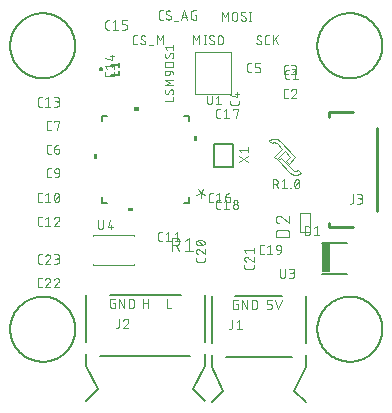
<source format=gbr>
G04 EAGLE Gerber RS-274X export*
G75*
%MOMM*%
%FSLAX34Y34*%
%LPD*%
%INSilkscreen Top*%
%IPPOS*%
%AMOC8*
5,1,8,0,0,1.08239X$1,22.5*%
G01*
%ADD10C,0.152400*%
%ADD11C,0.076200*%
%ADD12C,0.040000*%
%ADD13C,0.200000*%
%ADD14C,0.177800*%
%ADD15C,0.100000*%
%ADD16C,0.100000*%
%ADD17C,0.127000*%
%ADD18C,0.080000*%
%ADD19C,0.254000*%
%ADD20C,0.203200*%
%ADD21R,0.675000X2.450000*%
%ADD22C,0.101600*%
%ADD23C,0.085000*%

G36*
X111407Y215023D02*
X111407Y215023D01*
X111409Y215022D01*
X111452Y215042D01*
X111496Y215060D01*
X111496Y215062D01*
X111498Y215063D01*
X111531Y215148D01*
X111531Y217688D01*
X111530Y217690D01*
X111531Y217692D01*
X111511Y217735D01*
X111493Y217779D01*
X111491Y217779D01*
X111490Y217781D01*
X111405Y217814D01*
X107595Y217814D01*
X107593Y217813D01*
X107591Y217814D01*
X107548Y217794D01*
X107504Y217776D01*
X107504Y217774D01*
X107502Y217773D01*
X107469Y217688D01*
X107469Y215148D01*
X107470Y215146D01*
X107469Y215144D01*
X107489Y215101D01*
X107507Y215057D01*
X107509Y215057D01*
X107510Y215055D01*
X107595Y215022D01*
X111405Y215022D01*
X111407Y215023D01*
G37*
G36*
X160690Y189470D02*
X160690Y189470D01*
X160692Y189469D01*
X160735Y189489D01*
X160779Y189507D01*
X160779Y189509D01*
X160781Y189510D01*
X160814Y189595D01*
X160814Y193405D01*
X160813Y193407D01*
X160814Y193409D01*
X160794Y193452D01*
X160776Y193496D01*
X160774Y193496D01*
X160773Y193498D01*
X160688Y193531D01*
X158148Y193531D01*
X158146Y193530D01*
X158144Y193531D01*
X158101Y193511D01*
X158057Y193493D01*
X158057Y193491D01*
X158055Y193490D01*
X158022Y193405D01*
X158022Y189595D01*
X158023Y189593D01*
X158022Y189591D01*
X158042Y189548D01*
X158060Y189504D01*
X158062Y189504D01*
X158063Y189502D01*
X158148Y189469D01*
X160688Y189469D01*
X160690Y189470D01*
G37*
G36*
X75854Y174470D02*
X75854Y174470D01*
X75856Y174469D01*
X75899Y174489D01*
X75943Y174507D01*
X75943Y174509D01*
X75945Y174510D01*
X75978Y174595D01*
X75978Y178405D01*
X75977Y178407D01*
X75978Y178409D01*
X75958Y178452D01*
X75940Y178496D01*
X75938Y178496D01*
X75937Y178498D01*
X75852Y178531D01*
X73312Y178531D01*
X73310Y178530D01*
X73308Y178531D01*
X73265Y178511D01*
X73221Y178493D01*
X73221Y178491D01*
X73219Y178490D01*
X73186Y178405D01*
X73186Y174595D01*
X73187Y174593D01*
X73186Y174591D01*
X73206Y174548D01*
X73224Y174504D01*
X73226Y174504D01*
X73227Y174502D01*
X73312Y174469D01*
X75852Y174469D01*
X75854Y174470D01*
G37*
G36*
X106407Y130187D02*
X106407Y130187D01*
X106409Y130186D01*
X106452Y130206D01*
X106496Y130224D01*
X106496Y130226D01*
X106498Y130227D01*
X106531Y130312D01*
X106531Y132852D01*
X106530Y132854D01*
X106531Y132856D01*
X106511Y132899D01*
X106493Y132943D01*
X106491Y132943D01*
X106490Y132945D01*
X106405Y132978D01*
X102595Y132978D01*
X102593Y132977D01*
X102591Y132978D01*
X102548Y132958D01*
X102504Y132940D01*
X102504Y132938D01*
X102502Y132937D01*
X102469Y132852D01*
X102469Y130312D01*
X102470Y130310D01*
X102469Y130308D01*
X102489Y130265D01*
X102507Y130221D01*
X102509Y130221D01*
X102510Y130219D01*
X102595Y130186D01*
X106405Y130186D01*
X106407Y130187D01*
G37*
D10*
X2500Y30000D02*
X2508Y30675D01*
X2533Y31349D01*
X2575Y32023D01*
X2632Y32695D01*
X2707Y33366D01*
X2798Y34035D01*
X2905Y34701D01*
X3028Y35365D01*
X3168Y36025D01*
X3324Y36682D01*
X3496Y37335D01*
X3684Y37983D01*
X3888Y38626D01*
X4108Y39264D01*
X4343Y39897D01*
X4593Y40524D01*
X4859Y41144D01*
X5140Y41758D01*
X5436Y42364D01*
X5747Y42963D01*
X6073Y43555D01*
X6412Y44138D01*
X6767Y44712D01*
X7135Y45278D01*
X7516Y45835D01*
X7912Y46382D01*
X8320Y46919D01*
X8742Y47446D01*
X9177Y47962D01*
X9624Y48468D01*
X10083Y48962D01*
X10555Y49445D01*
X11038Y49917D01*
X11532Y50376D01*
X12038Y50823D01*
X12554Y51258D01*
X13081Y51680D01*
X13618Y52088D01*
X14165Y52484D01*
X14722Y52865D01*
X15288Y53233D01*
X15862Y53588D01*
X16445Y53927D01*
X17037Y54253D01*
X17636Y54564D01*
X18242Y54860D01*
X18856Y55141D01*
X19476Y55407D01*
X20103Y55657D01*
X20736Y55892D01*
X21374Y56112D01*
X22017Y56316D01*
X22665Y56504D01*
X23318Y56676D01*
X23975Y56832D01*
X24635Y56972D01*
X25299Y57095D01*
X25965Y57202D01*
X26634Y57293D01*
X27305Y57368D01*
X27977Y57425D01*
X28651Y57467D01*
X29325Y57492D01*
X30000Y57500D01*
X30675Y57492D01*
X31349Y57467D01*
X32023Y57425D01*
X32695Y57368D01*
X33366Y57293D01*
X34035Y57202D01*
X34701Y57095D01*
X35365Y56972D01*
X36025Y56832D01*
X36682Y56676D01*
X37335Y56504D01*
X37983Y56316D01*
X38626Y56112D01*
X39264Y55892D01*
X39897Y55657D01*
X40524Y55407D01*
X41144Y55141D01*
X41758Y54860D01*
X42364Y54564D01*
X42963Y54253D01*
X43555Y53927D01*
X44138Y53588D01*
X44712Y53233D01*
X45278Y52865D01*
X45835Y52484D01*
X46382Y52088D01*
X46919Y51680D01*
X47446Y51258D01*
X47962Y50823D01*
X48468Y50376D01*
X48962Y49917D01*
X49445Y49445D01*
X49917Y48962D01*
X50376Y48468D01*
X50823Y47962D01*
X51258Y47446D01*
X51680Y46919D01*
X52088Y46382D01*
X52484Y45835D01*
X52865Y45278D01*
X53233Y44712D01*
X53588Y44138D01*
X53927Y43555D01*
X54253Y42963D01*
X54564Y42364D01*
X54860Y41758D01*
X55141Y41144D01*
X55407Y40524D01*
X55657Y39897D01*
X55892Y39264D01*
X56112Y38626D01*
X56316Y37983D01*
X56504Y37335D01*
X56676Y36682D01*
X56832Y36025D01*
X56972Y35365D01*
X57095Y34701D01*
X57202Y34035D01*
X57293Y33366D01*
X57368Y32695D01*
X57425Y32023D01*
X57467Y31349D01*
X57492Y30675D01*
X57500Y30000D01*
X57492Y29325D01*
X57467Y28651D01*
X57425Y27977D01*
X57368Y27305D01*
X57293Y26634D01*
X57202Y25965D01*
X57095Y25299D01*
X56972Y24635D01*
X56832Y23975D01*
X56676Y23318D01*
X56504Y22665D01*
X56316Y22017D01*
X56112Y21374D01*
X55892Y20736D01*
X55657Y20103D01*
X55407Y19476D01*
X55141Y18856D01*
X54860Y18242D01*
X54564Y17636D01*
X54253Y17037D01*
X53927Y16445D01*
X53588Y15862D01*
X53233Y15288D01*
X52865Y14722D01*
X52484Y14165D01*
X52088Y13618D01*
X51680Y13081D01*
X51258Y12554D01*
X50823Y12038D01*
X50376Y11532D01*
X49917Y11038D01*
X49445Y10555D01*
X48962Y10083D01*
X48468Y9624D01*
X47962Y9177D01*
X47446Y8742D01*
X46919Y8320D01*
X46382Y7912D01*
X45835Y7516D01*
X45278Y7135D01*
X44712Y6767D01*
X44138Y6412D01*
X43555Y6073D01*
X42963Y5747D01*
X42364Y5436D01*
X41758Y5140D01*
X41144Y4859D01*
X40524Y4593D01*
X39897Y4343D01*
X39264Y4108D01*
X38626Y3888D01*
X37983Y3684D01*
X37335Y3496D01*
X36682Y3324D01*
X36025Y3168D01*
X35365Y3028D01*
X34701Y2905D01*
X34035Y2798D01*
X33366Y2707D01*
X32695Y2632D01*
X32023Y2575D01*
X31349Y2533D01*
X30675Y2508D01*
X30000Y2500D01*
X29325Y2508D01*
X28651Y2533D01*
X27977Y2575D01*
X27305Y2632D01*
X26634Y2707D01*
X25965Y2798D01*
X25299Y2905D01*
X24635Y3028D01*
X23975Y3168D01*
X23318Y3324D01*
X22665Y3496D01*
X22017Y3684D01*
X21374Y3888D01*
X20736Y4108D01*
X20103Y4343D01*
X19476Y4593D01*
X18856Y4859D01*
X18242Y5140D01*
X17636Y5436D01*
X17037Y5747D01*
X16445Y6073D01*
X15862Y6412D01*
X15288Y6767D01*
X14722Y7135D01*
X14165Y7516D01*
X13618Y7912D01*
X13081Y8320D01*
X12554Y8742D01*
X12038Y9177D01*
X11532Y9624D01*
X11038Y10083D01*
X10555Y10555D01*
X10083Y11038D01*
X9624Y11532D01*
X9177Y12038D01*
X8742Y12554D01*
X8320Y13081D01*
X7912Y13618D01*
X7516Y14165D01*
X7135Y14722D01*
X6767Y15288D01*
X6412Y15862D01*
X6073Y16445D01*
X5747Y17037D01*
X5436Y17636D01*
X5140Y18242D01*
X4859Y18856D01*
X4593Y19476D01*
X4343Y20103D01*
X4108Y20736D01*
X3888Y21374D01*
X3684Y22017D01*
X3496Y22665D01*
X3324Y23318D01*
X3168Y23975D01*
X3028Y24635D01*
X2905Y25299D01*
X2798Y25965D01*
X2707Y26634D01*
X2632Y27305D01*
X2575Y27977D01*
X2533Y28651D01*
X2508Y29325D01*
X2500Y30000D01*
X262500Y30000D02*
X262508Y30675D01*
X262533Y31349D01*
X262575Y32023D01*
X262632Y32695D01*
X262707Y33366D01*
X262798Y34035D01*
X262905Y34701D01*
X263028Y35365D01*
X263168Y36025D01*
X263324Y36682D01*
X263496Y37335D01*
X263684Y37983D01*
X263888Y38626D01*
X264108Y39264D01*
X264343Y39897D01*
X264593Y40524D01*
X264859Y41144D01*
X265140Y41758D01*
X265436Y42364D01*
X265747Y42963D01*
X266073Y43555D01*
X266412Y44138D01*
X266767Y44712D01*
X267135Y45278D01*
X267516Y45835D01*
X267912Y46382D01*
X268320Y46919D01*
X268742Y47446D01*
X269177Y47962D01*
X269624Y48468D01*
X270083Y48962D01*
X270555Y49445D01*
X271038Y49917D01*
X271532Y50376D01*
X272038Y50823D01*
X272554Y51258D01*
X273081Y51680D01*
X273618Y52088D01*
X274165Y52484D01*
X274722Y52865D01*
X275288Y53233D01*
X275862Y53588D01*
X276445Y53927D01*
X277037Y54253D01*
X277636Y54564D01*
X278242Y54860D01*
X278856Y55141D01*
X279476Y55407D01*
X280103Y55657D01*
X280736Y55892D01*
X281374Y56112D01*
X282017Y56316D01*
X282665Y56504D01*
X283318Y56676D01*
X283975Y56832D01*
X284635Y56972D01*
X285299Y57095D01*
X285965Y57202D01*
X286634Y57293D01*
X287305Y57368D01*
X287977Y57425D01*
X288651Y57467D01*
X289325Y57492D01*
X290000Y57500D01*
X290675Y57492D01*
X291349Y57467D01*
X292023Y57425D01*
X292695Y57368D01*
X293366Y57293D01*
X294035Y57202D01*
X294701Y57095D01*
X295365Y56972D01*
X296025Y56832D01*
X296682Y56676D01*
X297335Y56504D01*
X297983Y56316D01*
X298626Y56112D01*
X299264Y55892D01*
X299897Y55657D01*
X300524Y55407D01*
X301144Y55141D01*
X301758Y54860D01*
X302364Y54564D01*
X302963Y54253D01*
X303555Y53927D01*
X304138Y53588D01*
X304712Y53233D01*
X305278Y52865D01*
X305835Y52484D01*
X306382Y52088D01*
X306919Y51680D01*
X307446Y51258D01*
X307962Y50823D01*
X308468Y50376D01*
X308962Y49917D01*
X309445Y49445D01*
X309917Y48962D01*
X310376Y48468D01*
X310823Y47962D01*
X311258Y47446D01*
X311680Y46919D01*
X312088Y46382D01*
X312484Y45835D01*
X312865Y45278D01*
X313233Y44712D01*
X313588Y44138D01*
X313927Y43555D01*
X314253Y42963D01*
X314564Y42364D01*
X314860Y41758D01*
X315141Y41144D01*
X315407Y40524D01*
X315657Y39897D01*
X315892Y39264D01*
X316112Y38626D01*
X316316Y37983D01*
X316504Y37335D01*
X316676Y36682D01*
X316832Y36025D01*
X316972Y35365D01*
X317095Y34701D01*
X317202Y34035D01*
X317293Y33366D01*
X317368Y32695D01*
X317425Y32023D01*
X317467Y31349D01*
X317492Y30675D01*
X317500Y30000D01*
X317492Y29325D01*
X317467Y28651D01*
X317425Y27977D01*
X317368Y27305D01*
X317293Y26634D01*
X317202Y25965D01*
X317095Y25299D01*
X316972Y24635D01*
X316832Y23975D01*
X316676Y23318D01*
X316504Y22665D01*
X316316Y22017D01*
X316112Y21374D01*
X315892Y20736D01*
X315657Y20103D01*
X315407Y19476D01*
X315141Y18856D01*
X314860Y18242D01*
X314564Y17636D01*
X314253Y17037D01*
X313927Y16445D01*
X313588Y15862D01*
X313233Y15288D01*
X312865Y14722D01*
X312484Y14165D01*
X312088Y13618D01*
X311680Y13081D01*
X311258Y12554D01*
X310823Y12038D01*
X310376Y11532D01*
X309917Y11038D01*
X309445Y10555D01*
X308962Y10083D01*
X308468Y9624D01*
X307962Y9177D01*
X307446Y8742D01*
X306919Y8320D01*
X306382Y7912D01*
X305835Y7516D01*
X305278Y7135D01*
X304712Y6767D01*
X304138Y6412D01*
X303555Y6073D01*
X302963Y5747D01*
X302364Y5436D01*
X301758Y5140D01*
X301144Y4859D01*
X300524Y4593D01*
X299897Y4343D01*
X299264Y4108D01*
X298626Y3888D01*
X297983Y3684D01*
X297335Y3496D01*
X296682Y3324D01*
X296025Y3168D01*
X295365Y3028D01*
X294701Y2905D01*
X294035Y2798D01*
X293366Y2707D01*
X292695Y2632D01*
X292023Y2575D01*
X291349Y2533D01*
X290675Y2508D01*
X290000Y2500D01*
X289325Y2508D01*
X288651Y2533D01*
X287977Y2575D01*
X287305Y2632D01*
X286634Y2707D01*
X285965Y2798D01*
X285299Y2905D01*
X284635Y3028D01*
X283975Y3168D01*
X283318Y3324D01*
X282665Y3496D01*
X282017Y3684D01*
X281374Y3888D01*
X280736Y4108D01*
X280103Y4343D01*
X279476Y4593D01*
X278856Y4859D01*
X278242Y5140D01*
X277636Y5436D01*
X277037Y5747D01*
X276445Y6073D01*
X275862Y6412D01*
X275288Y6767D01*
X274722Y7135D01*
X274165Y7516D01*
X273618Y7912D01*
X273081Y8320D01*
X272554Y8742D01*
X272038Y9177D01*
X271532Y9624D01*
X271038Y10083D01*
X270555Y10555D01*
X270083Y11038D01*
X269624Y11532D01*
X269177Y12038D01*
X268742Y12554D01*
X268320Y13081D01*
X267912Y13618D01*
X267516Y14165D01*
X267135Y14722D01*
X266767Y15288D01*
X266412Y15862D01*
X266073Y16445D01*
X265747Y17037D01*
X265436Y17636D01*
X265140Y18242D01*
X264859Y18856D01*
X264593Y19476D01*
X264343Y20103D01*
X264108Y20736D01*
X263888Y21374D01*
X263684Y22017D01*
X263496Y22665D01*
X263324Y23318D01*
X263168Y23975D01*
X263028Y24635D01*
X262905Y25299D01*
X262798Y25965D01*
X262707Y26634D01*
X262632Y27305D01*
X262575Y27977D01*
X262533Y28651D01*
X262508Y29325D01*
X262500Y30000D01*
X262500Y270000D02*
X262508Y270675D01*
X262533Y271349D01*
X262575Y272023D01*
X262632Y272695D01*
X262707Y273366D01*
X262798Y274035D01*
X262905Y274701D01*
X263028Y275365D01*
X263168Y276025D01*
X263324Y276682D01*
X263496Y277335D01*
X263684Y277983D01*
X263888Y278626D01*
X264108Y279264D01*
X264343Y279897D01*
X264593Y280524D01*
X264859Y281144D01*
X265140Y281758D01*
X265436Y282364D01*
X265747Y282963D01*
X266073Y283555D01*
X266412Y284138D01*
X266767Y284712D01*
X267135Y285278D01*
X267516Y285835D01*
X267912Y286382D01*
X268320Y286919D01*
X268742Y287446D01*
X269177Y287962D01*
X269624Y288468D01*
X270083Y288962D01*
X270555Y289445D01*
X271038Y289917D01*
X271532Y290376D01*
X272038Y290823D01*
X272554Y291258D01*
X273081Y291680D01*
X273618Y292088D01*
X274165Y292484D01*
X274722Y292865D01*
X275288Y293233D01*
X275862Y293588D01*
X276445Y293927D01*
X277037Y294253D01*
X277636Y294564D01*
X278242Y294860D01*
X278856Y295141D01*
X279476Y295407D01*
X280103Y295657D01*
X280736Y295892D01*
X281374Y296112D01*
X282017Y296316D01*
X282665Y296504D01*
X283318Y296676D01*
X283975Y296832D01*
X284635Y296972D01*
X285299Y297095D01*
X285965Y297202D01*
X286634Y297293D01*
X287305Y297368D01*
X287977Y297425D01*
X288651Y297467D01*
X289325Y297492D01*
X290000Y297500D01*
X290675Y297492D01*
X291349Y297467D01*
X292023Y297425D01*
X292695Y297368D01*
X293366Y297293D01*
X294035Y297202D01*
X294701Y297095D01*
X295365Y296972D01*
X296025Y296832D01*
X296682Y296676D01*
X297335Y296504D01*
X297983Y296316D01*
X298626Y296112D01*
X299264Y295892D01*
X299897Y295657D01*
X300524Y295407D01*
X301144Y295141D01*
X301758Y294860D01*
X302364Y294564D01*
X302963Y294253D01*
X303555Y293927D01*
X304138Y293588D01*
X304712Y293233D01*
X305278Y292865D01*
X305835Y292484D01*
X306382Y292088D01*
X306919Y291680D01*
X307446Y291258D01*
X307962Y290823D01*
X308468Y290376D01*
X308962Y289917D01*
X309445Y289445D01*
X309917Y288962D01*
X310376Y288468D01*
X310823Y287962D01*
X311258Y287446D01*
X311680Y286919D01*
X312088Y286382D01*
X312484Y285835D01*
X312865Y285278D01*
X313233Y284712D01*
X313588Y284138D01*
X313927Y283555D01*
X314253Y282963D01*
X314564Y282364D01*
X314860Y281758D01*
X315141Y281144D01*
X315407Y280524D01*
X315657Y279897D01*
X315892Y279264D01*
X316112Y278626D01*
X316316Y277983D01*
X316504Y277335D01*
X316676Y276682D01*
X316832Y276025D01*
X316972Y275365D01*
X317095Y274701D01*
X317202Y274035D01*
X317293Y273366D01*
X317368Y272695D01*
X317425Y272023D01*
X317467Y271349D01*
X317492Y270675D01*
X317500Y270000D01*
X317492Y269325D01*
X317467Y268651D01*
X317425Y267977D01*
X317368Y267305D01*
X317293Y266634D01*
X317202Y265965D01*
X317095Y265299D01*
X316972Y264635D01*
X316832Y263975D01*
X316676Y263318D01*
X316504Y262665D01*
X316316Y262017D01*
X316112Y261374D01*
X315892Y260736D01*
X315657Y260103D01*
X315407Y259476D01*
X315141Y258856D01*
X314860Y258242D01*
X314564Y257636D01*
X314253Y257037D01*
X313927Y256445D01*
X313588Y255862D01*
X313233Y255288D01*
X312865Y254722D01*
X312484Y254165D01*
X312088Y253618D01*
X311680Y253081D01*
X311258Y252554D01*
X310823Y252038D01*
X310376Y251532D01*
X309917Y251038D01*
X309445Y250555D01*
X308962Y250083D01*
X308468Y249624D01*
X307962Y249177D01*
X307446Y248742D01*
X306919Y248320D01*
X306382Y247912D01*
X305835Y247516D01*
X305278Y247135D01*
X304712Y246767D01*
X304138Y246412D01*
X303555Y246073D01*
X302963Y245747D01*
X302364Y245436D01*
X301758Y245140D01*
X301144Y244859D01*
X300524Y244593D01*
X299897Y244343D01*
X299264Y244108D01*
X298626Y243888D01*
X297983Y243684D01*
X297335Y243496D01*
X296682Y243324D01*
X296025Y243168D01*
X295365Y243028D01*
X294701Y242905D01*
X294035Y242798D01*
X293366Y242707D01*
X292695Y242632D01*
X292023Y242575D01*
X291349Y242533D01*
X290675Y242508D01*
X290000Y242500D01*
X289325Y242508D01*
X288651Y242533D01*
X287977Y242575D01*
X287305Y242632D01*
X286634Y242707D01*
X285965Y242798D01*
X285299Y242905D01*
X284635Y243028D01*
X283975Y243168D01*
X283318Y243324D01*
X282665Y243496D01*
X282017Y243684D01*
X281374Y243888D01*
X280736Y244108D01*
X280103Y244343D01*
X279476Y244593D01*
X278856Y244859D01*
X278242Y245140D01*
X277636Y245436D01*
X277037Y245747D01*
X276445Y246073D01*
X275862Y246412D01*
X275288Y246767D01*
X274722Y247135D01*
X274165Y247516D01*
X273618Y247912D01*
X273081Y248320D01*
X272554Y248742D01*
X272038Y249177D01*
X271532Y249624D01*
X271038Y250083D01*
X270555Y250555D01*
X270083Y251038D01*
X269624Y251532D01*
X269177Y252038D01*
X268742Y252554D01*
X268320Y253081D01*
X267912Y253618D01*
X267516Y254165D01*
X267135Y254722D01*
X266767Y255288D01*
X266412Y255862D01*
X266073Y256445D01*
X265747Y257037D01*
X265436Y257636D01*
X265140Y258242D01*
X264859Y258856D01*
X264593Y259476D01*
X264343Y260103D01*
X264108Y260736D01*
X263888Y261374D01*
X263684Y262017D01*
X263496Y262665D01*
X263324Y263318D01*
X263168Y263975D01*
X263028Y264635D01*
X262905Y265299D01*
X262798Y265965D01*
X262707Y266634D01*
X262632Y267305D01*
X262575Y267977D01*
X262533Y268651D01*
X262508Y269325D01*
X262500Y270000D01*
X2500Y270000D02*
X2508Y270675D01*
X2533Y271349D01*
X2575Y272023D01*
X2632Y272695D01*
X2707Y273366D01*
X2798Y274035D01*
X2905Y274701D01*
X3028Y275365D01*
X3168Y276025D01*
X3324Y276682D01*
X3496Y277335D01*
X3684Y277983D01*
X3888Y278626D01*
X4108Y279264D01*
X4343Y279897D01*
X4593Y280524D01*
X4859Y281144D01*
X5140Y281758D01*
X5436Y282364D01*
X5747Y282963D01*
X6073Y283555D01*
X6412Y284138D01*
X6767Y284712D01*
X7135Y285278D01*
X7516Y285835D01*
X7912Y286382D01*
X8320Y286919D01*
X8742Y287446D01*
X9177Y287962D01*
X9624Y288468D01*
X10083Y288962D01*
X10555Y289445D01*
X11038Y289917D01*
X11532Y290376D01*
X12038Y290823D01*
X12554Y291258D01*
X13081Y291680D01*
X13618Y292088D01*
X14165Y292484D01*
X14722Y292865D01*
X15288Y293233D01*
X15862Y293588D01*
X16445Y293927D01*
X17037Y294253D01*
X17636Y294564D01*
X18242Y294860D01*
X18856Y295141D01*
X19476Y295407D01*
X20103Y295657D01*
X20736Y295892D01*
X21374Y296112D01*
X22017Y296316D01*
X22665Y296504D01*
X23318Y296676D01*
X23975Y296832D01*
X24635Y296972D01*
X25299Y297095D01*
X25965Y297202D01*
X26634Y297293D01*
X27305Y297368D01*
X27977Y297425D01*
X28651Y297467D01*
X29325Y297492D01*
X30000Y297500D01*
X30675Y297492D01*
X31349Y297467D01*
X32023Y297425D01*
X32695Y297368D01*
X33366Y297293D01*
X34035Y297202D01*
X34701Y297095D01*
X35365Y296972D01*
X36025Y296832D01*
X36682Y296676D01*
X37335Y296504D01*
X37983Y296316D01*
X38626Y296112D01*
X39264Y295892D01*
X39897Y295657D01*
X40524Y295407D01*
X41144Y295141D01*
X41758Y294860D01*
X42364Y294564D01*
X42963Y294253D01*
X43555Y293927D01*
X44138Y293588D01*
X44712Y293233D01*
X45278Y292865D01*
X45835Y292484D01*
X46382Y292088D01*
X46919Y291680D01*
X47446Y291258D01*
X47962Y290823D01*
X48468Y290376D01*
X48962Y289917D01*
X49445Y289445D01*
X49917Y288962D01*
X50376Y288468D01*
X50823Y287962D01*
X51258Y287446D01*
X51680Y286919D01*
X52088Y286382D01*
X52484Y285835D01*
X52865Y285278D01*
X53233Y284712D01*
X53588Y284138D01*
X53927Y283555D01*
X54253Y282963D01*
X54564Y282364D01*
X54860Y281758D01*
X55141Y281144D01*
X55407Y280524D01*
X55657Y279897D01*
X55892Y279264D01*
X56112Y278626D01*
X56316Y277983D01*
X56504Y277335D01*
X56676Y276682D01*
X56832Y276025D01*
X56972Y275365D01*
X57095Y274701D01*
X57202Y274035D01*
X57293Y273366D01*
X57368Y272695D01*
X57425Y272023D01*
X57467Y271349D01*
X57492Y270675D01*
X57500Y270000D01*
X57492Y269325D01*
X57467Y268651D01*
X57425Y267977D01*
X57368Y267305D01*
X57293Y266634D01*
X57202Y265965D01*
X57095Y265299D01*
X56972Y264635D01*
X56832Y263975D01*
X56676Y263318D01*
X56504Y262665D01*
X56316Y262017D01*
X56112Y261374D01*
X55892Y260736D01*
X55657Y260103D01*
X55407Y259476D01*
X55141Y258856D01*
X54860Y258242D01*
X54564Y257636D01*
X54253Y257037D01*
X53927Y256445D01*
X53588Y255862D01*
X53233Y255288D01*
X52865Y254722D01*
X52484Y254165D01*
X52088Y253618D01*
X51680Y253081D01*
X51258Y252554D01*
X50823Y252038D01*
X50376Y251532D01*
X49917Y251038D01*
X49445Y250555D01*
X48962Y250083D01*
X48468Y249624D01*
X47962Y249177D01*
X47446Y248742D01*
X46919Y248320D01*
X46382Y247912D01*
X45835Y247516D01*
X45278Y247135D01*
X44712Y246767D01*
X44138Y246412D01*
X43555Y246073D01*
X42963Y245747D01*
X42364Y245436D01*
X41758Y245140D01*
X41144Y244859D01*
X40524Y244593D01*
X39897Y244343D01*
X39264Y244108D01*
X38626Y243888D01*
X37983Y243684D01*
X37335Y243496D01*
X36682Y243324D01*
X36025Y243168D01*
X35365Y243028D01*
X34701Y242905D01*
X34035Y242798D01*
X33366Y242707D01*
X32695Y242632D01*
X32023Y242575D01*
X31349Y242533D01*
X30675Y242508D01*
X30000Y242500D01*
X29325Y242508D01*
X28651Y242533D01*
X27977Y242575D01*
X27305Y242632D01*
X26634Y242707D01*
X25965Y242798D01*
X25299Y242905D01*
X24635Y243028D01*
X23975Y243168D01*
X23318Y243324D01*
X22665Y243496D01*
X22017Y243684D01*
X21374Y243888D01*
X20736Y244108D01*
X20103Y244343D01*
X19476Y244593D01*
X18856Y244859D01*
X18242Y245140D01*
X17636Y245436D01*
X17037Y245747D01*
X16445Y246073D01*
X15862Y246412D01*
X15288Y246767D01*
X14722Y247135D01*
X14165Y247516D01*
X13618Y247912D01*
X13081Y248320D01*
X12554Y248742D01*
X12038Y249177D01*
X11532Y249624D01*
X11038Y250083D01*
X10555Y250555D01*
X10083Y251038D01*
X9624Y251532D01*
X9177Y252038D01*
X8742Y252554D01*
X8320Y253081D01*
X7912Y253618D01*
X7516Y254165D01*
X7135Y254722D01*
X6767Y255288D01*
X6412Y255862D01*
X6073Y256445D01*
X5747Y257037D01*
X5436Y257636D01*
X5140Y258242D01*
X4859Y258856D01*
X4593Y259476D01*
X4343Y260103D01*
X4108Y260736D01*
X3888Y261374D01*
X3684Y262017D01*
X3496Y262665D01*
X3324Y263318D01*
X3168Y263975D01*
X3028Y264635D01*
X2905Y265299D01*
X2798Y265965D01*
X2707Y266634D01*
X2632Y267305D01*
X2575Y267977D01*
X2533Y268651D01*
X2508Y269325D01*
X2500Y270000D01*
D11*
X108143Y271131D02*
X109863Y271131D01*
X108143Y271131D02*
X108061Y271133D01*
X107980Y271139D01*
X107898Y271149D01*
X107817Y271162D01*
X107737Y271179D01*
X107658Y271201D01*
X107580Y271226D01*
X107504Y271254D01*
X107428Y271286D01*
X107355Y271322D01*
X107283Y271361D01*
X107213Y271404D01*
X107145Y271450D01*
X107080Y271499D01*
X107017Y271551D01*
X106956Y271606D01*
X106898Y271664D01*
X106843Y271725D01*
X106791Y271788D01*
X106742Y271853D01*
X106696Y271921D01*
X106653Y271991D01*
X106614Y272063D01*
X106578Y272136D01*
X106546Y272212D01*
X106518Y272288D01*
X106493Y272366D01*
X106471Y272445D01*
X106454Y272525D01*
X106441Y272606D01*
X106431Y272688D01*
X106425Y272769D01*
X106423Y272851D01*
X106424Y272851D02*
X106424Y277149D01*
X106423Y277149D02*
X106425Y277231D01*
X106431Y277312D01*
X106441Y277394D01*
X106454Y277475D01*
X106471Y277555D01*
X106493Y277634D01*
X106518Y277712D01*
X106546Y277788D01*
X106578Y277864D01*
X106614Y277937D01*
X106653Y278009D01*
X106696Y278079D01*
X106742Y278147D01*
X106791Y278212D01*
X106843Y278275D01*
X106898Y278336D01*
X106956Y278394D01*
X107017Y278449D01*
X107080Y278501D01*
X107145Y278550D01*
X107213Y278596D01*
X107283Y278639D01*
X107355Y278678D01*
X107428Y278714D01*
X107504Y278746D01*
X107580Y278774D01*
X107658Y278799D01*
X107737Y278821D01*
X107817Y278838D01*
X107898Y278851D01*
X107979Y278861D01*
X108061Y278867D01*
X108143Y278869D01*
X109863Y278869D01*
X116867Y272851D02*
X116865Y272769D01*
X116859Y272688D01*
X116849Y272606D01*
X116836Y272525D01*
X116819Y272445D01*
X116797Y272366D01*
X116772Y272288D01*
X116744Y272212D01*
X116712Y272136D01*
X116676Y272063D01*
X116637Y271991D01*
X116594Y271921D01*
X116548Y271853D01*
X116499Y271788D01*
X116447Y271725D01*
X116392Y271664D01*
X116334Y271606D01*
X116273Y271551D01*
X116210Y271499D01*
X116145Y271450D01*
X116077Y271404D01*
X116007Y271361D01*
X115935Y271322D01*
X115861Y271286D01*
X115786Y271254D01*
X115710Y271226D01*
X115632Y271201D01*
X115552Y271179D01*
X115472Y271162D01*
X115392Y271149D01*
X115310Y271139D01*
X115229Y271133D01*
X115147Y271131D01*
X115027Y271133D01*
X114908Y271139D01*
X114789Y271149D01*
X114670Y271162D01*
X114552Y271180D01*
X114434Y271202D01*
X114318Y271227D01*
X114202Y271256D01*
X114087Y271289D01*
X113973Y271326D01*
X113861Y271366D01*
X113750Y271410D01*
X113640Y271458D01*
X113532Y271510D01*
X113426Y271564D01*
X113322Y271623D01*
X113219Y271685D01*
X113119Y271750D01*
X113021Y271818D01*
X112925Y271889D01*
X112832Y271964D01*
X112741Y272042D01*
X112653Y272122D01*
X112567Y272206D01*
X112782Y277149D02*
X112784Y277231D01*
X112790Y277312D01*
X112800Y277394D01*
X112813Y277475D01*
X112830Y277555D01*
X112852Y277634D01*
X112877Y277712D01*
X112905Y277788D01*
X112937Y277864D01*
X112973Y277937D01*
X113012Y278009D01*
X113055Y278079D01*
X113101Y278147D01*
X113150Y278212D01*
X113202Y278275D01*
X113257Y278336D01*
X113315Y278394D01*
X113376Y278449D01*
X113439Y278501D01*
X113504Y278550D01*
X113572Y278596D01*
X113642Y278639D01*
X113714Y278678D01*
X113787Y278714D01*
X113863Y278746D01*
X113939Y278774D01*
X114017Y278799D01*
X114096Y278821D01*
X114176Y278838D01*
X114257Y278851D01*
X114339Y278861D01*
X114420Y278867D01*
X114502Y278869D01*
X114611Y278867D01*
X114720Y278862D01*
X114829Y278852D01*
X114937Y278839D01*
X115045Y278823D01*
X115153Y278803D01*
X115259Y278779D01*
X115365Y278751D01*
X115470Y278720D01*
X115573Y278686D01*
X115676Y278648D01*
X115777Y278606D01*
X115876Y278562D01*
X115974Y278513D01*
X116070Y278462D01*
X116165Y278407D01*
X116257Y278349D01*
X116348Y278288D01*
X116436Y278224D01*
X113643Y275645D02*
X113573Y275688D01*
X113505Y275735D01*
X113439Y275785D01*
X113376Y275838D01*
X113315Y275894D01*
X113258Y275952D01*
X113203Y276014D01*
X113150Y276077D01*
X113101Y276144D01*
X113056Y276212D01*
X113013Y276283D01*
X112974Y276355D01*
X112938Y276429D01*
X112906Y276505D01*
X112877Y276583D01*
X112853Y276661D01*
X112831Y276741D01*
X112814Y276821D01*
X112800Y276903D01*
X112791Y276984D01*
X112785Y277067D01*
X112783Y277149D01*
X116006Y274355D02*
X116076Y274312D01*
X116144Y274265D01*
X116210Y274215D01*
X116273Y274162D01*
X116334Y274106D01*
X116391Y274048D01*
X116446Y273986D01*
X116499Y273922D01*
X116548Y273856D01*
X116593Y273788D01*
X116636Y273717D01*
X116675Y273645D01*
X116711Y273571D01*
X116743Y273495D01*
X116772Y273417D01*
X116796Y273339D01*
X116818Y273259D01*
X116835Y273179D01*
X116849Y273097D01*
X116858Y273016D01*
X116864Y272933D01*
X116866Y272851D01*
X116007Y274355D02*
X113642Y275645D01*
X119627Y270271D02*
X123066Y270271D01*
X126417Y271131D02*
X126417Y278869D01*
X128997Y274570D01*
X131576Y278869D01*
X131576Y271131D01*
X131508Y292131D02*
X129788Y292131D01*
X129706Y292133D01*
X129625Y292139D01*
X129543Y292149D01*
X129462Y292162D01*
X129382Y292179D01*
X129303Y292201D01*
X129225Y292226D01*
X129149Y292254D01*
X129073Y292286D01*
X129000Y292322D01*
X128928Y292361D01*
X128858Y292404D01*
X128790Y292450D01*
X128725Y292499D01*
X128662Y292551D01*
X128601Y292606D01*
X128543Y292664D01*
X128488Y292725D01*
X128436Y292788D01*
X128387Y292853D01*
X128341Y292921D01*
X128298Y292991D01*
X128259Y293063D01*
X128223Y293136D01*
X128191Y293212D01*
X128163Y293288D01*
X128138Y293366D01*
X128116Y293445D01*
X128099Y293525D01*
X128086Y293606D01*
X128076Y293688D01*
X128070Y293769D01*
X128068Y293851D01*
X128069Y293851D02*
X128069Y298149D01*
X128068Y298149D02*
X128070Y298231D01*
X128076Y298312D01*
X128086Y298394D01*
X128099Y298475D01*
X128116Y298555D01*
X128138Y298634D01*
X128163Y298712D01*
X128191Y298788D01*
X128223Y298864D01*
X128259Y298937D01*
X128298Y299009D01*
X128341Y299079D01*
X128387Y299147D01*
X128436Y299212D01*
X128488Y299275D01*
X128543Y299336D01*
X128601Y299394D01*
X128662Y299449D01*
X128725Y299501D01*
X128790Y299550D01*
X128858Y299596D01*
X128928Y299639D01*
X129000Y299678D01*
X129073Y299714D01*
X129149Y299746D01*
X129225Y299774D01*
X129303Y299799D01*
X129382Y299821D01*
X129462Y299838D01*
X129543Y299851D01*
X129624Y299861D01*
X129706Y299867D01*
X129788Y299869D01*
X131508Y299869D01*
X138512Y293851D02*
X138510Y293769D01*
X138504Y293688D01*
X138494Y293606D01*
X138481Y293525D01*
X138464Y293445D01*
X138442Y293366D01*
X138417Y293288D01*
X138389Y293212D01*
X138357Y293136D01*
X138321Y293063D01*
X138282Y292991D01*
X138239Y292921D01*
X138193Y292853D01*
X138144Y292788D01*
X138092Y292725D01*
X138037Y292664D01*
X137979Y292606D01*
X137918Y292551D01*
X137855Y292499D01*
X137790Y292450D01*
X137722Y292404D01*
X137652Y292361D01*
X137580Y292322D01*
X137506Y292286D01*
X137431Y292254D01*
X137355Y292226D01*
X137277Y292201D01*
X137197Y292179D01*
X137117Y292162D01*
X137037Y292149D01*
X136955Y292139D01*
X136874Y292133D01*
X136792Y292131D01*
X136672Y292133D01*
X136553Y292139D01*
X136434Y292149D01*
X136315Y292162D01*
X136197Y292180D01*
X136079Y292202D01*
X135963Y292227D01*
X135847Y292256D01*
X135732Y292289D01*
X135618Y292326D01*
X135506Y292366D01*
X135395Y292410D01*
X135285Y292458D01*
X135177Y292510D01*
X135071Y292564D01*
X134967Y292623D01*
X134864Y292685D01*
X134764Y292750D01*
X134666Y292818D01*
X134570Y292889D01*
X134477Y292964D01*
X134386Y293042D01*
X134298Y293122D01*
X134212Y293206D01*
X134427Y298149D02*
X134429Y298231D01*
X134435Y298312D01*
X134445Y298394D01*
X134458Y298475D01*
X134475Y298555D01*
X134497Y298634D01*
X134522Y298712D01*
X134550Y298788D01*
X134582Y298864D01*
X134618Y298937D01*
X134657Y299009D01*
X134700Y299079D01*
X134746Y299147D01*
X134795Y299212D01*
X134847Y299275D01*
X134902Y299336D01*
X134960Y299394D01*
X135021Y299449D01*
X135084Y299501D01*
X135149Y299550D01*
X135217Y299596D01*
X135287Y299639D01*
X135359Y299678D01*
X135432Y299714D01*
X135508Y299746D01*
X135584Y299774D01*
X135662Y299799D01*
X135741Y299821D01*
X135821Y299838D01*
X135902Y299851D01*
X135984Y299861D01*
X136065Y299867D01*
X136147Y299869D01*
X136256Y299867D01*
X136365Y299862D01*
X136474Y299852D01*
X136582Y299839D01*
X136690Y299823D01*
X136798Y299803D01*
X136904Y299779D01*
X137010Y299751D01*
X137115Y299720D01*
X137218Y299686D01*
X137321Y299648D01*
X137422Y299606D01*
X137521Y299562D01*
X137619Y299513D01*
X137715Y299462D01*
X137810Y299407D01*
X137902Y299349D01*
X137993Y299288D01*
X138081Y299224D01*
X135288Y296645D02*
X135218Y296688D01*
X135150Y296735D01*
X135084Y296785D01*
X135021Y296838D01*
X134960Y296894D01*
X134903Y296952D01*
X134848Y297014D01*
X134795Y297077D01*
X134746Y297144D01*
X134701Y297212D01*
X134658Y297283D01*
X134619Y297355D01*
X134583Y297429D01*
X134551Y297505D01*
X134522Y297583D01*
X134498Y297661D01*
X134476Y297741D01*
X134459Y297821D01*
X134445Y297903D01*
X134436Y297984D01*
X134430Y298067D01*
X134428Y298149D01*
X137651Y295355D02*
X137721Y295312D01*
X137789Y295265D01*
X137855Y295215D01*
X137918Y295162D01*
X137979Y295106D01*
X138036Y295048D01*
X138091Y294986D01*
X138144Y294922D01*
X138193Y294856D01*
X138238Y294788D01*
X138281Y294717D01*
X138320Y294645D01*
X138356Y294571D01*
X138388Y294495D01*
X138417Y294417D01*
X138441Y294339D01*
X138463Y294259D01*
X138480Y294179D01*
X138494Y294097D01*
X138503Y294016D01*
X138509Y293933D01*
X138511Y293851D01*
X137651Y295355D02*
X135287Y296645D01*
X141272Y291271D02*
X144711Y291271D01*
X147297Y292131D02*
X149877Y299869D01*
X152456Y292131D01*
X151811Y294066D02*
X147942Y294066D01*
X158642Y296430D02*
X159931Y296430D01*
X159931Y292131D01*
X157352Y292131D01*
X157270Y292133D01*
X157189Y292139D01*
X157107Y292149D01*
X157026Y292162D01*
X156946Y292179D01*
X156867Y292201D01*
X156789Y292226D01*
X156713Y292254D01*
X156637Y292286D01*
X156564Y292322D01*
X156492Y292361D01*
X156422Y292404D01*
X156354Y292450D01*
X156289Y292499D01*
X156226Y292551D01*
X156165Y292606D01*
X156107Y292664D01*
X156052Y292725D01*
X156000Y292788D01*
X155951Y292853D01*
X155905Y292921D01*
X155862Y292991D01*
X155823Y293063D01*
X155787Y293136D01*
X155755Y293212D01*
X155727Y293288D01*
X155702Y293366D01*
X155680Y293445D01*
X155663Y293525D01*
X155650Y293606D01*
X155640Y293688D01*
X155634Y293769D01*
X155632Y293851D01*
X155632Y298149D01*
X155634Y298231D01*
X155640Y298312D01*
X155650Y298394D01*
X155663Y298475D01*
X155680Y298555D01*
X155702Y298634D01*
X155727Y298712D01*
X155755Y298788D01*
X155787Y298864D01*
X155823Y298937D01*
X155862Y299009D01*
X155905Y299079D01*
X155951Y299147D01*
X156000Y299212D01*
X156052Y299275D01*
X156107Y299336D01*
X156165Y299394D01*
X156226Y299449D01*
X156289Y299501D01*
X156354Y299550D01*
X156422Y299596D01*
X156492Y299639D01*
X156564Y299678D01*
X156637Y299714D01*
X156713Y299746D01*
X156789Y299774D01*
X156867Y299799D01*
X156946Y299821D01*
X157026Y299838D01*
X157107Y299851D01*
X157188Y299861D01*
X157270Y299867D01*
X157352Y299869D01*
X159931Y299869D01*
X157563Y278869D02*
X157563Y271131D01*
X160142Y274570D02*
X157563Y278869D01*
X160142Y274570D02*
X162722Y278869D01*
X162722Y271131D01*
X167027Y271131D02*
X167027Y278869D01*
X166168Y271131D02*
X167887Y271131D01*
X167887Y278869D02*
X166168Y278869D01*
X173322Y271131D02*
X173404Y271133D01*
X173485Y271139D01*
X173567Y271149D01*
X173647Y271162D01*
X173727Y271179D01*
X173807Y271201D01*
X173885Y271226D01*
X173961Y271254D01*
X174036Y271286D01*
X174110Y271322D01*
X174182Y271361D01*
X174252Y271404D01*
X174320Y271450D01*
X174385Y271499D01*
X174448Y271551D01*
X174509Y271606D01*
X174567Y271664D01*
X174622Y271725D01*
X174674Y271788D01*
X174723Y271853D01*
X174769Y271921D01*
X174812Y271991D01*
X174851Y272063D01*
X174887Y272136D01*
X174919Y272212D01*
X174947Y272288D01*
X174972Y272366D01*
X174994Y272445D01*
X175011Y272525D01*
X175024Y272606D01*
X175034Y272688D01*
X175040Y272769D01*
X175042Y272851D01*
X173322Y271131D02*
X173202Y271133D01*
X173083Y271139D01*
X172964Y271149D01*
X172845Y271162D01*
X172727Y271180D01*
X172609Y271202D01*
X172493Y271227D01*
X172377Y271256D01*
X172262Y271289D01*
X172148Y271326D01*
X172036Y271366D01*
X171925Y271410D01*
X171815Y271458D01*
X171707Y271510D01*
X171601Y271564D01*
X171497Y271623D01*
X171394Y271685D01*
X171294Y271750D01*
X171196Y271818D01*
X171100Y271889D01*
X171007Y271964D01*
X170916Y272042D01*
X170828Y272122D01*
X170742Y272206D01*
X170958Y277149D02*
X170960Y277231D01*
X170966Y277312D01*
X170976Y277394D01*
X170989Y277475D01*
X171006Y277555D01*
X171028Y277634D01*
X171053Y277712D01*
X171081Y277788D01*
X171113Y277864D01*
X171149Y277937D01*
X171188Y278009D01*
X171231Y278079D01*
X171277Y278147D01*
X171326Y278212D01*
X171378Y278275D01*
X171433Y278336D01*
X171491Y278394D01*
X171552Y278449D01*
X171615Y278501D01*
X171680Y278550D01*
X171748Y278596D01*
X171818Y278639D01*
X171890Y278678D01*
X171963Y278714D01*
X172039Y278746D01*
X172115Y278774D01*
X172193Y278799D01*
X172272Y278821D01*
X172352Y278838D01*
X172433Y278851D01*
X172515Y278861D01*
X172596Y278867D01*
X172678Y278869D01*
X172787Y278867D01*
X172896Y278862D01*
X173005Y278852D01*
X173113Y278839D01*
X173221Y278823D01*
X173329Y278803D01*
X173435Y278779D01*
X173541Y278751D01*
X173646Y278720D01*
X173749Y278686D01*
X173852Y278648D01*
X173953Y278606D01*
X174052Y278562D01*
X174150Y278513D01*
X174246Y278462D01*
X174341Y278407D01*
X174433Y278349D01*
X174524Y278288D01*
X174612Y278224D01*
X171818Y275645D02*
X171748Y275688D01*
X171680Y275735D01*
X171614Y275785D01*
X171551Y275838D01*
X171490Y275894D01*
X171433Y275952D01*
X171378Y276014D01*
X171325Y276077D01*
X171276Y276144D01*
X171231Y276212D01*
X171188Y276283D01*
X171149Y276355D01*
X171113Y276429D01*
X171081Y276505D01*
X171052Y276583D01*
X171028Y276661D01*
X171006Y276741D01*
X170989Y276821D01*
X170975Y276903D01*
X170966Y276984D01*
X170960Y277067D01*
X170958Y277149D01*
X174181Y274355D02*
X174251Y274312D01*
X174319Y274265D01*
X174385Y274215D01*
X174448Y274162D01*
X174509Y274106D01*
X174566Y274048D01*
X174621Y273986D01*
X174674Y273922D01*
X174723Y273856D01*
X174768Y273788D01*
X174811Y273717D01*
X174850Y273645D01*
X174886Y273571D01*
X174918Y273495D01*
X174947Y273417D01*
X174971Y273339D01*
X174993Y273259D01*
X175010Y273179D01*
X175024Y273097D01*
X175033Y273016D01*
X175039Y272933D01*
X175041Y272851D01*
X174182Y274355D02*
X171818Y275645D01*
X178138Y276720D02*
X178138Y273280D01*
X178138Y276720D02*
X178140Y276811D01*
X178146Y276902D01*
X178155Y276993D01*
X178169Y277083D01*
X178186Y277173D01*
X178207Y277262D01*
X178232Y277349D01*
X178261Y277436D01*
X178293Y277521D01*
X178329Y277605D01*
X178368Y277687D01*
X178411Y277768D01*
X178457Y277847D01*
X178507Y277923D01*
X178559Y277998D01*
X178615Y278070D01*
X178674Y278140D01*
X178736Y278207D01*
X178800Y278271D01*
X178867Y278333D01*
X178937Y278392D01*
X179009Y278448D01*
X179084Y278500D01*
X179160Y278550D01*
X179239Y278596D01*
X179320Y278639D01*
X179402Y278678D01*
X179486Y278714D01*
X179571Y278746D01*
X179658Y278775D01*
X179745Y278800D01*
X179834Y278821D01*
X179924Y278838D01*
X180014Y278852D01*
X180105Y278861D01*
X180196Y278867D01*
X180287Y278869D01*
X180378Y278867D01*
X180469Y278861D01*
X180560Y278852D01*
X180650Y278838D01*
X180740Y278821D01*
X180829Y278800D01*
X180916Y278775D01*
X181003Y278746D01*
X181088Y278714D01*
X181172Y278678D01*
X181254Y278639D01*
X181335Y278596D01*
X181414Y278550D01*
X181490Y278500D01*
X181565Y278448D01*
X181637Y278392D01*
X181707Y278333D01*
X181774Y278271D01*
X181838Y278207D01*
X181900Y278140D01*
X181959Y278070D01*
X182015Y277998D01*
X182067Y277923D01*
X182117Y277847D01*
X182163Y277768D01*
X182206Y277687D01*
X182245Y277605D01*
X182281Y277521D01*
X182313Y277436D01*
X182342Y277349D01*
X182367Y277262D01*
X182388Y277173D01*
X182405Y277083D01*
X182419Y276993D01*
X182428Y276902D01*
X182434Y276811D01*
X182436Y276720D01*
X182437Y276720D02*
X182437Y273280D01*
X182436Y273280D02*
X182434Y273189D01*
X182428Y273098D01*
X182419Y273007D01*
X182405Y272917D01*
X182388Y272827D01*
X182367Y272738D01*
X182342Y272651D01*
X182313Y272564D01*
X182281Y272479D01*
X182245Y272395D01*
X182206Y272313D01*
X182163Y272232D01*
X182117Y272153D01*
X182067Y272077D01*
X182015Y272002D01*
X181959Y271930D01*
X181900Y271860D01*
X181838Y271793D01*
X181774Y271729D01*
X181707Y271667D01*
X181637Y271608D01*
X181565Y271552D01*
X181490Y271500D01*
X181414Y271450D01*
X181335Y271404D01*
X181254Y271361D01*
X181172Y271322D01*
X181088Y271286D01*
X181003Y271254D01*
X180916Y271225D01*
X180829Y271200D01*
X180740Y271179D01*
X180650Y271162D01*
X180560Y271148D01*
X180469Y271139D01*
X180378Y271133D01*
X180287Y271131D01*
X180196Y271133D01*
X180105Y271139D01*
X180014Y271148D01*
X179924Y271162D01*
X179834Y271179D01*
X179745Y271200D01*
X179658Y271225D01*
X179571Y271254D01*
X179486Y271286D01*
X179402Y271322D01*
X179320Y271361D01*
X179239Y271404D01*
X179160Y271450D01*
X179084Y271500D01*
X179009Y271552D01*
X178937Y271608D01*
X178867Y271667D01*
X178800Y271729D01*
X178736Y271793D01*
X178674Y271860D01*
X178615Y271930D01*
X178559Y272002D01*
X178507Y272077D01*
X178457Y272153D01*
X178411Y272232D01*
X178368Y272313D01*
X178329Y272395D01*
X178293Y272479D01*
X178261Y272564D01*
X178232Y272651D01*
X178207Y272738D01*
X178186Y272827D01*
X178169Y272917D01*
X178155Y273007D01*
X178146Y273098D01*
X178140Y273189D01*
X178138Y273280D01*
X181443Y291131D02*
X181443Y298869D01*
X184022Y294570D01*
X186602Y298869D01*
X186602Y291131D01*
X190288Y293280D02*
X190288Y296720D01*
X190290Y296811D01*
X190296Y296902D01*
X190305Y296993D01*
X190319Y297083D01*
X190336Y297173D01*
X190357Y297262D01*
X190382Y297349D01*
X190411Y297436D01*
X190443Y297521D01*
X190479Y297605D01*
X190518Y297687D01*
X190561Y297768D01*
X190607Y297847D01*
X190657Y297923D01*
X190709Y297998D01*
X190765Y298070D01*
X190824Y298140D01*
X190886Y298207D01*
X190950Y298271D01*
X191017Y298333D01*
X191087Y298392D01*
X191159Y298448D01*
X191234Y298500D01*
X191310Y298550D01*
X191389Y298596D01*
X191470Y298639D01*
X191552Y298678D01*
X191636Y298714D01*
X191721Y298746D01*
X191808Y298775D01*
X191895Y298800D01*
X191984Y298821D01*
X192074Y298838D01*
X192164Y298852D01*
X192255Y298861D01*
X192346Y298867D01*
X192437Y298869D01*
X192528Y298867D01*
X192619Y298861D01*
X192710Y298852D01*
X192800Y298838D01*
X192890Y298821D01*
X192979Y298800D01*
X193066Y298775D01*
X193153Y298746D01*
X193238Y298714D01*
X193322Y298678D01*
X193404Y298639D01*
X193485Y298596D01*
X193564Y298550D01*
X193640Y298500D01*
X193715Y298448D01*
X193787Y298392D01*
X193857Y298333D01*
X193924Y298271D01*
X193988Y298207D01*
X194050Y298140D01*
X194109Y298070D01*
X194165Y297998D01*
X194217Y297923D01*
X194267Y297847D01*
X194313Y297768D01*
X194356Y297687D01*
X194395Y297605D01*
X194431Y297521D01*
X194463Y297436D01*
X194492Y297349D01*
X194517Y297262D01*
X194538Y297173D01*
X194555Y297083D01*
X194569Y296993D01*
X194578Y296902D01*
X194584Y296811D01*
X194586Y296720D01*
X194587Y296720D02*
X194587Y293280D01*
X194586Y293280D02*
X194584Y293189D01*
X194578Y293098D01*
X194569Y293007D01*
X194555Y292917D01*
X194538Y292827D01*
X194517Y292738D01*
X194492Y292651D01*
X194463Y292564D01*
X194431Y292479D01*
X194395Y292395D01*
X194356Y292313D01*
X194313Y292232D01*
X194267Y292153D01*
X194217Y292077D01*
X194165Y292002D01*
X194109Y291930D01*
X194050Y291860D01*
X193988Y291793D01*
X193924Y291729D01*
X193857Y291667D01*
X193787Y291608D01*
X193715Y291552D01*
X193640Y291500D01*
X193564Y291450D01*
X193485Y291404D01*
X193404Y291361D01*
X193322Y291322D01*
X193238Y291286D01*
X193153Y291254D01*
X193066Y291225D01*
X192979Y291200D01*
X192890Y291179D01*
X192800Y291162D01*
X192710Y291148D01*
X192619Y291139D01*
X192528Y291133D01*
X192437Y291131D01*
X192346Y291133D01*
X192255Y291139D01*
X192164Y291148D01*
X192074Y291162D01*
X191984Y291179D01*
X191895Y291200D01*
X191808Y291225D01*
X191721Y291254D01*
X191636Y291286D01*
X191552Y291322D01*
X191470Y291361D01*
X191389Y291404D01*
X191310Y291450D01*
X191234Y291500D01*
X191159Y291552D01*
X191087Y291608D01*
X191017Y291667D01*
X190950Y291729D01*
X190886Y291793D01*
X190824Y291860D01*
X190765Y291930D01*
X190709Y292002D01*
X190657Y292077D01*
X190607Y292153D01*
X190561Y292232D01*
X190518Y292313D01*
X190479Y292395D01*
X190443Y292479D01*
X190411Y292564D01*
X190382Y292651D01*
X190357Y292738D01*
X190336Y292827D01*
X190319Y292917D01*
X190305Y293007D01*
X190296Y293098D01*
X190290Y293189D01*
X190288Y293280D01*
X200262Y291131D02*
X200344Y291133D01*
X200425Y291139D01*
X200507Y291149D01*
X200587Y291162D01*
X200667Y291179D01*
X200747Y291201D01*
X200825Y291226D01*
X200901Y291254D01*
X200976Y291286D01*
X201050Y291322D01*
X201122Y291361D01*
X201192Y291404D01*
X201260Y291450D01*
X201325Y291499D01*
X201388Y291551D01*
X201449Y291606D01*
X201507Y291664D01*
X201562Y291725D01*
X201614Y291788D01*
X201663Y291853D01*
X201709Y291921D01*
X201752Y291991D01*
X201791Y292063D01*
X201827Y292136D01*
X201859Y292212D01*
X201887Y292288D01*
X201912Y292366D01*
X201934Y292445D01*
X201951Y292525D01*
X201964Y292606D01*
X201974Y292688D01*
X201980Y292769D01*
X201982Y292851D01*
X200262Y291131D02*
X200142Y291133D01*
X200023Y291139D01*
X199904Y291149D01*
X199785Y291162D01*
X199667Y291180D01*
X199549Y291202D01*
X199433Y291227D01*
X199317Y291256D01*
X199202Y291289D01*
X199088Y291326D01*
X198976Y291366D01*
X198865Y291410D01*
X198755Y291458D01*
X198647Y291510D01*
X198541Y291564D01*
X198437Y291623D01*
X198334Y291685D01*
X198234Y291750D01*
X198136Y291818D01*
X198040Y291889D01*
X197947Y291964D01*
X197856Y292042D01*
X197768Y292122D01*
X197682Y292206D01*
X197897Y297149D02*
X197899Y297231D01*
X197905Y297312D01*
X197915Y297394D01*
X197928Y297475D01*
X197945Y297555D01*
X197967Y297634D01*
X197992Y297712D01*
X198020Y297788D01*
X198052Y297864D01*
X198088Y297937D01*
X198127Y298009D01*
X198170Y298079D01*
X198216Y298147D01*
X198265Y298212D01*
X198317Y298275D01*
X198372Y298336D01*
X198430Y298394D01*
X198491Y298449D01*
X198554Y298501D01*
X198619Y298550D01*
X198687Y298596D01*
X198757Y298639D01*
X198829Y298678D01*
X198902Y298714D01*
X198978Y298746D01*
X199054Y298774D01*
X199132Y298799D01*
X199211Y298821D01*
X199291Y298838D01*
X199372Y298851D01*
X199454Y298861D01*
X199535Y298867D01*
X199617Y298869D01*
X199726Y298867D01*
X199835Y298862D01*
X199944Y298852D01*
X200052Y298839D01*
X200160Y298823D01*
X200268Y298803D01*
X200374Y298779D01*
X200480Y298751D01*
X200585Y298720D01*
X200688Y298686D01*
X200791Y298648D01*
X200892Y298606D01*
X200991Y298562D01*
X201089Y298513D01*
X201185Y298462D01*
X201280Y298407D01*
X201372Y298349D01*
X201463Y298288D01*
X201551Y298224D01*
X198758Y295645D02*
X198688Y295688D01*
X198620Y295735D01*
X198554Y295785D01*
X198491Y295838D01*
X198430Y295894D01*
X198373Y295952D01*
X198318Y296014D01*
X198265Y296077D01*
X198216Y296144D01*
X198171Y296212D01*
X198128Y296283D01*
X198089Y296355D01*
X198053Y296429D01*
X198021Y296505D01*
X197992Y296583D01*
X197968Y296661D01*
X197946Y296741D01*
X197929Y296821D01*
X197915Y296903D01*
X197906Y296984D01*
X197900Y297067D01*
X197898Y297149D01*
X201121Y294355D02*
X201191Y294312D01*
X201259Y294265D01*
X201325Y294215D01*
X201388Y294162D01*
X201449Y294106D01*
X201506Y294048D01*
X201561Y293986D01*
X201614Y293922D01*
X201663Y293856D01*
X201708Y293788D01*
X201751Y293717D01*
X201790Y293645D01*
X201826Y293571D01*
X201858Y293495D01*
X201887Y293417D01*
X201911Y293339D01*
X201933Y293259D01*
X201950Y293179D01*
X201964Y293097D01*
X201973Y293016D01*
X201979Y292933D01*
X201981Y292851D01*
X201122Y294355D02*
X198758Y295645D01*
X205697Y298869D02*
X205697Y291131D01*
X204838Y291131D02*
X206557Y291131D01*
X206557Y298869D02*
X204838Y298869D01*
X215077Y272851D02*
X215075Y272769D01*
X215069Y272688D01*
X215059Y272606D01*
X215046Y272525D01*
X215029Y272445D01*
X215007Y272366D01*
X214982Y272288D01*
X214954Y272212D01*
X214922Y272136D01*
X214886Y272063D01*
X214847Y271991D01*
X214804Y271921D01*
X214758Y271853D01*
X214709Y271788D01*
X214657Y271725D01*
X214602Y271664D01*
X214544Y271606D01*
X214483Y271551D01*
X214420Y271499D01*
X214355Y271450D01*
X214287Y271404D01*
X214217Y271361D01*
X214145Y271322D01*
X214071Y271286D01*
X213996Y271254D01*
X213920Y271226D01*
X213842Y271201D01*
X213762Y271179D01*
X213682Y271162D01*
X213602Y271149D01*
X213520Y271139D01*
X213439Y271133D01*
X213357Y271131D01*
X213237Y271133D01*
X213118Y271139D01*
X212999Y271149D01*
X212880Y271162D01*
X212762Y271180D01*
X212644Y271202D01*
X212528Y271227D01*
X212412Y271256D01*
X212297Y271289D01*
X212183Y271326D01*
X212071Y271366D01*
X211960Y271410D01*
X211850Y271458D01*
X211742Y271510D01*
X211636Y271564D01*
X211532Y271623D01*
X211429Y271685D01*
X211329Y271750D01*
X211231Y271818D01*
X211135Y271889D01*
X211042Y271964D01*
X210951Y272042D01*
X210863Y272122D01*
X210777Y272206D01*
X210993Y277149D02*
X210995Y277231D01*
X211001Y277312D01*
X211011Y277394D01*
X211024Y277475D01*
X211041Y277555D01*
X211063Y277634D01*
X211088Y277712D01*
X211116Y277788D01*
X211148Y277864D01*
X211184Y277937D01*
X211223Y278009D01*
X211266Y278079D01*
X211312Y278147D01*
X211361Y278212D01*
X211413Y278275D01*
X211468Y278336D01*
X211526Y278394D01*
X211587Y278449D01*
X211650Y278501D01*
X211715Y278550D01*
X211783Y278596D01*
X211853Y278639D01*
X211925Y278678D01*
X211998Y278714D01*
X212074Y278746D01*
X212150Y278774D01*
X212228Y278799D01*
X212307Y278821D01*
X212387Y278838D01*
X212468Y278851D01*
X212550Y278861D01*
X212631Y278867D01*
X212713Y278869D01*
X212822Y278867D01*
X212931Y278862D01*
X213040Y278852D01*
X213148Y278839D01*
X213256Y278823D01*
X213364Y278803D01*
X213470Y278779D01*
X213576Y278751D01*
X213681Y278720D01*
X213784Y278686D01*
X213887Y278648D01*
X213988Y278606D01*
X214087Y278562D01*
X214185Y278513D01*
X214281Y278462D01*
X214376Y278407D01*
X214468Y278349D01*
X214559Y278288D01*
X214647Y278224D01*
X211853Y275645D02*
X211783Y275688D01*
X211715Y275735D01*
X211649Y275785D01*
X211586Y275838D01*
X211525Y275894D01*
X211468Y275952D01*
X211413Y276014D01*
X211360Y276077D01*
X211311Y276144D01*
X211266Y276212D01*
X211223Y276283D01*
X211184Y276355D01*
X211148Y276429D01*
X211116Y276505D01*
X211087Y276583D01*
X211063Y276661D01*
X211041Y276741D01*
X211024Y276821D01*
X211010Y276903D01*
X211001Y276984D01*
X210995Y277067D01*
X210993Y277149D01*
X214216Y274355D02*
X214286Y274312D01*
X214354Y274265D01*
X214420Y274215D01*
X214483Y274162D01*
X214544Y274106D01*
X214601Y274048D01*
X214656Y273986D01*
X214709Y273922D01*
X214758Y273856D01*
X214803Y273788D01*
X214846Y273717D01*
X214885Y273645D01*
X214921Y273571D01*
X214953Y273495D01*
X214982Y273417D01*
X215006Y273339D01*
X215028Y273259D01*
X215045Y273179D01*
X215059Y273097D01*
X215068Y273016D01*
X215074Y272933D01*
X215076Y272851D01*
X214217Y274355D02*
X211853Y275645D01*
X219869Y271131D02*
X221589Y271131D01*
X219869Y271131D02*
X219787Y271133D01*
X219706Y271139D01*
X219624Y271149D01*
X219543Y271162D01*
X219463Y271179D01*
X219384Y271201D01*
X219306Y271226D01*
X219230Y271254D01*
X219154Y271286D01*
X219081Y271322D01*
X219009Y271361D01*
X218939Y271404D01*
X218871Y271450D01*
X218806Y271499D01*
X218743Y271551D01*
X218682Y271606D01*
X218624Y271664D01*
X218569Y271725D01*
X218517Y271788D01*
X218468Y271853D01*
X218422Y271921D01*
X218379Y271991D01*
X218340Y272063D01*
X218304Y272136D01*
X218272Y272212D01*
X218244Y272288D01*
X218219Y272366D01*
X218197Y272445D01*
X218180Y272525D01*
X218167Y272606D01*
X218157Y272688D01*
X218151Y272769D01*
X218149Y272851D01*
X218149Y277149D01*
X218151Y277231D01*
X218157Y277312D01*
X218167Y277394D01*
X218180Y277475D01*
X218197Y277555D01*
X218219Y277634D01*
X218244Y277712D01*
X218272Y277788D01*
X218304Y277864D01*
X218340Y277937D01*
X218379Y278009D01*
X218422Y278079D01*
X218468Y278147D01*
X218517Y278212D01*
X218569Y278275D01*
X218624Y278336D01*
X218682Y278394D01*
X218743Y278449D01*
X218806Y278501D01*
X218871Y278550D01*
X218939Y278596D01*
X219009Y278639D01*
X219081Y278678D01*
X219154Y278714D01*
X219230Y278746D01*
X219306Y278774D01*
X219384Y278799D01*
X219463Y278821D01*
X219543Y278838D01*
X219624Y278851D01*
X219705Y278861D01*
X219787Y278867D01*
X219869Y278869D01*
X221589Y278869D01*
X224923Y278869D02*
X224923Y271131D01*
X224923Y274140D02*
X229222Y278869D01*
X226643Y275860D02*
X229222Y271131D01*
X222390Y47131D02*
X219811Y47131D01*
X222390Y47131D02*
X222472Y47133D01*
X222553Y47139D01*
X222635Y47149D01*
X222716Y47162D01*
X222796Y47179D01*
X222875Y47201D01*
X222953Y47226D01*
X223029Y47254D01*
X223105Y47286D01*
X223178Y47322D01*
X223250Y47361D01*
X223320Y47404D01*
X223388Y47450D01*
X223453Y47499D01*
X223516Y47551D01*
X223577Y47606D01*
X223635Y47664D01*
X223690Y47725D01*
X223742Y47788D01*
X223791Y47853D01*
X223837Y47921D01*
X223880Y47991D01*
X223919Y48063D01*
X223955Y48136D01*
X223987Y48212D01*
X224015Y48288D01*
X224040Y48366D01*
X224062Y48445D01*
X224079Y48525D01*
X224092Y48606D01*
X224102Y48687D01*
X224108Y48769D01*
X224110Y48851D01*
X224110Y49710D01*
X224108Y49792D01*
X224102Y49873D01*
X224092Y49955D01*
X224079Y50036D01*
X224062Y50116D01*
X224040Y50195D01*
X224015Y50273D01*
X223987Y50349D01*
X223955Y50425D01*
X223919Y50498D01*
X223880Y50570D01*
X223837Y50640D01*
X223791Y50708D01*
X223742Y50773D01*
X223690Y50836D01*
X223635Y50897D01*
X223577Y50955D01*
X223516Y51010D01*
X223453Y51062D01*
X223388Y51111D01*
X223320Y51157D01*
X223250Y51200D01*
X223178Y51239D01*
X223105Y51275D01*
X223029Y51307D01*
X222953Y51335D01*
X222875Y51360D01*
X222796Y51382D01*
X222716Y51399D01*
X222635Y51412D01*
X222553Y51422D01*
X222472Y51428D01*
X222390Y51430D01*
X219811Y51430D01*
X219811Y54869D01*
X224110Y54869D01*
X227031Y54869D02*
X229610Y47131D01*
X232189Y54869D01*
X194989Y51430D02*
X193700Y51430D01*
X194989Y51430D02*
X194989Y47131D01*
X192410Y47131D01*
X192328Y47133D01*
X192247Y47139D01*
X192165Y47149D01*
X192084Y47162D01*
X192004Y47179D01*
X191925Y47201D01*
X191847Y47226D01*
X191771Y47254D01*
X191695Y47286D01*
X191622Y47322D01*
X191550Y47361D01*
X191480Y47404D01*
X191412Y47450D01*
X191347Y47499D01*
X191284Y47551D01*
X191223Y47606D01*
X191165Y47664D01*
X191110Y47725D01*
X191058Y47788D01*
X191009Y47853D01*
X190963Y47921D01*
X190920Y47991D01*
X190881Y48063D01*
X190845Y48136D01*
X190813Y48212D01*
X190785Y48288D01*
X190760Y48366D01*
X190738Y48445D01*
X190721Y48525D01*
X190708Y48606D01*
X190698Y48688D01*
X190692Y48769D01*
X190690Y48851D01*
X190691Y48851D02*
X190691Y53149D01*
X190690Y53149D02*
X190692Y53231D01*
X190698Y53312D01*
X190708Y53394D01*
X190721Y53475D01*
X190738Y53555D01*
X190760Y53634D01*
X190785Y53712D01*
X190813Y53788D01*
X190845Y53864D01*
X190881Y53937D01*
X190920Y54009D01*
X190963Y54079D01*
X191009Y54147D01*
X191058Y54212D01*
X191110Y54275D01*
X191165Y54336D01*
X191223Y54394D01*
X191284Y54449D01*
X191347Y54501D01*
X191412Y54550D01*
X191480Y54596D01*
X191550Y54639D01*
X191622Y54678D01*
X191695Y54714D01*
X191771Y54746D01*
X191847Y54774D01*
X191925Y54799D01*
X192004Y54821D01*
X192084Y54838D01*
X192165Y54851D01*
X192246Y54861D01*
X192328Y54867D01*
X192410Y54869D01*
X194989Y54869D01*
X198851Y54869D02*
X198851Y47131D01*
X203149Y47131D02*
X198851Y54869D01*
X203149Y54869D02*
X203149Y47131D01*
X207011Y47131D02*
X207011Y54869D01*
X209160Y54869D01*
X209251Y54867D01*
X209342Y54861D01*
X209433Y54852D01*
X209523Y54838D01*
X209613Y54821D01*
X209702Y54800D01*
X209789Y54775D01*
X209876Y54746D01*
X209961Y54714D01*
X210045Y54678D01*
X210127Y54639D01*
X210208Y54596D01*
X210287Y54550D01*
X210363Y54500D01*
X210438Y54448D01*
X210510Y54392D01*
X210580Y54333D01*
X210647Y54271D01*
X210711Y54207D01*
X210773Y54140D01*
X210832Y54070D01*
X210888Y53998D01*
X210940Y53923D01*
X210990Y53847D01*
X211036Y53768D01*
X211079Y53687D01*
X211118Y53605D01*
X211154Y53521D01*
X211186Y53436D01*
X211215Y53349D01*
X211240Y53262D01*
X211261Y53173D01*
X211278Y53083D01*
X211292Y52993D01*
X211301Y52902D01*
X211307Y52811D01*
X211309Y52720D01*
X211309Y49280D01*
X211307Y49189D01*
X211301Y49098D01*
X211292Y49007D01*
X211278Y48917D01*
X211261Y48827D01*
X211240Y48738D01*
X211215Y48651D01*
X211186Y48564D01*
X211154Y48479D01*
X211118Y48395D01*
X211079Y48313D01*
X211036Y48232D01*
X210990Y48153D01*
X210940Y48077D01*
X210888Y48002D01*
X210832Y47930D01*
X210773Y47860D01*
X210711Y47793D01*
X210647Y47729D01*
X210580Y47667D01*
X210510Y47608D01*
X210438Y47552D01*
X210363Y47500D01*
X210287Y47450D01*
X210208Y47404D01*
X210127Y47361D01*
X210045Y47322D01*
X209961Y47286D01*
X209876Y47254D01*
X209789Y47225D01*
X209702Y47200D01*
X209613Y47179D01*
X209523Y47162D01*
X209433Y47148D01*
X209342Y47139D01*
X209251Y47133D01*
X209160Y47131D01*
X207011Y47131D01*
D12*
X243961Y176000D02*
X230490Y189470D01*
X239470Y176000D02*
X235878Y172408D01*
X238123Y170163D01*
X243961Y176000D01*
X232735Y182735D02*
X226000Y176000D01*
X228245Y173755D01*
X234980Y180490D01*
X231388Y175102D02*
X229143Y172857D01*
X239470Y162530D01*
X239471Y162530D02*
X239584Y162419D01*
X239700Y162312D01*
X239819Y162207D01*
X239940Y162105D01*
X240064Y162006D01*
X240190Y161911D01*
X240319Y161818D01*
X240450Y161729D01*
X240583Y161643D01*
X240718Y161561D01*
X240855Y161482D01*
X240994Y161406D01*
X241135Y161334D01*
X241277Y161265D01*
X241422Y161200D01*
X241568Y161138D01*
X241715Y161080D01*
X241864Y161026D01*
X242014Y160976D01*
X242165Y160929D01*
X242317Y160886D01*
X242471Y160847D01*
X242625Y160812D01*
X242780Y160781D01*
X242936Y160753D01*
X243093Y160730D01*
X243250Y160710D01*
X243408Y160694D01*
X243565Y160682D01*
X243724Y160674D01*
X243882Y160670D01*
X244040Y160670D01*
X244198Y160674D01*
X244357Y160682D01*
X244514Y160694D01*
X244672Y160710D01*
X244829Y160730D01*
X244986Y160753D01*
X245142Y160781D01*
X245297Y160812D01*
X245451Y160847D01*
X245605Y160886D01*
X245757Y160929D01*
X245908Y160976D01*
X246058Y161026D01*
X246207Y161080D01*
X246354Y161138D01*
X246500Y161200D01*
X246645Y161265D01*
X246787Y161334D01*
X246928Y161406D01*
X247067Y161482D01*
X247204Y161561D01*
X247339Y161643D01*
X247472Y161729D01*
X247603Y161818D01*
X247732Y161911D01*
X247858Y162006D01*
X247982Y162105D01*
X248103Y162207D01*
X248222Y162312D01*
X248338Y162419D01*
X248451Y162530D01*
X246206Y164775D01*
X246126Y164698D01*
X246044Y164624D01*
X245959Y164553D01*
X245872Y164484D01*
X245782Y164419D01*
X245690Y164357D01*
X245596Y164298D01*
X245500Y164243D01*
X245402Y164191D01*
X245303Y164142D01*
X245202Y164097D01*
X245099Y164056D01*
X244995Y164018D01*
X244889Y163984D01*
X244783Y163953D01*
X244675Y163926D01*
X244567Y163903D01*
X244458Y163884D01*
X244348Y163869D01*
X244238Y163857D01*
X244127Y163849D01*
X244016Y163845D01*
X243906Y163845D01*
X243795Y163849D01*
X243684Y163857D01*
X243574Y163869D01*
X243464Y163884D01*
X243355Y163903D01*
X243247Y163926D01*
X243139Y163953D01*
X243033Y163984D01*
X242927Y164018D01*
X242823Y164056D01*
X242720Y164097D01*
X242619Y164142D01*
X242520Y164191D01*
X242422Y164243D01*
X242326Y164298D01*
X242232Y164357D01*
X242140Y164419D01*
X242050Y164484D01*
X241963Y164553D01*
X241878Y164624D01*
X241796Y164698D01*
X241716Y164775D01*
X241715Y164775D02*
X231388Y175102D01*
X223755Y187225D02*
X221510Y189470D01*
X221623Y189581D01*
X221739Y189688D01*
X221858Y189793D01*
X221979Y189895D01*
X222103Y189994D01*
X222229Y190089D01*
X222358Y190182D01*
X222489Y190271D01*
X222622Y190357D01*
X222757Y190439D01*
X222894Y190518D01*
X223033Y190594D01*
X223174Y190666D01*
X223316Y190735D01*
X223461Y190800D01*
X223607Y190862D01*
X223754Y190920D01*
X223903Y190974D01*
X224053Y191024D01*
X224204Y191071D01*
X224357Y191114D01*
X224510Y191153D01*
X224664Y191188D01*
X224819Y191219D01*
X224975Y191247D01*
X225132Y191270D01*
X225289Y191290D01*
X225447Y191306D01*
X225604Y191318D01*
X225763Y191326D01*
X225921Y191330D01*
X226079Y191330D01*
X226237Y191326D01*
X226396Y191318D01*
X226553Y191306D01*
X226711Y191290D01*
X226868Y191270D01*
X227025Y191247D01*
X227181Y191219D01*
X227336Y191188D01*
X227490Y191153D01*
X227643Y191114D01*
X227796Y191071D01*
X227947Y191024D01*
X228097Y190974D01*
X228246Y190920D01*
X228393Y190862D01*
X228539Y190800D01*
X228684Y190735D01*
X228826Y190666D01*
X228967Y190594D01*
X229106Y190518D01*
X229243Y190439D01*
X229378Y190357D01*
X229511Y190271D01*
X229642Y190182D01*
X229771Y190089D01*
X229897Y189994D01*
X230021Y189895D01*
X230142Y189793D01*
X230261Y189688D01*
X230377Y189581D01*
X230490Y189470D01*
X228245Y187225D02*
X228165Y187302D01*
X228083Y187376D01*
X227998Y187447D01*
X227911Y187516D01*
X227821Y187581D01*
X227729Y187643D01*
X227635Y187701D01*
X227539Y187757D01*
X227441Y187809D01*
X227342Y187858D01*
X227241Y187903D01*
X227138Y187944D01*
X227034Y187982D01*
X226928Y188016D01*
X226822Y188047D01*
X226714Y188074D01*
X226606Y188097D01*
X226497Y188116D01*
X226387Y188131D01*
X226277Y188143D01*
X226166Y188151D01*
X226055Y188155D01*
X225945Y188155D01*
X225834Y188151D01*
X225723Y188143D01*
X225613Y188131D01*
X225503Y188116D01*
X225394Y188097D01*
X225286Y188074D01*
X225178Y188047D01*
X225072Y188016D01*
X224966Y187982D01*
X224862Y187944D01*
X224759Y187903D01*
X224658Y187858D01*
X224559Y187809D01*
X224461Y187757D01*
X224365Y187701D01*
X224271Y187643D01*
X224179Y187581D01*
X224089Y187516D01*
X224002Y187447D01*
X223917Y187376D01*
X223835Y187302D01*
X223755Y187225D01*
X234980Y180490D02*
X239470Y176000D01*
X232735Y182735D02*
X228245Y187225D01*
D11*
X224697Y156869D02*
X224697Y149131D01*
X224697Y156869D02*
X226846Y156869D01*
X226937Y156867D01*
X227028Y156861D01*
X227119Y156852D01*
X227209Y156838D01*
X227299Y156821D01*
X227388Y156800D01*
X227475Y156775D01*
X227562Y156746D01*
X227647Y156714D01*
X227731Y156678D01*
X227813Y156639D01*
X227894Y156596D01*
X227973Y156550D01*
X228049Y156500D01*
X228124Y156448D01*
X228196Y156392D01*
X228266Y156333D01*
X228333Y156271D01*
X228397Y156207D01*
X228459Y156140D01*
X228518Y156070D01*
X228574Y155998D01*
X228626Y155923D01*
X228676Y155847D01*
X228722Y155768D01*
X228765Y155687D01*
X228804Y155605D01*
X228840Y155521D01*
X228872Y155436D01*
X228901Y155349D01*
X228926Y155262D01*
X228947Y155173D01*
X228964Y155083D01*
X228978Y154993D01*
X228987Y154902D01*
X228993Y154811D01*
X228995Y154720D01*
X228993Y154629D01*
X228987Y154538D01*
X228978Y154447D01*
X228964Y154357D01*
X228947Y154267D01*
X228926Y154178D01*
X228901Y154091D01*
X228872Y154004D01*
X228840Y153919D01*
X228804Y153835D01*
X228765Y153753D01*
X228722Y153672D01*
X228676Y153593D01*
X228626Y153517D01*
X228574Y153442D01*
X228518Y153370D01*
X228459Y153300D01*
X228397Y153233D01*
X228333Y153169D01*
X228266Y153107D01*
X228196Y153048D01*
X228124Y152992D01*
X228049Y152940D01*
X227973Y152890D01*
X227894Y152844D01*
X227813Y152801D01*
X227731Y152762D01*
X227647Y152726D01*
X227562Y152694D01*
X227475Y152665D01*
X227388Y152640D01*
X227299Y152619D01*
X227209Y152602D01*
X227119Y152588D01*
X227028Y152579D01*
X226937Y152573D01*
X226846Y152571D01*
X226846Y152570D02*
X224697Y152570D01*
X227276Y152570D02*
X228996Y149131D01*
X232294Y155149D02*
X234444Y156869D01*
X234444Y149131D01*
X236593Y149131D02*
X232294Y149131D01*
X239584Y149131D02*
X239584Y149561D01*
X240014Y149561D01*
X240014Y149131D01*
X239584Y149131D01*
X243004Y153000D02*
X243006Y153152D01*
X243011Y153304D01*
X243020Y153456D01*
X243033Y153608D01*
X243049Y153759D01*
X243069Y153910D01*
X243093Y154061D01*
X243120Y154211D01*
X243151Y154360D01*
X243185Y154508D01*
X243223Y154655D01*
X243264Y154802D01*
X243309Y154947D01*
X243357Y155092D01*
X243409Y155235D01*
X243464Y155377D01*
X243522Y155518D01*
X243584Y155657D01*
X243649Y155794D01*
X243676Y155868D01*
X243708Y155941D01*
X243742Y156011D01*
X243780Y156081D01*
X243822Y156148D01*
X243867Y156213D01*
X243915Y156275D01*
X243966Y156336D01*
X244019Y156393D01*
X244076Y156448D01*
X244136Y156500D01*
X244197Y156549D01*
X244262Y156595D01*
X244328Y156638D01*
X244397Y156677D01*
X244467Y156713D01*
X244539Y156745D01*
X244612Y156774D01*
X244687Y156799D01*
X244763Y156820D01*
X244840Y156838D01*
X244918Y156851D01*
X244996Y156861D01*
X245075Y156867D01*
X245154Y156869D01*
X245233Y156867D01*
X245312Y156861D01*
X245390Y156851D01*
X245468Y156838D01*
X245545Y156820D01*
X245621Y156799D01*
X245696Y156774D01*
X245769Y156745D01*
X245841Y156713D01*
X245911Y156677D01*
X245980Y156638D01*
X246046Y156595D01*
X246111Y156549D01*
X246172Y156500D01*
X246232Y156448D01*
X246289Y156393D01*
X246343Y156336D01*
X246394Y156275D01*
X246441Y156213D01*
X246486Y156148D01*
X246528Y156081D01*
X246566Y156011D01*
X246601Y155941D01*
X246632Y155868D01*
X246659Y155794D01*
X246724Y155657D01*
X246786Y155518D01*
X246844Y155377D01*
X246899Y155235D01*
X246951Y155092D01*
X246999Y154948D01*
X247044Y154802D01*
X247085Y154656D01*
X247123Y154508D01*
X247157Y154360D01*
X247188Y154211D01*
X247215Y154061D01*
X247239Y153910D01*
X247259Y153759D01*
X247275Y153608D01*
X247288Y153456D01*
X247297Y153304D01*
X247302Y153152D01*
X247304Y153000D01*
X243004Y153000D02*
X243006Y152848D01*
X243011Y152696D01*
X243020Y152544D01*
X243033Y152392D01*
X243049Y152241D01*
X243069Y152090D01*
X243093Y151939D01*
X243120Y151790D01*
X243151Y151640D01*
X243185Y151492D01*
X243223Y151345D01*
X243264Y151198D01*
X243309Y151053D01*
X243357Y150908D01*
X243409Y150765D01*
X243464Y150623D01*
X243522Y150482D01*
X243584Y150343D01*
X243649Y150206D01*
X243676Y150132D01*
X243708Y150059D01*
X243742Y149988D01*
X243780Y149919D01*
X243822Y149852D01*
X243867Y149787D01*
X243915Y149725D01*
X243966Y149664D01*
X244019Y149607D01*
X244076Y149552D01*
X244136Y149500D01*
X244197Y149451D01*
X244262Y149405D01*
X244328Y149362D01*
X244397Y149323D01*
X244467Y149287D01*
X244539Y149255D01*
X244612Y149226D01*
X244687Y149201D01*
X244763Y149180D01*
X244840Y149162D01*
X244918Y149149D01*
X244996Y149139D01*
X245075Y149133D01*
X245154Y149131D01*
X246659Y150206D02*
X246724Y150343D01*
X246786Y150482D01*
X246844Y150623D01*
X246899Y150765D01*
X246951Y150908D01*
X246999Y151052D01*
X247044Y151198D01*
X247085Y151345D01*
X247123Y151492D01*
X247157Y151640D01*
X247188Y151789D01*
X247215Y151939D01*
X247239Y152090D01*
X247259Y152241D01*
X247275Y152392D01*
X247288Y152544D01*
X247297Y152696D01*
X247302Y152848D01*
X247304Y153000D01*
X246659Y150206D02*
X246632Y150132D01*
X246600Y150059D01*
X246566Y149989D01*
X246528Y149919D01*
X246486Y149852D01*
X246441Y149787D01*
X246393Y149725D01*
X246342Y149664D01*
X246289Y149607D01*
X246232Y149552D01*
X246172Y149500D01*
X246111Y149451D01*
X246046Y149405D01*
X245980Y149362D01*
X245911Y149323D01*
X245841Y149287D01*
X245769Y149255D01*
X245696Y149226D01*
X245621Y149201D01*
X245545Y149180D01*
X245468Y149162D01*
X245390Y149149D01*
X245312Y149139D01*
X245233Y149133D01*
X245154Y149131D01*
X243434Y150851D02*
X246873Y155149D01*
X90989Y52430D02*
X89700Y52430D01*
X90989Y52430D02*
X90989Y48131D01*
X88410Y48131D01*
X88328Y48133D01*
X88247Y48139D01*
X88165Y48149D01*
X88084Y48162D01*
X88004Y48179D01*
X87925Y48201D01*
X87847Y48226D01*
X87771Y48254D01*
X87695Y48286D01*
X87622Y48322D01*
X87550Y48361D01*
X87480Y48404D01*
X87412Y48450D01*
X87347Y48499D01*
X87284Y48551D01*
X87223Y48606D01*
X87165Y48664D01*
X87110Y48725D01*
X87058Y48788D01*
X87009Y48853D01*
X86963Y48921D01*
X86920Y48991D01*
X86881Y49063D01*
X86845Y49136D01*
X86813Y49212D01*
X86785Y49288D01*
X86760Y49366D01*
X86738Y49445D01*
X86721Y49525D01*
X86708Y49606D01*
X86698Y49688D01*
X86692Y49769D01*
X86690Y49851D01*
X86691Y49851D02*
X86691Y54149D01*
X86690Y54149D02*
X86692Y54231D01*
X86698Y54312D01*
X86708Y54394D01*
X86721Y54475D01*
X86738Y54555D01*
X86760Y54634D01*
X86785Y54712D01*
X86813Y54788D01*
X86845Y54864D01*
X86881Y54937D01*
X86920Y55009D01*
X86963Y55079D01*
X87009Y55147D01*
X87058Y55212D01*
X87110Y55275D01*
X87165Y55336D01*
X87223Y55394D01*
X87284Y55449D01*
X87347Y55501D01*
X87412Y55550D01*
X87480Y55596D01*
X87550Y55639D01*
X87622Y55678D01*
X87695Y55714D01*
X87771Y55746D01*
X87847Y55774D01*
X87925Y55799D01*
X88004Y55821D01*
X88084Y55838D01*
X88165Y55851D01*
X88246Y55861D01*
X88328Y55867D01*
X88410Y55869D01*
X90989Y55869D01*
X94851Y55869D02*
X94851Y48131D01*
X99149Y48131D02*
X94851Y55869D01*
X99149Y55869D02*
X99149Y48131D01*
X103011Y48131D02*
X103011Y55869D01*
X105160Y55869D01*
X105251Y55867D01*
X105342Y55861D01*
X105433Y55852D01*
X105523Y55838D01*
X105613Y55821D01*
X105702Y55800D01*
X105789Y55775D01*
X105876Y55746D01*
X105961Y55714D01*
X106045Y55678D01*
X106127Y55639D01*
X106208Y55596D01*
X106287Y55550D01*
X106363Y55500D01*
X106438Y55448D01*
X106510Y55392D01*
X106580Y55333D01*
X106647Y55271D01*
X106711Y55207D01*
X106773Y55140D01*
X106832Y55070D01*
X106888Y54998D01*
X106940Y54923D01*
X106990Y54847D01*
X107036Y54768D01*
X107079Y54687D01*
X107118Y54605D01*
X107154Y54521D01*
X107186Y54436D01*
X107215Y54349D01*
X107240Y54262D01*
X107261Y54173D01*
X107278Y54083D01*
X107292Y53993D01*
X107301Y53902D01*
X107307Y53811D01*
X107309Y53720D01*
X107309Y50280D01*
X107307Y50189D01*
X107301Y50098D01*
X107292Y50007D01*
X107278Y49917D01*
X107261Y49827D01*
X107240Y49738D01*
X107215Y49651D01*
X107186Y49564D01*
X107154Y49479D01*
X107118Y49395D01*
X107079Y49313D01*
X107036Y49232D01*
X106990Y49153D01*
X106940Y49077D01*
X106888Y49002D01*
X106832Y48930D01*
X106773Y48860D01*
X106711Y48793D01*
X106647Y48729D01*
X106580Y48667D01*
X106510Y48608D01*
X106438Y48552D01*
X106363Y48500D01*
X106287Y48450D01*
X106208Y48404D01*
X106127Y48361D01*
X106045Y48322D01*
X105961Y48286D01*
X105876Y48254D01*
X105789Y48225D01*
X105702Y48200D01*
X105613Y48179D01*
X105523Y48162D01*
X105433Y48148D01*
X105342Y48139D01*
X105251Y48133D01*
X105160Y48131D01*
X103011Y48131D01*
X114851Y48131D02*
X114851Y55869D01*
X114851Y52430D02*
X119149Y52430D01*
X119149Y55869D02*
X119149Y48131D01*
X135280Y48131D02*
X135280Y55869D01*
X135280Y48131D02*
X138720Y48131D01*
X236991Y241531D02*
X238711Y241531D01*
X236991Y241531D02*
X236909Y241533D01*
X236828Y241539D01*
X236746Y241549D01*
X236665Y241562D01*
X236585Y241579D01*
X236506Y241601D01*
X236428Y241626D01*
X236352Y241654D01*
X236276Y241686D01*
X236203Y241722D01*
X236131Y241761D01*
X236061Y241804D01*
X235993Y241850D01*
X235928Y241899D01*
X235865Y241951D01*
X235804Y242006D01*
X235746Y242064D01*
X235691Y242125D01*
X235639Y242188D01*
X235590Y242253D01*
X235544Y242321D01*
X235501Y242391D01*
X235462Y242463D01*
X235426Y242536D01*
X235394Y242612D01*
X235366Y242688D01*
X235341Y242766D01*
X235319Y242845D01*
X235302Y242925D01*
X235289Y243006D01*
X235279Y243088D01*
X235273Y243169D01*
X235271Y243251D01*
X235272Y243251D02*
X235272Y247549D01*
X235271Y247549D02*
X235273Y247631D01*
X235279Y247712D01*
X235289Y247794D01*
X235302Y247875D01*
X235319Y247955D01*
X235341Y248034D01*
X235366Y248112D01*
X235394Y248188D01*
X235426Y248264D01*
X235462Y248337D01*
X235501Y248409D01*
X235544Y248479D01*
X235590Y248547D01*
X235639Y248612D01*
X235691Y248675D01*
X235746Y248736D01*
X235804Y248794D01*
X235865Y248849D01*
X235928Y248901D01*
X235993Y248950D01*
X236061Y248996D01*
X236131Y249039D01*
X236203Y249078D01*
X236276Y249114D01*
X236352Y249146D01*
X236428Y249174D01*
X236506Y249199D01*
X236585Y249221D01*
X236665Y249238D01*
X236746Y249251D01*
X236827Y249261D01*
X236909Y249267D01*
X236991Y249269D01*
X238711Y249269D01*
X241670Y247549D02*
X243820Y249269D01*
X243820Y241531D01*
X245969Y241531D02*
X241670Y241531D01*
X29061Y137531D02*
X27341Y137531D01*
X27259Y137533D01*
X27178Y137539D01*
X27096Y137549D01*
X27015Y137562D01*
X26935Y137579D01*
X26856Y137601D01*
X26778Y137626D01*
X26702Y137654D01*
X26626Y137686D01*
X26553Y137722D01*
X26481Y137761D01*
X26411Y137804D01*
X26343Y137850D01*
X26278Y137899D01*
X26215Y137951D01*
X26154Y138006D01*
X26096Y138064D01*
X26041Y138125D01*
X25989Y138188D01*
X25940Y138253D01*
X25894Y138321D01*
X25851Y138391D01*
X25812Y138463D01*
X25776Y138536D01*
X25744Y138612D01*
X25716Y138688D01*
X25691Y138766D01*
X25669Y138845D01*
X25652Y138925D01*
X25639Y139006D01*
X25629Y139088D01*
X25623Y139169D01*
X25621Y139251D01*
X25622Y139251D02*
X25622Y143549D01*
X25621Y143549D02*
X25623Y143631D01*
X25629Y143712D01*
X25639Y143794D01*
X25652Y143875D01*
X25669Y143955D01*
X25691Y144034D01*
X25716Y144112D01*
X25744Y144188D01*
X25776Y144264D01*
X25812Y144337D01*
X25851Y144409D01*
X25894Y144479D01*
X25940Y144547D01*
X25989Y144612D01*
X26041Y144675D01*
X26096Y144736D01*
X26154Y144794D01*
X26215Y144849D01*
X26278Y144901D01*
X26343Y144950D01*
X26411Y144996D01*
X26481Y145039D01*
X26553Y145078D01*
X26626Y145114D01*
X26702Y145146D01*
X26778Y145174D01*
X26856Y145199D01*
X26935Y145221D01*
X27015Y145238D01*
X27096Y145251D01*
X27177Y145261D01*
X27259Y145267D01*
X27341Y145269D01*
X29061Y145269D01*
X32020Y143549D02*
X34170Y145269D01*
X34170Y137531D01*
X36319Y137531D02*
X32020Y137531D01*
X39670Y141400D02*
X39672Y141552D01*
X39677Y141704D01*
X39686Y141856D01*
X39699Y142008D01*
X39715Y142159D01*
X39735Y142310D01*
X39759Y142461D01*
X39786Y142611D01*
X39817Y142760D01*
X39851Y142908D01*
X39889Y143055D01*
X39930Y143202D01*
X39975Y143347D01*
X40023Y143492D01*
X40075Y143635D01*
X40130Y143777D01*
X40188Y143918D01*
X40250Y144057D01*
X40315Y144194D01*
X40342Y144268D01*
X40374Y144341D01*
X40408Y144411D01*
X40446Y144481D01*
X40488Y144548D01*
X40533Y144613D01*
X40581Y144675D01*
X40632Y144736D01*
X40685Y144793D01*
X40742Y144848D01*
X40802Y144900D01*
X40863Y144949D01*
X40928Y144995D01*
X40994Y145038D01*
X41063Y145077D01*
X41133Y145113D01*
X41205Y145145D01*
X41278Y145174D01*
X41353Y145199D01*
X41429Y145220D01*
X41506Y145238D01*
X41584Y145251D01*
X41662Y145261D01*
X41741Y145267D01*
X41820Y145269D01*
X41899Y145267D01*
X41978Y145261D01*
X42056Y145251D01*
X42134Y145238D01*
X42211Y145220D01*
X42287Y145199D01*
X42362Y145174D01*
X42435Y145145D01*
X42507Y145113D01*
X42577Y145077D01*
X42646Y145038D01*
X42712Y144995D01*
X42777Y144949D01*
X42838Y144900D01*
X42898Y144848D01*
X42955Y144793D01*
X43009Y144736D01*
X43060Y144675D01*
X43107Y144613D01*
X43152Y144548D01*
X43194Y144481D01*
X43232Y144411D01*
X43267Y144341D01*
X43298Y144268D01*
X43325Y144194D01*
X43390Y144057D01*
X43452Y143918D01*
X43510Y143777D01*
X43565Y143635D01*
X43617Y143492D01*
X43665Y143348D01*
X43710Y143202D01*
X43751Y143056D01*
X43789Y142908D01*
X43823Y142760D01*
X43854Y142611D01*
X43881Y142461D01*
X43905Y142310D01*
X43925Y142159D01*
X43941Y142008D01*
X43954Y141856D01*
X43963Y141704D01*
X43968Y141552D01*
X43970Y141400D01*
X39670Y141400D02*
X39672Y141248D01*
X39677Y141096D01*
X39686Y140944D01*
X39699Y140792D01*
X39715Y140641D01*
X39735Y140490D01*
X39759Y140339D01*
X39786Y140190D01*
X39817Y140040D01*
X39851Y139892D01*
X39889Y139745D01*
X39930Y139598D01*
X39975Y139453D01*
X40023Y139308D01*
X40075Y139165D01*
X40130Y139023D01*
X40188Y138882D01*
X40250Y138743D01*
X40315Y138606D01*
X40342Y138532D01*
X40374Y138459D01*
X40408Y138388D01*
X40446Y138319D01*
X40488Y138252D01*
X40533Y138187D01*
X40581Y138125D01*
X40632Y138064D01*
X40685Y138007D01*
X40742Y137952D01*
X40802Y137900D01*
X40863Y137851D01*
X40928Y137805D01*
X40994Y137762D01*
X41063Y137723D01*
X41133Y137687D01*
X41205Y137655D01*
X41278Y137626D01*
X41353Y137601D01*
X41429Y137580D01*
X41506Y137562D01*
X41584Y137549D01*
X41662Y137539D01*
X41741Y137533D01*
X41820Y137531D01*
X43324Y138606D02*
X43389Y138743D01*
X43451Y138882D01*
X43509Y139023D01*
X43564Y139165D01*
X43616Y139308D01*
X43664Y139452D01*
X43709Y139598D01*
X43750Y139745D01*
X43788Y139892D01*
X43822Y140040D01*
X43853Y140189D01*
X43880Y140339D01*
X43904Y140490D01*
X43924Y140641D01*
X43940Y140792D01*
X43953Y140944D01*
X43962Y141096D01*
X43967Y141248D01*
X43969Y141400D01*
X43325Y138606D02*
X43298Y138532D01*
X43266Y138459D01*
X43232Y138389D01*
X43194Y138319D01*
X43152Y138252D01*
X43107Y138187D01*
X43059Y138125D01*
X43008Y138064D01*
X42955Y138007D01*
X42898Y137952D01*
X42838Y137900D01*
X42777Y137851D01*
X42712Y137805D01*
X42646Y137762D01*
X42577Y137723D01*
X42507Y137687D01*
X42435Y137655D01*
X42362Y137626D01*
X42287Y137601D01*
X42211Y137580D01*
X42134Y137562D01*
X42056Y137549D01*
X41978Y137539D01*
X41899Y137533D01*
X41820Y137531D01*
X40100Y139251D02*
X43539Y143549D01*
X129341Y104531D02*
X131061Y104531D01*
X129341Y104531D02*
X129259Y104533D01*
X129178Y104539D01*
X129096Y104549D01*
X129015Y104562D01*
X128935Y104579D01*
X128856Y104601D01*
X128778Y104626D01*
X128702Y104654D01*
X128626Y104686D01*
X128553Y104722D01*
X128481Y104761D01*
X128411Y104804D01*
X128343Y104850D01*
X128278Y104899D01*
X128215Y104951D01*
X128154Y105006D01*
X128096Y105064D01*
X128041Y105125D01*
X127989Y105188D01*
X127940Y105253D01*
X127894Y105321D01*
X127851Y105391D01*
X127812Y105463D01*
X127776Y105536D01*
X127744Y105612D01*
X127716Y105688D01*
X127691Y105766D01*
X127669Y105845D01*
X127652Y105925D01*
X127639Y106006D01*
X127629Y106088D01*
X127623Y106169D01*
X127621Y106251D01*
X127622Y106251D02*
X127622Y110549D01*
X127621Y110549D02*
X127623Y110631D01*
X127629Y110712D01*
X127639Y110794D01*
X127652Y110875D01*
X127669Y110955D01*
X127691Y111034D01*
X127716Y111112D01*
X127744Y111188D01*
X127776Y111264D01*
X127812Y111337D01*
X127851Y111409D01*
X127894Y111479D01*
X127940Y111547D01*
X127989Y111612D01*
X128041Y111675D01*
X128096Y111736D01*
X128154Y111794D01*
X128215Y111849D01*
X128278Y111901D01*
X128343Y111950D01*
X128411Y111996D01*
X128481Y112039D01*
X128553Y112078D01*
X128626Y112114D01*
X128702Y112146D01*
X128778Y112174D01*
X128856Y112199D01*
X128935Y112221D01*
X129015Y112238D01*
X129096Y112251D01*
X129177Y112261D01*
X129259Y112267D01*
X129341Y112269D01*
X131061Y112269D01*
X134020Y110549D02*
X136170Y112269D01*
X136170Y104531D01*
X138319Y104531D02*
X134020Y104531D01*
X141670Y110549D02*
X143820Y112269D01*
X143820Y104531D01*
X145969Y104531D02*
X141670Y104531D01*
X29061Y117531D02*
X27341Y117531D01*
X27259Y117533D01*
X27178Y117539D01*
X27096Y117549D01*
X27015Y117562D01*
X26935Y117579D01*
X26856Y117601D01*
X26778Y117626D01*
X26702Y117654D01*
X26626Y117686D01*
X26553Y117722D01*
X26481Y117761D01*
X26411Y117804D01*
X26343Y117850D01*
X26278Y117899D01*
X26215Y117951D01*
X26154Y118006D01*
X26096Y118064D01*
X26041Y118125D01*
X25989Y118188D01*
X25940Y118253D01*
X25894Y118321D01*
X25851Y118391D01*
X25812Y118463D01*
X25776Y118536D01*
X25744Y118612D01*
X25716Y118688D01*
X25691Y118766D01*
X25669Y118845D01*
X25652Y118925D01*
X25639Y119006D01*
X25629Y119088D01*
X25623Y119169D01*
X25621Y119251D01*
X25622Y119251D02*
X25622Y123549D01*
X25621Y123549D02*
X25623Y123631D01*
X25629Y123712D01*
X25639Y123794D01*
X25652Y123875D01*
X25669Y123955D01*
X25691Y124034D01*
X25716Y124112D01*
X25744Y124188D01*
X25776Y124264D01*
X25812Y124337D01*
X25851Y124409D01*
X25894Y124479D01*
X25940Y124547D01*
X25989Y124612D01*
X26041Y124675D01*
X26096Y124736D01*
X26154Y124794D01*
X26215Y124849D01*
X26278Y124901D01*
X26343Y124950D01*
X26411Y124996D01*
X26481Y125039D01*
X26553Y125078D01*
X26626Y125114D01*
X26702Y125146D01*
X26778Y125174D01*
X26856Y125199D01*
X26935Y125221D01*
X27015Y125238D01*
X27096Y125251D01*
X27177Y125261D01*
X27259Y125267D01*
X27341Y125269D01*
X29061Y125269D01*
X32020Y123549D02*
X34170Y125269D01*
X34170Y117531D01*
X36319Y117531D02*
X32020Y117531D01*
X42035Y125270D02*
X42122Y125268D01*
X42208Y125262D01*
X42295Y125252D01*
X42381Y125239D01*
X42466Y125221D01*
X42550Y125200D01*
X42633Y125175D01*
X42715Y125147D01*
X42796Y125114D01*
X42875Y125078D01*
X42952Y125039D01*
X43027Y124996D01*
X43101Y124950D01*
X43172Y124900D01*
X43241Y124848D01*
X43308Y124792D01*
X43372Y124734D01*
X43434Y124672D01*
X43492Y124608D01*
X43548Y124541D01*
X43600Y124472D01*
X43650Y124401D01*
X43696Y124327D01*
X43739Y124252D01*
X43778Y124175D01*
X43814Y124096D01*
X43847Y124015D01*
X43875Y123933D01*
X43900Y123850D01*
X43921Y123766D01*
X43939Y123681D01*
X43952Y123595D01*
X43962Y123508D01*
X43968Y123422D01*
X43970Y123335D01*
X42035Y125269D02*
X41937Y125267D01*
X41840Y125261D01*
X41743Y125252D01*
X41646Y125238D01*
X41550Y125221D01*
X41454Y125200D01*
X41360Y125176D01*
X41267Y125147D01*
X41174Y125115D01*
X41083Y125080D01*
X40994Y125040D01*
X40906Y124998D01*
X40820Y124952D01*
X40736Y124902D01*
X40653Y124850D01*
X40573Y124794D01*
X40496Y124735D01*
X40420Y124673D01*
X40347Y124608D01*
X40277Y124540D01*
X40209Y124470D01*
X40144Y124397D01*
X40082Y124321D01*
X40024Y124243D01*
X39968Y124163D01*
X39915Y124081D01*
X39866Y123996D01*
X39820Y123910D01*
X39777Y123822D01*
X39738Y123733D01*
X39703Y123642D01*
X39671Y123550D01*
X43324Y121830D02*
X43387Y121893D01*
X43447Y121958D01*
X43504Y122025D01*
X43559Y122095D01*
X43610Y122167D01*
X43658Y122242D01*
X43703Y122318D01*
X43745Y122396D01*
X43783Y122476D01*
X43818Y122557D01*
X43849Y122640D01*
X43877Y122724D01*
X43901Y122809D01*
X43922Y122896D01*
X43939Y122982D01*
X43952Y123070D01*
X43961Y123158D01*
X43967Y123246D01*
X43969Y123335D01*
X43324Y121830D02*
X39670Y117531D01*
X43969Y117531D01*
X29061Y218531D02*
X27341Y218531D01*
X27259Y218533D01*
X27178Y218539D01*
X27096Y218549D01*
X27015Y218562D01*
X26935Y218579D01*
X26856Y218601D01*
X26778Y218626D01*
X26702Y218654D01*
X26626Y218686D01*
X26553Y218722D01*
X26481Y218761D01*
X26411Y218804D01*
X26343Y218850D01*
X26278Y218899D01*
X26215Y218951D01*
X26154Y219006D01*
X26096Y219064D01*
X26041Y219125D01*
X25989Y219188D01*
X25940Y219253D01*
X25894Y219321D01*
X25851Y219391D01*
X25812Y219463D01*
X25776Y219536D01*
X25744Y219612D01*
X25716Y219688D01*
X25691Y219766D01*
X25669Y219845D01*
X25652Y219925D01*
X25639Y220006D01*
X25629Y220088D01*
X25623Y220169D01*
X25621Y220251D01*
X25622Y220251D02*
X25622Y224549D01*
X25621Y224549D02*
X25623Y224631D01*
X25629Y224712D01*
X25639Y224794D01*
X25652Y224875D01*
X25669Y224955D01*
X25691Y225034D01*
X25716Y225112D01*
X25744Y225188D01*
X25776Y225264D01*
X25812Y225337D01*
X25851Y225409D01*
X25894Y225479D01*
X25940Y225547D01*
X25989Y225612D01*
X26041Y225675D01*
X26096Y225736D01*
X26154Y225794D01*
X26215Y225849D01*
X26278Y225901D01*
X26343Y225950D01*
X26411Y225996D01*
X26481Y226039D01*
X26553Y226078D01*
X26626Y226114D01*
X26702Y226146D01*
X26778Y226174D01*
X26856Y226199D01*
X26935Y226221D01*
X27015Y226238D01*
X27096Y226251D01*
X27177Y226261D01*
X27259Y226267D01*
X27341Y226269D01*
X29061Y226269D01*
X32020Y224549D02*
X34170Y226269D01*
X34170Y218531D01*
X36319Y218531D02*
X32020Y218531D01*
X39670Y218531D02*
X41820Y218531D01*
X41911Y218533D01*
X42002Y218539D01*
X42093Y218548D01*
X42183Y218562D01*
X42273Y218579D01*
X42362Y218600D01*
X42449Y218625D01*
X42536Y218654D01*
X42621Y218686D01*
X42705Y218722D01*
X42787Y218761D01*
X42868Y218804D01*
X42947Y218850D01*
X43023Y218900D01*
X43098Y218952D01*
X43170Y219008D01*
X43240Y219067D01*
X43307Y219129D01*
X43371Y219193D01*
X43433Y219260D01*
X43492Y219330D01*
X43548Y219402D01*
X43600Y219477D01*
X43650Y219553D01*
X43696Y219632D01*
X43739Y219713D01*
X43778Y219795D01*
X43814Y219879D01*
X43846Y219964D01*
X43875Y220051D01*
X43900Y220138D01*
X43921Y220227D01*
X43938Y220317D01*
X43952Y220407D01*
X43961Y220498D01*
X43967Y220589D01*
X43969Y220680D01*
X43967Y220771D01*
X43961Y220862D01*
X43952Y220953D01*
X43938Y221043D01*
X43921Y221133D01*
X43900Y221222D01*
X43875Y221309D01*
X43846Y221396D01*
X43814Y221481D01*
X43778Y221565D01*
X43739Y221647D01*
X43696Y221728D01*
X43650Y221807D01*
X43600Y221883D01*
X43548Y221958D01*
X43492Y222030D01*
X43433Y222100D01*
X43371Y222167D01*
X43307Y222231D01*
X43240Y222293D01*
X43170Y222352D01*
X43098Y222408D01*
X43023Y222460D01*
X42947Y222510D01*
X42868Y222556D01*
X42787Y222599D01*
X42705Y222638D01*
X42621Y222674D01*
X42536Y222706D01*
X42449Y222735D01*
X42362Y222760D01*
X42273Y222781D01*
X42183Y222798D01*
X42093Y222812D01*
X42002Y222821D01*
X41911Y222827D01*
X41820Y222829D01*
X42249Y226269D02*
X39670Y226269D01*
X42249Y226269D02*
X42331Y226267D01*
X42412Y226261D01*
X42494Y226251D01*
X42575Y226238D01*
X42655Y226221D01*
X42734Y226199D01*
X42812Y226174D01*
X42888Y226146D01*
X42964Y226114D01*
X43037Y226078D01*
X43109Y226039D01*
X43179Y225996D01*
X43247Y225950D01*
X43312Y225901D01*
X43375Y225849D01*
X43436Y225794D01*
X43494Y225736D01*
X43549Y225675D01*
X43601Y225612D01*
X43650Y225547D01*
X43696Y225479D01*
X43739Y225409D01*
X43778Y225337D01*
X43814Y225264D01*
X43846Y225188D01*
X43874Y225112D01*
X43899Y225034D01*
X43921Y224955D01*
X43938Y224875D01*
X43951Y224794D01*
X43961Y224712D01*
X43967Y224631D01*
X43969Y224549D01*
X43967Y224467D01*
X43961Y224386D01*
X43951Y224304D01*
X43938Y224223D01*
X43921Y224143D01*
X43899Y224064D01*
X43874Y223986D01*
X43846Y223910D01*
X43814Y223834D01*
X43778Y223761D01*
X43739Y223689D01*
X43696Y223619D01*
X43650Y223551D01*
X43601Y223486D01*
X43549Y223423D01*
X43494Y223362D01*
X43436Y223304D01*
X43375Y223249D01*
X43312Y223197D01*
X43247Y223148D01*
X43179Y223102D01*
X43109Y223059D01*
X43037Y223020D01*
X42964Y222984D01*
X42888Y222952D01*
X42812Y222924D01*
X42734Y222899D01*
X42655Y222877D01*
X42575Y222860D01*
X42494Y222847D01*
X42412Y222837D01*
X42331Y222831D01*
X42249Y222829D01*
X42249Y222830D02*
X40530Y222830D01*
X90269Y245751D02*
X90269Y247470D01*
X90269Y245751D02*
X90267Y245669D01*
X90261Y245588D01*
X90251Y245506D01*
X90238Y245425D01*
X90221Y245345D01*
X90199Y245266D01*
X90174Y245188D01*
X90146Y245112D01*
X90114Y245036D01*
X90078Y244963D01*
X90039Y244891D01*
X89996Y244821D01*
X89950Y244753D01*
X89901Y244688D01*
X89849Y244625D01*
X89794Y244564D01*
X89736Y244506D01*
X89675Y244451D01*
X89612Y244399D01*
X89547Y244350D01*
X89479Y244304D01*
X89409Y244261D01*
X89337Y244222D01*
X89264Y244186D01*
X89188Y244154D01*
X89112Y244126D01*
X89034Y244101D01*
X88955Y244079D01*
X88875Y244062D01*
X88794Y244049D01*
X88713Y244039D01*
X88631Y244033D01*
X88549Y244031D01*
X84251Y244031D01*
X84169Y244033D01*
X84088Y244039D01*
X84006Y244049D01*
X83925Y244062D01*
X83845Y244079D01*
X83766Y244101D01*
X83688Y244126D01*
X83612Y244154D01*
X83536Y244186D01*
X83463Y244222D01*
X83391Y244261D01*
X83321Y244304D01*
X83253Y244350D01*
X83188Y244399D01*
X83125Y244451D01*
X83064Y244506D01*
X83006Y244564D01*
X82951Y244625D01*
X82899Y244688D01*
X82850Y244753D01*
X82804Y244821D01*
X82761Y244891D01*
X82722Y244963D01*
X82686Y245036D01*
X82654Y245112D01*
X82626Y245188D01*
X82601Y245266D01*
X82579Y245345D01*
X82562Y245425D01*
X82549Y245506D01*
X82539Y245587D01*
X82533Y245669D01*
X82531Y245751D01*
X82531Y247470D01*
X84251Y250430D02*
X82531Y252579D01*
X90269Y252579D01*
X90269Y250430D02*
X90269Y254728D01*
X88549Y258080D02*
X82531Y259799D01*
X88549Y258080D02*
X88549Y262378D01*
X86830Y261089D02*
X90269Y261089D01*
X86470Y283731D02*
X84751Y283731D01*
X84669Y283733D01*
X84588Y283739D01*
X84506Y283749D01*
X84425Y283762D01*
X84345Y283779D01*
X84266Y283801D01*
X84188Y283826D01*
X84112Y283854D01*
X84036Y283886D01*
X83963Y283922D01*
X83891Y283961D01*
X83821Y284004D01*
X83753Y284050D01*
X83688Y284099D01*
X83625Y284151D01*
X83564Y284206D01*
X83506Y284264D01*
X83451Y284325D01*
X83399Y284388D01*
X83350Y284453D01*
X83304Y284521D01*
X83261Y284591D01*
X83222Y284663D01*
X83186Y284736D01*
X83154Y284812D01*
X83126Y284888D01*
X83101Y284966D01*
X83079Y285045D01*
X83062Y285125D01*
X83049Y285206D01*
X83039Y285288D01*
X83033Y285369D01*
X83031Y285451D01*
X83031Y289749D01*
X83033Y289831D01*
X83039Y289912D01*
X83049Y289994D01*
X83062Y290075D01*
X83079Y290155D01*
X83101Y290234D01*
X83126Y290312D01*
X83154Y290388D01*
X83186Y290464D01*
X83222Y290537D01*
X83261Y290609D01*
X83304Y290679D01*
X83350Y290747D01*
X83399Y290812D01*
X83451Y290875D01*
X83506Y290936D01*
X83564Y290994D01*
X83625Y291049D01*
X83688Y291101D01*
X83753Y291150D01*
X83821Y291196D01*
X83891Y291239D01*
X83963Y291278D01*
X84036Y291314D01*
X84112Y291346D01*
X84188Y291374D01*
X84266Y291399D01*
X84345Y291421D01*
X84425Y291438D01*
X84506Y291451D01*
X84587Y291461D01*
X84669Y291467D01*
X84751Y291469D01*
X86470Y291469D01*
X89430Y289749D02*
X91579Y291469D01*
X91579Y283731D01*
X89430Y283731D02*
X93728Y283731D01*
X97080Y283731D02*
X99659Y283731D01*
X99741Y283733D01*
X99822Y283739D01*
X99904Y283749D01*
X99985Y283762D01*
X100065Y283779D01*
X100144Y283801D01*
X100222Y283826D01*
X100298Y283854D01*
X100374Y283886D01*
X100447Y283922D01*
X100519Y283961D01*
X100589Y284004D01*
X100657Y284050D01*
X100722Y284099D01*
X100785Y284151D01*
X100846Y284206D01*
X100904Y284264D01*
X100959Y284325D01*
X101011Y284388D01*
X101060Y284453D01*
X101106Y284521D01*
X101149Y284591D01*
X101188Y284663D01*
X101224Y284736D01*
X101256Y284812D01*
X101284Y284888D01*
X101309Y284966D01*
X101331Y285045D01*
X101348Y285125D01*
X101361Y285206D01*
X101371Y285287D01*
X101377Y285369D01*
X101379Y285451D01*
X101378Y285451D02*
X101378Y286310D01*
X101379Y286310D02*
X101377Y286392D01*
X101371Y286473D01*
X101361Y286555D01*
X101348Y286636D01*
X101331Y286716D01*
X101309Y286795D01*
X101284Y286873D01*
X101256Y286949D01*
X101224Y287025D01*
X101188Y287098D01*
X101149Y287170D01*
X101106Y287240D01*
X101060Y287308D01*
X101011Y287373D01*
X100959Y287436D01*
X100904Y287497D01*
X100846Y287555D01*
X100785Y287610D01*
X100722Y287662D01*
X100657Y287711D01*
X100589Y287757D01*
X100519Y287800D01*
X100447Y287839D01*
X100374Y287875D01*
X100298Y287907D01*
X100222Y287935D01*
X100144Y287960D01*
X100065Y287982D01*
X99985Y287999D01*
X99904Y288012D01*
X99822Y288022D01*
X99741Y288028D01*
X99659Y288030D01*
X97080Y288030D01*
X97080Y291469D01*
X101378Y291469D01*
X235751Y225731D02*
X237470Y225731D01*
X235751Y225731D02*
X235669Y225733D01*
X235588Y225739D01*
X235506Y225749D01*
X235425Y225762D01*
X235345Y225779D01*
X235266Y225801D01*
X235188Y225826D01*
X235112Y225854D01*
X235036Y225886D01*
X234963Y225922D01*
X234891Y225961D01*
X234821Y226004D01*
X234753Y226050D01*
X234688Y226099D01*
X234625Y226151D01*
X234564Y226206D01*
X234506Y226264D01*
X234451Y226325D01*
X234399Y226388D01*
X234350Y226453D01*
X234304Y226521D01*
X234261Y226591D01*
X234222Y226663D01*
X234186Y226736D01*
X234154Y226812D01*
X234126Y226888D01*
X234101Y226966D01*
X234079Y227045D01*
X234062Y227125D01*
X234049Y227206D01*
X234039Y227288D01*
X234033Y227369D01*
X234031Y227451D01*
X234031Y231749D01*
X234033Y231831D01*
X234039Y231912D01*
X234049Y231994D01*
X234062Y232075D01*
X234079Y232155D01*
X234101Y232234D01*
X234126Y232312D01*
X234154Y232388D01*
X234186Y232464D01*
X234222Y232537D01*
X234261Y232609D01*
X234304Y232679D01*
X234350Y232747D01*
X234399Y232812D01*
X234451Y232875D01*
X234506Y232936D01*
X234564Y232994D01*
X234625Y233049D01*
X234688Y233101D01*
X234753Y233150D01*
X234821Y233196D01*
X234891Y233239D01*
X234963Y233278D01*
X235036Y233314D01*
X235112Y233346D01*
X235188Y233374D01*
X235266Y233399D01*
X235345Y233421D01*
X235425Y233438D01*
X235506Y233451D01*
X235587Y233461D01*
X235669Y233467D01*
X235751Y233469D01*
X237470Y233469D01*
X242794Y233470D02*
X242881Y233468D01*
X242967Y233462D01*
X243054Y233452D01*
X243140Y233439D01*
X243225Y233421D01*
X243309Y233400D01*
X243392Y233375D01*
X243474Y233347D01*
X243555Y233314D01*
X243634Y233278D01*
X243711Y233239D01*
X243786Y233196D01*
X243860Y233150D01*
X243931Y233100D01*
X244000Y233048D01*
X244067Y232992D01*
X244131Y232934D01*
X244193Y232872D01*
X244251Y232808D01*
X244307Y232741D01*
X244359Y232672D01*
X244409Y232601D01*
X244455Y232527D01*
X244498Y232452D01*
X244537Y232375D01*
X244573Y232296D01*
X244606Y232215D01*
X244634Y232133D01*
X244659Y232050D01*
X244680Y231966D01*
X244698Y231881D01*
X244711Y231795D01*
X244721Y231708D01*
X244727Y231622D01*
X244729Y231535D01*
X242794Y233469D02*
X242696Y233467D01*
X242599Y233461D01*
X242502Y233452D01*
X242405Y233438D01*
X242309Y233421D01*
X242213Y233400D01*
X242119Y233376D01*
X242026Y233347D01*
X241933Y233315D01*
X241842Y233280D01*
X241753Y233240D01*
X241665Y233198D01*
X241579Y233152D01*
X241495Y233102D01*
X241412Y233050D01*
X241332Y232994D01*
X241255Y232935D01*
X241179Y232873D01*
X241106Y232808D01*
X241036Y232740D01*
X240968Y232670D01*
X240903Y232597D01*
X240841Y232521D01*
X240783Y232443D01*
X240727Y232363D01*
X240674Y232281D01*
X240625Y232196D01*
X240579Y232110D01*
X240536Y232022D01*
X240497Y231933D01*
X240462Y231842D01*
X240430Y231750D01*
X244084Y230030D02*
X244147Y230093D01*
X244207Y230158D01*
X244264Y230225D01*
X244319Y230295D01*
X244370Y230367D01*
X244418Y230442D01*
X244463Y230518D01*
X244505Y230596D01*
X244543Y230676D01*
X244578Y230757D01*
X244609Y230840D01*
X244637Y230924D01*
X244661Y231009D01*
X244682Y231096D01*
X244699Y231182D01*
X244712Y231270D01*
X244721Y231358D01*
X244727Y231446D01*
X244729Y231535D01*
X244084Y230030D02*
X240430Y225731D01*
X244728Y225731D01*
X237470Y245731D02*
X235751Y245731D01*
X235669Y245733D01*
X235588Y245739D01*
X235506Y245749D01*
X235425Y245762D01*
X235345Y245779D01*
X235266Y245801D01*
X235188Y245826D01*
X235112Y245854D01*
X235036Y245886D01*
X234963Y245922D01*
X234891Y245961D01*
X234821Y246004D01*
X234753Y246050D01*
X234688Y246099D01*
X234625Y246151D01*
X234564Y246206D01*
X234506Y246264D01*
X234451Y246325D01*
X234399Y246388D01*
X234350Y246453D01*
X234304Y246521D01*
X234261Y246591D01*
X234222Y246663D01*
X234186Y246736D01*
X234154Y246812D01*
X234126Y246888D01*
X234101Y246966D01*
X234079Y247045D01*
X234062Y247125D01*
X234049Y247206D01*
X234039Y247288D01*
X234033Y247369D01*
X234031Y247451D01*
X234031Y251749D01*
X234033Y251831D01*
X234039Y251912D01*
X234049Y251994D01*
X234062Y252075D01*
X234079Y252155D01*
X234101Y252234D01*
X234126Y252312D01*
X234154Y252388D01*
X234186Y252464D01*
X234222Y252537D01*
X234261Y252609D01*
X234304Y252679D01*
X234350Y252747D01*
X234399Y252812D01*
X234451Y252875D01*
X234506Y252936D01*
X234564Y252994D01*
X234625Y253049D01*
X234688Y253101D01*
X234753Y253150D01*
X234821Y253196D01*
X234891Y253239D01*
X234963Y253278D01*
X235036Y253314D01*
X235112Y253346D01*
X235188Y253374D01*
X235266Y253399D01*
X235345Y253421D01*
X235425Y253438D01*
X235506Y253451D01*
X235587Y253461D01*
X235669Y253467D01*
X235751Y253469D01*
X237470Y253469D01*
X240430Y245731D02*
X242579Y245731D01*
X242670Y245733D01*
X242761Y245739D01*
X242852Y245748D01*
X242942Y245762D01*
X243032Y245779D01*
X243121Y245800D01*
X243208Y245825D01*
X243295Y245854D01*
X243380Y245886D01*
X243464Y245922D01*
X243546Y245961D01*
X243627Y246004D01*
X243706Y246050D01*
X243782Y246100D01*
X243857Y246152D01*
X243929Y246208D01*
X243999Y246267D01*
X244066Y246329D01*
X244130Y246393D01*
X244192Y246460D01*
X244251Y246530D01*
X244307Y246602D01*
X244359Y246677D01*
X244409Y246753D01*
X244455Y246832D01*
X244498Y246913D01*
X244537Y246995D01*
X244573Y247079D01*
X244605Y247164D01*
X244634Y247251D01*
X244659Y247338D01*
X244680Y247427D01*
X244697Y247517D01*
X244711Y247607D01*
X244720Y247698D01*
X244726Y247789D01*
X244728Y247880D01*
X244726Y247971D01*
X244720Y248062D01*
X244711Y248153D01*
X244697Y248243D01*
X244680Y248333D01*
X244659Y248422D01*
X244634Y248509D01*
X244605Y248596D01*
X244573Y248681D01*
X244537Y248765D01*
X244498Y248847D01*
X244455Y248928D01*
X244409Y249007D01*
X244359Y249083D01*
X244307Y249158D01*
X244251Y249230D01*
X244192Y249300D01*
X244130Y249367D01*
X244066Y249431D01*
X243999Y249493D01*
X243929Y249552D01*
X243857Y249608D01*
X243782Y249660D01*
X243706Y249710D01*
X243627Y249756D01*
X243546Y249799D01*
X243464Y249838D01*
X243380Y249874D01*
X243295Y249906D01*
X243208Y249935D01*
X243121Y249960D01*
X243032Y249981D01*
X242942Y249998D01*
X242852Y250012D01*
X242761Y250021D01*
X242670Y250027D01*
X242579Y250029D01*
X243009Y253469D02*
X240430Y253469D01*
X243009Y253469D02*
X243091Y253467D01*
X243172Y253461D01*
X243254Y253451D01*
X243335Y253438D01*
X243415Y253421D01*
X243494Y253399D01*
X243572Y253374D01*
X243648Y253346D01*
X243724Y253314D01*
X243797Y253278D01*
X243869Y253239D01*
X243939Y253196D01*
X244007Y253150D01*
X244072Y253101D01*
X244135Y253049D01*
X244196Y252994D01*
X244254Y252936D01*
X244309Y252875D01*
X244361Y252812D01*
X244410Y252747D01*
X244456Y252679D01*
X244499Y252609D01*
X244538Y252537D01*
X244574Y252464D01*
X244606Y252388D01*
X244634Y252312D01*
X244659Y252234D01*
X244681Y252155D01*
X244698Y252075D01*
X244711Y251994D01*
X244721Y251912D01*
X244727Y251831D01*
X244729Y251749D01*
X244727Y251667D01*
X244721Y251586D01*
X244711Y251504D01*
X244698Y251423D01*
X244681Y251343D01*
X244659Y251264D01*
X244634Y251186D01*
X244606Y251110D01*
X244574Y251034D01*
X244538Y250961D01*
X244499Y250889D01*
X244456Y250819D01*
X244410Y250751D01*
X244361Y250686D01*
X244309Y250623D01*
X244254Y250562D01*
X244196Y250504D01*
X244135Y250449D01*
X244072Y250397D01*
X244007Y250348D01*
X243939Y250302D01*
X243869Y250259D01*
X243797Y250220D01*
X243724Y250184D01*
X243648Y250152D01*
X243572Y250124D01*
X243494Y250099D01*
X243415Y250077D01*
X243335Y250060D01*
X243254Y250047D01*
X243172Y250037D01*
X243091Y250031D01*
X243009Y250029D01*
X243009Y250030D02*
X241289Y250030D01*
X196269Y223470D02*
X196269Y221751D01*
X196267Y221669D01*
X196261Y221588D01*
X196251Y221506D01*
X196238Y221425D01*
X196221Y221345D01*
X196199Y221266D01*
X196174Y221188D01*
X196146Y221112D01*
X196114Y221036D01*
X196078Y220963D01*
X196039Y220891D01*
X195996Y220821D01*
X195950Y220753D01*
X195901Y220688D01*
X195849Y220625D01*
X195794Y220564D01*
X195736Y220506D01*
X195675Y220451D01*
X195612Y220399D01*
X195547Y220350D01*
X195479Y220304D01*
X195409Y220261D01*
X195337Y220222D01*
X195264Y220186D01*
X195188Y220154D01*
X195112Y220126D01*
X195034Y220101D01*
X194955Y220079D01*
X194875Y220062D01*
X194794Y220049D01*
X194713Y220039D01*
X194631Y220033D01*
X194549Y220031D01*
X190251Y220031D01*
X190169Y220033D01*
X190088Y220039D01*
X190006Y220049D01*
X189925Y220062D01*
X189845Y220079D01*
X189766Y220101D01*
X189688Y220126D01*
X189612Y220154D01*
X189536Y220186D01*
X189463Y220222D01*
X189391Y220261D01*
X189321Y220304D01*
X189253Y220350D01*
X189188Y220399D01*
X189125Y220451D01*
X189064Y220506D01*
X189006Y220564D01*
X188951Y220625D01*
X188899Y220688D01*
X188850Y220753D01*
X188804Y220821D01*
X188761Y220891D01*
X188722Y220963D01*
X188686Y221036D01*
X188654Y221112D01*
X188626Y221188D01*
X188601Y221266D01*
X188579Y221345D01*
X188562Y221425D01*
X188549Y221506D01*
X188539Y221587D01*
X188533Y221669D01*
X188531Y221751D01*
X188531Y223470D01*
X188531Y228149D02*
X194549Y226430D01*
X194549Y230728D01*
X192830Y229439D02*
X196269Y229439D01*
X204991Y247531D02*
X206711Y247531D01*
X204991Y247531D02*
X204909Y247533D01*
X204828Y247539D01*
X204746Y247549D01*
X204665Y247562D01*
X204585Y247579D01*
X204506Y247601D01*
X204428Y247626D01*
X204352Y247654D01*
X204276Y247686D01*
X204203Y247722D01*
X204131Y247761D01*
X204061Y247804D01*
X203993Y247850D01*
X203928Y247899D01*
X203865Y247951D01*
X203804Y248006D01*
X203746Y248064D01*
X203691Y248125D01*
X203639Y248188D01*
X203590Y248253D01*
X203544Y248321D01*
X203501Y248391D01*
X203462Y248463D01*
X203426Y248536D01*
X203394Y248612D01*
X203366Y248688D01*
X203341Y248766D01*
X203319Y248845D01*
X203302Y248925D01*
X203289Y249006D01*
X203279Y249088D01*
X203273Y249169D01*
X203271Y249251D01*
X203272Y249251D02*
X203272Y253549D01*
X203271Y253549D02*
X203273Y253631D01*
X203279Y253712D01*
X203289Y253794D01*
X203302Y253875D01*
X203319Y253955D01*
X203341Y254034D01*
X203366Y254112D01*
X203394Y254188D01*
X203426Y254264D01*
X203462Y254337D01*
X203501Y254409D01*
X203544Y254479D01*
X203590Y254547D01*
X203639Y254612D01*
X203691Y254675D01*
X203746Y254736D01*
X203804Y254794D01*
X203865Y254849D01*
X203928Y254901D01*
X203993Y254950D01*
X204061Y254996D01*
X204131Y255039D01*
X204203Y255078D01*
X204276Y255114D01*
X204352Y255146D01*
X204428Y255174D01*
X204506Y255199D01*
X204585Y255221D01*
X204665Y255238D01*
X204746Y255251D01*
X204827Y255261D01*
X204909Y255267D01*
X204991Y255269D01*
X206711Y255269D01*
X209670Y247531D02*
X212249Y247531D01*
X212331Y247533D01*
X212412Y247539D01*
X212494Y247549D01*
X212575Y247562D01*
X212655Y247579D01*
X212734Y247601D01*
X212812Y247626D01*
X212888Y247654D01*
X212964Y247686D01*
X213037Y247722D01*
X213109Y247761D01*
X213179Y247804D01*
X213247Y247850D01*
X213312Y247899D01*
X213375Y247951D01*
X213436Y248006D01*
X213494Y248064D01*
X213549Y248125D01*
X213601Y248188D01*
X213650Y248253D01*
X213696Y248321D01*
X213739Y248391D01*
X213778Y248463D01*
X213814Y248536D01*
X213846Y248612D01*
X213874Y248688D01*
X213899Y248766D01*
X213921Y248845D01*
X213938Y248925D01*
X213951Y249006D01*
X213961Y249087D01*
X213967Y249169D01*
X213969Y249251D01*
X213969Y250110D01*
X213967Y250192D01*
X213961Y250273D01*
X213951Y250355D01*
X213938Y250436D01*
X213921Y250516D01*
X213899Y250595D01*
X213874Y250673D01*
X213846Y250749D01*
X213814Y250825D01*
X213778Y250898D01*
X213739Y250970D01*
X213696Y251040D01*
X213650Y251108D01*
X213601Y251173D01*
X213549Y251236D01*
X213494Y251297D01*
X213436Y251355D01*
X213375Y251410D01*
X213312Y251462D01*
X213247Y251511D01*
X213179Y251557D01*
X213109Y251600D01*
X213037Y251639D01*
X212964Y251675D01*
X212888Y251707D01*
X212812Y251735D01*
X212734Y251760D01*
X212655Y251782D01*
X212575Y251799D01*
X212494Y251812D01*
X212412Y251822D01*
X212331Y251828D01*
X212249Y251830D01*
X209670Y251830D01*
X209670Y255269D01*
X213969Y255269D01*
X36711Y178531D02*
X34991Y178531D01*
X34909Y178533D01*
X34828Y178539D01*
X34746Y178549D01*
X34665Y178562D01*
X34585Y178579D01*
X34506Y178601D01*
X34428Y178626D01*
X34352Y178654D01*
X34276Y178686D01*
X34203Y178722D01*
X34131Y178761D01*
X34061Y178804D01*
X33993Y178850D01*
X33928Y178899D01*
X33865Y178951D01*
X33804Y179006D01*
X33746Y179064D01*
X33691Y179125D01*
X33639Y179188D01*
X33590Y179253D01*
X33544Y179321D01*
X33501Y179391D01*
X33462Y179463D01*
X33426Y179536D01*
X33394Y179612D01*
X33366Y179688D01*
X33341Y179766D01*
X33319Y179845D01*
X33302Y179925D01*
X33289Y180006D01*
X33279Y180088D01*
X33273Y180169D01*
X33271Y180251D01*
X33272Y180251D02*
X33272Y184549D01*
X33271Y184549D02*
X33273Y184631D01*
X33279Y184712D01*
X33289Y184794D01*
X33302Y184875D01*
X33319Y184955D01*
X33341Y185034D01*
X33366Y185112D01*
X33394Y185188D01*
X33426Y185264D01*
X33462Y185337D01*
X33501Y185409D01*
X33544Y185479D01*
X33590Y185547D01*
X33639Y185612D01*
X33691Y185675D01*
X33746Y185736D01*
X33804Y185794D01*
X33865Y185849D01*
X33928Y185901D01*
X33993Y185950D01*
X34061Y185996D01*
X34131Y186039D01*
X34203Y186078D01*
X34276Y186114D01*
X34352Y186146D01*
X34428Y186174D01*
X34506Y186199D01*
X34585Y186221D01*
X34665Y186238D01*
X34746Y186251D01*
X34827Y186261D01*
X34909Y186267D01*
X34991Y186269D01*
X36711Y186269D01*
X39670Y182830D02*
X42249Y182830D01*
X42331Y182828D01*
X42412Y182822D01*
X42494Y182812D01*
X42575Y182799D01*
X42655Y182782D01*
X42734Y182760D01*
X42812Y182735D01*
X42888Y182707D01*
X42964Y182675D01*
X43037Y182639D01*
X43109Y182600D01*
X43179Y182557D01*
X43247Y182511D01*
X43312Y182462D01*
X43375Y182410D01*
X43436Y182355D01*
X43494Y182297D01*
X43549Y182236D01*
X43601Y182173D01*
X43650Y182108D01*
X43696Y182040D01*
X43739Y181970D01*
X43778Y181898D01*
X43814Y181825D01*
X43846Y181749D01*
X43874Y181673D01*
X43899Y181595D01*
X43921Y181516D01*
X43938Y181436D01*
X43951Y181355D01*
X43961Y181273D01*
X43967Y181192D01*
X43969Y181110D01*
X43969Y180680D01*
X43967Y180589D01*
X43961Y180498D01*
X43952Y180407D01*
X43938Y180317D01*
X43921Y180227D01*
X43900Y180138D01*
X43875Y180051D01*
X43846Y179964D01*
X43814Y179879D01*
X43778Y179795D01*
X43739Y179713D01*
X43696Y179632D01*
X43650Y179553D01*
X43600Y179477D01*
X43548Y179402D01*
X43492Y179330D01*
X43433Y179260D01*
X43371Y179193D01*
X43307Y179129D01*
X43240Y179067D01*
X43170Y179008D01*
X43098Y178952D01*
X43023Y178900D01*
X42947Y178850D01*
X42868Y178804D01*
X42787Y178761D01*
X42705Y178722D01*
X42621Y178686D01*
X42536Y178654D01*
X42449Y178625D01*
X42362Y178600D01*
X42273Y178579D01*
X42183Y178562D01*
X42093Y178548D01*
X42002Y178539D01*
X41911Y178533D01*
X41820Y178531D01*
X41729Y178533D01*
X41638Y178539D01*
X41547Y178548D01*
X41457Y178562D01*
X41367Y178579D01*
X41278Y178600D01*
X41191Y178625D01*
X41104Y178654D01*
X41019Y178686D01*
X40935Y178722D01*
X40853Y178761D01*
X40772Y178804D01*
X40693Y178850D01*
X40617Y178900D01*
X40542Y178952D01*
X40470Y179008D01*
X40400Y179067D01*
X40333Y179129D01*
X40269Y179193D01*
X40207Y179260D01*
X40148Y179330D01*
X40092Y179402D01*
X40040Y179477D01*
X39990Y179553D01*
X39944Y179632D01*
X39901Y179713D01*
X39862Y179795D01*
X39826Y179879D01*
X39794Y179964D01*
X39765Y180051D01*
X39740Y180138D01*
X39719Y180227D01*
X39702Y180317D01*
X39688Y180407D01*
X39679Y180498D01*
X39673Y180589D01*
X39671Y180680D01*
X39670Y180680D02*
X39670Y182830D01*
X39672Y182945D01*
X39678Y183060D01*
X39687Y183174D01*
X39701Y183288D01*
X39718Y183402D01*
X39739Y183515D01*
X39764Y183627D01*
X39792Y183739D01*
X39824Y183849D01*
X39860Y183958D01*
X39900Y184066D01*
X39943Y184173D01*
X39990Y184278D01*
X40040Y184381D01*
X40093Y184483D01*
X40150Y184583D01*
X40210Y184680D01*
X40274Y184776D01*
X40340Y184870D01*
X40410Y184961D01*
X40483Y185050D01*
X40558Y185137D01*
X40637Y185221D01*
X40718Y185302D01*
X40802Y185381D01*
X40889Y185456D01*
X40978Y185529D01*
X41069Y185599D01*
X41163Y185665D01*
X41259Y185729D01*
X41356Y185789D01*
X41456Y185846D01*
X41558Y185899D01*
X41661Y185949D01*
X41766Y185996D01*
X41873Y186039D01*
X41981Y186079D01*
X42090Y186115D01*
X42200Y186147D01*
X42312Y186175D01*
X42424Y186200D01*
X42537Y186221D01*
X42651Y186238D01*
X42765Y186252D01*
X42879Y186261D01*
X42994Y186267D01*
X43109Y186269D01*
X36711Y198531D02*
X34991Y198531D01*
X34909Y198533D01*
X34828Y198539D01*
X34746Y198549D01*
X34665Y198562D01*
X34585Y198579D01*
X34506Y198601D01*
X34428Y198626D01*
X34352Y198654D01*
X34276Y198686D01*
X34203Y198722D01*
X34131Y198761D01*
X34061Y198804D01*
X33993Y198850D01*
X33928Y198899D01*
X33865Y198951D01*
X33804Y199006D01*
X33746Y199064D01*
X33691Y199125D01*
X33639Y199188D01*
X33590Y199253D01*
X33544Y199321D01*
X33501Y199391D01*
X33462Y199463D01*
X33426Y199536D01*
X33394Y199612D01*
X33366Y199688D01*
X33341Y199766D01*
X33319Y199845D01*
X33302Y199925D01*
X33289Y200006D01*
X33279Y200088D01*
X33273Y200169D01*
X33271Y200251D01*
X33272Y200251D02*
X33272Y204549D01*
X33271Y204549D02*
X33273Y204631D01*
X33279Y204712D01*
X33289Y204794D01*
X33302Y204875D01*
X33319Y204955D01*
X33341Y205034D01*
X33366Y205112D01*
X33394Y205188D01*
X33426Y205264D01*
X33462Y205337D01*
X33501Y205409D01*
X33544Y205479D01*
X33590Y205547D01*
X33639Y205612D01*
X33691Y205675D01*
X33746Y205736D01*
X33804Y205794D01*
X33865Y205849D01*
X33928Y205901D01*
X33993Y205950D01*
X34061Y205996D01*
X34131Y206039D01*
X34203Y206078D01*
X34276Y206114D01*
X34352Y206146D01*
X34428Y206174D01*
X34506Y206199D01*
X34585Y206221D01*
X34665Y206238D01*
X34746Y206251D01*
X34827Y206261D01*
X34909Y206267D01*
X34991Y206269D01*
X36711Y206269D01*
X39670Y206269D02*
X39670Y205409D01*
X39670Y206269D02*
X43969Y206269D01*
X41820Y198531D01*
X36711Y158531D02*
X34991Y158531D01*
X34909Y158533D01*
X34828Y158539D01*
X34746Y158549D01*
X34665Y158562D01*
X34585Y158579D01*
X34506Y158601D01*
X34428Y158626D01*
X34352Y158654D01*
X34276Y158686D01*
X34203Y158722D01*
X34131Y158761D01*
X34061Y158804D01*
X33993Y158850D01*
X33928Y158899D01*
X33865Y158951D01*
X33804Y159006D01*
X33746Y159064D01*
X33691Y159125D01*
X33639Y159188D01*
X33590Y159253D01*
X33544Y159321D01*
X33501Y159391D01*
X33462Y159463D01*
X33426Y159536D01*
X33394Y159612D01*
X33366Y159688D01*
X33341Y159766D01*
X33319Y159845D01*
X33302Y159925D01*
X33289Y160006D01*
X33279Y160088D01*
X33273Y160169D01*
X33271Y160251D01*
X33272Y160251D02*
X33272Y164549D01*
X33271Y164549D02*
X33273Y164631D01*
X33279Y164712D01*
X33289Y164794D01*
X33302Y164875D01*
X33319Y164955D01*
X33341Y165034D01*
X33366Y165112D01*
X33394Y165188D01*
X33426Y165264D01*
X33462Y165337D01*
X33501Y165409D01*
X33544Y165479D01*
X33590Y165547D01*
X33639Y165612D01*
X33691Y165675D01*
X33746Y165736D01*
X33804Y165794D01*
X33865Y165849D01*
X33928Y165901D01*
X33993Y165950D01*
X34061Y165996D01*
X34131Y166039D01*
X34203Y166078D01*
X34276Y166114D01*
X34352Y166146D01*
X34428Y166174D01*
X34506Y166199D01*
X34585Y166221D01*
X34665Y166238D01*
X34746Y166251D01*
X34827Y166261D01*
X34909Y166267D01*
X34991Y166269D01*
X36711Y166269D01*
X41390Y161970D02*
X43969Y161970D01*
X41390Y161970D02*
X41308Y161972D01*
X41227Y161978D01*
X41145Y161988D01*
X41064Y162001D01*
X40984Y162018D01*
X40905Y162040D01*
X40827Y162065D01*
X40751Y162093D01*
X40675Y162125D01*
X40602Y162161D01*
X40530Y162200D01*
X40460Y162243D01*
X40392Y162289D01*
X40327Y162338D01*
X40264Y162390D01*
X40203Y162445D01*
X40145Y162503D01*
X40090Y162564D01*
X40038Y162627D01*
X39989Y162692D01*
X39943Y162760D01*
X39900Y162830D01*
X39861Y162902D01*
X39825Y162975D01*
X39793Y163051D01*
X39765Y163127D01*
X39740Y163205D01*
X39718Y163284D01*
X39701Y163364D01*
X39688Y163445D01*
X39678Y163527D01*
X39672Y163608D01*
X39670Y163690D01*
X39670Y164120D01*
X39671Y164120D02*
X39673Y164211D01*
X39679Y164302D01*
X39688Y164393D01*
X39702Y164483D01*
X39719Y164573D01*
X39740Y164662D01*
X39765Y164749D01*
X39794Y164836D01*
X39826Y164921D01*
X39862Y165005D01*
X39901Y165087D01*
X39944Y165168D01*
X39990Y165247D01*
X40040Y165323D01*
X40092Y165398D01*
X40148Y165470D01*
X40207Y165540D01*
X40269Y165607D01*
X40333Y165671D01*
X40400Y165733D01*
X40470Y165792D01*
X40542Y165848D01*
X40617Y165900D01*
X40693Y165950D01*
X40772Y165996D01*
X40853Y166039D01*
X40935Y166078D01*
X41019Y166114D01*
X41104Y166146D01*
X41191Y166175D01*
X41278Y166200D01*
X41367Y166221D01*
X41457Y166238D01*
X41547Y166252D01*
X41638Y166261D01*
X41729Y166267D01*
X41820Y166269D01*
X41911Y166267D01*
X42002Y166261D01*
X42093Y166252D01*
X42183Y166238D01*
X42273Y166221D01*
X42362Y166200D01*
X42449Y166175D01*
X42536Y166146D01*
X42621Y166114D01*
X42705Y166078D01*
X42787Y166039D01*
X42868Y165996D01*
X42947Y165950D01*
X43023Y165900D01*
X43098Y165848D01*
X43170Y165792D01*
X43240Y165733D01*
X43307Y165671D01*
X43371Y165607D01*
X43433Y165540D01*
X43492Y165470D01*
X43548Y165398D01*
X43600Y165323D01*
X43650Y165247D01*
X43696Y165168D01*
X43739Y165087D01*
X43778Y165005D01*
X43814Y164921D01*
X43846Y164836D01*
X43875Y164749D01*
X43900Y164662D01*
X43921Y164573D01*
X43938Y164483D01*
X43952Y164393D01*
X43961Y164302D01*
X43967Y164211D01*
X43969Y164120D01*
X43969Y161970D01*
X43967Y161855D01*
X43961Y161740D01*
X43952Y161626D01*
X43938Y161512D01*
X43921Y161398D01*
X43900Y161285D01*
X43875Y161173D01*
X43847Y161061D01*
X43815Y160951D01*
X43779Y160842D01*
X43739Y160734D01*
X43696Y160627D01*
X43649Y160522D01*
X43599Y160419D01*
X43546Y160317D01*
X43489Y160217D01*
X43429Y160120D01*
X43365Y160024D01*
X43299Y159930D01*
X43229Y159839D01*
X43156Y159750D01*
X43081Y159663D01*
X43002Y159579D01*
X42921Y159498D01*
X42837Y159419D01*
X42750Y159344D01*
X42661Y159271D01*
X42570Y159201D01*
X42476Y159135D01*
X42380Y159071D01*
X42283Y159011D01*
X42183Y158954D01*
X42081Y158901D01*
X41978Y158851D01*
X41873Y158804D01*
X41766Y158761D01*
X41658Y158721D01*
X41549Y158685D01*
X41439Y158653D01*
X41327Y158625D01*
X41215Y158600D01*
X41102Y158579D01*
X40988Y158562D01*
X40874Y158548D01*
X40760Y158539D01*
X40645Y158533D01*
X40530Y158531D01*
D13*
X78300Y250400D02*
X78302Y250463D01*
X78308Y250525D01*
X78318Y250587D01*
X78331Y250649D01*
X78349Y250709D01*
X78370Y250768D01*
X78395Y250826D01*
X78424Y250882D01*
X78456Y250936D01*
X78491Y250988D01*
X78529Y251037D01*
X78571Y251085D01*
X78615Y251129D01*
X78663Y251171D01*
X78712Y251209D01*
X78764Y251244D01*
X78818Y251276D01*
X78874Y251305D01*
X78932Y251330D01*
X78991Y251351D01*
X79051Y251369D01*
X79113Y251382D01*
X79175Y251392D01*
X79237Y251398D01*
X79300Y251400D01*
X79363Y251398D01*
X79425Y251392D01*
X79487Y251382D01*
X79549Y251369D01*
X79609Y251351D01*
X79668Y251330D01*
X79726Y251305D01*
X79782Y251276D01*
X79836Y251244D01*
X79888Y251209D01*
X79937Y251171D01*
X79985Y251129D01*
X80029Y251085D01*
X80071Y251037D01*
X80109Y250988D01*
X80144Y250936D01*
X80176Y250882D01*
X80205Y250826D01*
X80230Y250768D01*
X80251Y250709D01*
X80269Y250649D01*
X80282Y250587D01*
X80292Y250525D01*
X80298Y250463D01*
X80300Y250400D01*
X80298Y250337D01*
X80292Y250275D01*
X80282Y250213D01*
X80269Y250151D01*
X80251Y250091D01*
X80230Y250032D01*
X80205Y249974D01*
X80176Y249918D01*
X80144Y249864D01*
X80109Y249812D01*
X80071Y249763D01*
X80029Y249715D01*
X79985Y249671D01*
X79937Y249629D01*
X79888Y249591D01*
X79836Y249556D01*
X79782Y249524D01*
X79726Y249495D01*
X79668Y249470D01*
X79609Y249449D01*
X79549Y249431D01*
X79487Y249418D01*
X79425Y249408D01*
X79363Y249402D01*
X79300Y249400D01*
X79237Y249402D01*
X79175Y249408D01*
X79113Y249418D01*
X79051Y249431D01*
X78991Y249449D01*
X78932Y249470D01*
X78874Y249495D01*
X78818Y249524D01*
X78764Y249556D01*
X78712Y249591D01*
X78663Y249629D01*
X78615Y249671D01*
X78571Y249715D01*
X78529Y249763D01*
X78491Y249812D01*
X78456Y249864D01*
X78424Y249918D01*
X78395Y249974D01*
X78370Y250032D01*
X78349Y250091D01*
X78331Y250151D01*
X78318Y250213D01*
X78308Y250275D01*
X78302Y250337D01*
X78300Y250400D01*
D14*
X87809Y245359D02*
X94531Y245359D01*
X94531Y248346D01*
X89303Y251707D02*
X87809Y253574D01*
X94531Y253574D01*
X94531Y251707D02*
X94531Y255441D01*
D15*
X189000Y264500D02*
X189000Y229500D01*
X159000Y229500D01*
X159000Y264500D01*
X189000Y264500D01*
D16*
X182000Y257300D03*
D11*
X169174Y227683D02*
X169174Y222363D01*
X169176Y222274D01*
X169182Y222185D01*
X169192Y222096D01*
X169205Y222008D01*
X169222Y221920D01*
X169244Y221833D01*
X169269Y221748D01*
X169297Y221663D01*
X169330Y221580D01*
X169366Y221498D01*
X169405Y221418D01*
X169448Y221340D01*
X169494Y221264D01*
X169544Y221189D01*
X169597Y221117D01*
X169653Y221048D01*
X169712Y220981D01*
X169773Y220916D01*
X169838Y220855D01*
X169905Y220796D01*
X169974Y220740D01*
X170046Y220687D01*
X170121Y220637D01*
X170197Y220591D01*
X170275Y220548D01*
X170355Y220509D01*
X170437Y220473D01*
X170520Y220440D01*
X170605Y220412D01*
X170690Y220387D01*
X170777Y220365D01*
X170865Y220348D01*
X170953Y220335D01*
X171042Y220325D01*
X171131Y220319D01*
X171220Y220317D01*
X171309Y220319D01*
X171398Y220325D01*
X171487Y220335D01*
X171575Y220348D01*
X171663Y220365D01*
X171750Y220387D01*
X171835Y220412D01*
X171920Y220440D01*
X172003Y220473D01*
X172085Y220509D01*
X172165Y220548D01*
X172243Y220591D01*
X172319Y220637D01*
X172394Y220687D01*
X172466Y220740D01*
X172535Y220796D01*
X172602Y220855D01*
X172667Y220916D01*
X172728Y220981D01*
X172787Y221048D01*
X172843Y221117D01*
X172896Y221189D01*
X172946Y221264D01*
X172992Y221340D01*
X173035Y221418D01*
X173074Y221498D01*
X173110Y221580D01*
X173143Y221663D01*
X173171Y221748D01*
X173196Y221833D01*
X173218Y221920D01*
X173235Y222008D01*
X173248Y222096D01*
X173258Y222185D01*
X173264Y222274D01*
X173266Y222363D01*
X173267Y222363D02*
X173267Y227683D01*
X176733Y226046D02*
X178780Y227683D01*
X178780Y220317D01*
X180826Y220317D02*
X176733Y220317D01*
X140683Y223138D02*
X133317Y223138D01*
X140683Y223138D02*
X140683Y226412D01*
X140683Y231430D02*
X140681Y231508D01*
X140676Y231586D01*
X140666Y231663D01*
X140653Y231740D01*
X140637Y231816D01*
X140617Y231891D01*
X140593Y231965D01*
X140566Y232038D01*
X140535Y232110D01*
X140501Y232180D01*
X140464Y232249D01*
X140423Y232315D01*
X140379Y232380D01*
X140333Y232442D01*
X140283Y232502D01*
X140231Y232560D01*
X140176Y232615D01*
X140118Y232667D01*
X140058Y232717D01*
X139996Y232763D01*
X139931Y232807D01*
X139865Y232848D01*
X139796Y232885D01*
X139726Y232919D01*
X139654Y232950D01*
X139581Y232977D01*
X139507Y233001D01*
X139432Y233021D01*
X139356Y233037D01*
X139279Y233050D01*
X139202Y233060D01*
X139124Y233065D01*
X139046Y233067D01*
X140683Y231430D02*
X140681Y231316D01*
X140676Y231203D01*
X140666Y231089D01*
X140653Y230976D01*
X140636Y230864D01*
X140616Y230752D01*
X140592Y230641D01*
X140564Y230530D01*
X140533Y230421D01*
X140498Y230313D01*
X140459Y230206D01*
X140417Y230100D01*
X140372Y229996D01*
X140323Y229893D01*
X140270Y229792D01*
X140215Y229693D01*
X140156Y229595D01*
X140094Y229500D01*
X140029Y229407D01*
X139961Y229315D01*
X139890Y229227D01*
X139816Y229140D01*
X139739Y229056D01*
X139660Y228975D01*
X134954Y229179D02*
X134876Y229181D01*
X134798Y229186D01*
X134721Y229196D01*
X134644Y229209D01*
X134568Y229225D01*
X134493Y229245D01*
X134419Y229269D01*
X134346Y229296D01*
X134274Y229327D01*
X134204Y229361D01*
X134136Y229398D01*
X134069Y229439D01*
X134004Y229483D01*
X133942Y229529D01*
X133882Y229579D01*
X133824Y229631D01*
X133769Y229686D01*
X133717Y229744D01*
X133667Y229804D01*
X133621Y229866D01*
X133577Y229931D01*
X133536Y229998D01*
X133499Y230066D01*
X133465Y230136D01*
X133434Y230208D01*
X133407Y230281D01*
X133383Y230355D01*
X133363Y230430D01*
X133347Y230506D01*
X133334Y230583D01*
X133324Y230660D01*
X133319Y230738D01*
X133317Y230816D01*
X133319Y230926D01*
X133325Y231035D01*
X133335Y231145D01*
X133348Y231253D01*
X133366Y231362D01*
X133387Y231469D01*
X133413Y231576D01*
X133442Y231682D01*
X133474Y231787D01*
X133511Y231890D01*
X133551Y231992D01*
X133595Y232093D01*
X133643Y232192D01*
X133693Y232289D01*
X133748Y232384D01*
X133806Y232477D01*
X133867Y232568D01*
X133931Y232657D01*
X136386Y229998D02*
X136344Y229932D01*
X136300Y229867D01*
X136252Y229805D01*
X136202Y229745D01*
X136149Y229687D01*
X136093Y229632D01*
X136035Y229579D01*
X135974Y229530D01*
X135911Y229483D01*
X135846Y229439D01*
X135779Y229399D01*
X135710Y229362D01*
X135639Y229328D01*
X135567Y229297D01*
X135493Y229270D01*
X135418Y229246D01*
X135343Y229226D01*
X135266Y229210D01*
X135189Y229197D01*
X135111Y229187D01*
X135032Y229182D01*
X134954Y229180D01*
X137613Y232248D02*
X137655Y232315D01*
X137699Y232380D01*
X137747Y232442D01*
X137797Y232502D01*
X137850Y232560D01*
X137906Y232615D01*
X137965Y232667D01*
X138025Y232717D01*
X138089Y232764D01*
X138154Y232807D01*
X138221Y232848D01*
X138290Y232885D01*
X138361Y232919D01*
X138433Y232950D01*
X138507Y232977D01*
X138581Y233001D01*
X138657Y233021D01*
X138734Y233037D01*
X138811Y233050D01*
X138889Y233060D01*
X138968Y233065D01*
X139046Y233067D01*
X137614Y232248D02*
X136386Y229998D01*
X133317Y236368D02*
X140683Y236368D01*
X137409Y238823D02*
X133317Y236368D01*
X137409Y238823D02*
X133317Y241279D01*
X140683Y241279D01*
X137409Y246461D02*
X137409Y248916D01*
X137409Y246461D02*
X137407Y246383D01*
X137402Y246305D01*
X137392Y246228D01*
X137379Y246151D01*
X137363Y246075D01*
X137343Y246000D01*
X137319Y245926D01*
X137292Y245853D01*
X137261Y245781D01*
X137227Y245711D01*
X137190Y245643D01*
X137149Y245576D01*
X137105Y245511D01*
X137059Y245449D01*
X137009Y245389D01*
X136957Y245331D01*
X136902Y245276D01*
X136844Y245224D01*
X136784Y245174D01*
X136722Y245128D01*
X136657Y245084D01*
X136591Y245043D01*
X136522Y245006D01*
X136452Y244972D01*
X136380Y244941D01*
X136307Y244914D01*
X136233Y244890D01*
X136158Y244870D01*
X136082Y244854D01*
X136005Y244841D01*
X135928Y244831D01*
X135850Y244826D01*
X135772Y244824D01*
X135363Y244824D01*
X135274Y244826D01*
X135185Y244832D01*
X135096Y244842D01*
X135008Y244855D01*
X134920Y244872D01*
X134833Y244894D01*
X134748Y244919D01*
X134663Y244947D01*
X134580Y244980D01*
X134498Y245016D01*
X134418Y245055D01*
X134340Y245098D01*
X134264Y245144D01*
X134189Y245194D01*
X134117Y245247D01*
X134048Y245303D01*
X133981Y245362D01*
X133916Y245423D01*
X133855Y245488D01*
X133796Y245555D01*
X133740Y245624D01*
X133687Y245696D01*
X133637Y245771D01*
X133591Y245847D01*
X133548Y245925D01*
X133509Y246005D01*
X133473Y246087D01*
X133440Y246170D01*
X133412Y246255D01*
X133387Y246340D01*
X133365Y246427D01*
X133348Y246515D01*
X133335Y246603D01*
X133325Y246692D01*
X133319Y246781D01*
X133317Y246870D01*
X133319Y246959D01*
X133325Y247048D01*
X133335Y247137D01*
X133348Y247225D01*
X133365Y247313D01*
X133387Y247400D01*
X133412Y247485D01*
X133440Y247570D01*
X133473Y247653D01*
X133509Y247735D01*
X133548Y247815D01*
X133591Y247893D01*
X133637Y247969D01*
X133687Y248044D01*
X133740Y248116D01*
X133796Y248185D01*
X133855Y248252D01*
X133916Y248317D01*
X133981Y248378D01*
X134048Y248437D01*
X134117Y248493D01*
X134189Y248546D01*
X134264Y248596D01*
X134340Y248642D01*
X134418Y248685D01*
X134498Y248724D01*
X134580Y248760D01*
X134663Y248793D01*
X134748Y248821D01*
X134833Y248846D01*
X134920Y248868D01*
X135008Y248885D01*
X135096Y248898D01*
X135185Y248908D01*
X135274Y248914D01*
X135363Y248916D01*
X137409Y248916D01*
X137409Y248917D02*
X137521Y248915D01*
X137632Y248909D01*
X137744Y248900D01*
X137855Y248887D01*
X137965Y248869D01*
X138075Y248849D01*
X138184Y248824D01*
X138292Y248796D01*
X138399Y248764D01*
X138505Y248728D01*
X138610Y248689D01*
X138713Y248646D01*
X138815Y248600D01*
X138915Y248550D01*
X139014Y248497D01*
X139110Y248440D01*
X139205Y248381D01*
X139297Y248318D01*
X139387Y248252D01*
X139475Y248183D01*
X139561Y248111D01*
X139644Y248036D01*
X139724Y247958D01*
X139802Y247878D01*
X139877Y247795D01*
X139949Y247709D01*
X140018Y247621D01*
X140084Y247531D01*
X140147Y247439D01*
X140206Y247344D01*
X140263Y247248D01*
X140316Y247149D01*
X140366Y247049D01*
X140412Y246947D01*
X140455Y246844D01*
X140494Y246739D01*
X140530Y246633D01*
X140562Y246526D01*
X140590Y246418D01*
X140615Y246309D01*
X140635Y246199D01*
X140653Y246089D01*
X140666Y245978D01*
X140675Y245866D01*
X140681Y245755D01*
X140683Y245643D01*
X140683Y252383D02*
X133317Y252383D01*
X133317Y254429D01*
X133319Y254518D01*
X133325Y254607D01*
X133335Y254696D01*
X133348Y254784D01*
X133365Y254872D01*
X133387Y254959D01*
X133412Y255044D01*
X133440Y255129D01*
X133473Y255212D01*
X133509Y255294D01*
X133548Y255374D01*
X133591Y255452D01*
X133637Y255528D01*
X133687Y255603D01*
X133740Y255675D01*
X133796Y255744D01*
X133855Y255811D01*
X133916Y255876D01*
X133981Y255937D01*
X134048Y255996D01*
X134117Y256052D01*
X134189Y256105D01*
X134264Y256155D01*
X134340Y256201D01*
X134418Y256244D01*
X134498Y256283D01*
X134580Y256319D01*
X134663Y256352D01*
X134748Y256380D01*
X134833Y256405D01*
X134920Y256427D01*
X135008Y256444D01*
X135096Y256457D01*
X135185Y256467D01*
X135274Y256473D01*
X135363Y256475D01*
X138637Y256475D01*
X138726Y256473D01*
X138815Y256467D01*
X138904Y256457D01*
X138992Y256444D01*
X139080Y256427D01*
X139167Y256405D01*
X139252Y256380D01*
X139337Y256352D01*
X139420Y256319D01*
X139502Y256283D01*
X139582Y256244D01*
X139660Y256201D01*
X139736Y256155D01*
X139811Y256105D01*
X139883Y256052D01*
X139952Y255996D01*
X140019Y255937D01*
X140084Y255876D01*
X140145Y255811D01*
X140204Y255744D01*
X140260Y255675D01*
X140313Y255603D01*
X140363Y255528D01*
X140409Y255452D01*
X140452Y255374D01*
X140491Y255294D01*
X140527Y255212D01*
X140560Y255129D01*
X140588Y255044D01*
X140613Y254959D01*
X140635Y254872D01*
X140652Y254784D01*
X140665Y254696D01*
X140675Y254607D01*
X140681Y254518D01*
X140683Y254429D01*
X140683Y252383D01*
X140683Y262154D02*
X140681Y262232D01*
X140676Y262310D01*
X140666Y262387D01*
X140653Y262464D01*
X140637Y262540D01*
X140617Y262615D01*
X140593Y262689D01*
X140566Y262762D01*
X140535Y262834D01*
X140501Y262904D01*
X140464Y262973D01*
X140423Y263039D01*
X140379Y263104D01*
X140333Y263166D01*
X140283Y263226D01*
X140231Y263284D01*
X140176Y263339D01*
X140118Y263391D01*
X140058Y263441D01*
X139996Y263487D01*
X139931Y263531D01*
X139865Y263572D01*
X139796Y263609D01*
X139726Y263643D01*
X139654Y263674D01*
X139581Y263701D01*
X139507Y263725D01*
X139432Y263745D01*
X139356Y263761D01*
X139279Y263774D01*
X139202Y263784D01*
X139124Y263789D01*
X139046Y263791D01*
X140683Y262154D02*
X140681Y262040D01*
X140676Y261927D01*
X140666Y261813D01*
X140653Y261700D01*
X140636Y261588D01*
X140616Y261476D01*
X140592Y261365D01*
X140564Y261254D01*
X140533Y261145D01*
X140498Y261037D01*
X140459Y260930D01*
X140417Y260824D01*
X140372Y260720D01*
X140323Y260617D01*
X140270Y260516D01*
X140215Y260417D01*
X140156Y260319D01*
X140094Y260224D01*
X140029Y260131D01*
X139961Y260039D01*
X139890Y259951D01*
X139816Y259864D01*
X139739Y259780D01*
X139660Y259699D01*
X134954Y259903D02*
X134876Y259905D01*
X134798Y259910D01*
X134721Y259920D01*
X134644Y259933D01*
X134568Y259949D01*
X134493Y259969D01*
X134419Y259993D01*
X134346Y260020D01*
X134274Y260051D01*
X134204Y260085D01*
X134136Y260122D01*
X134069Y260163D01*
X134004Y260207D01*
X133942Y260253D01*
X133882Y260303D01*
X133824Y260355D01*
X133769Y260410D01*
X133717Y260468D01*
X133667Y260528D01*
X133621Y260590D01*
X133577Y260655D01*
X133536Y260722D01*
X133499Y260790D01*
X133465Y260860D01*
X133434Y260932D01*
X133407Y261005D01*
X133383Y261079D01*
X133363Y261154D01*
X133347Y261230D01*
X133334Y261307D01*
X133324Y261384D01*
X133319Y261462D01*
X133317Y261540D01*
X133319Y261650D01*
X133325Y261759D01*
X133335Y261869D01*
X133348Y261977D01*
X133366Y262086D01*
X133387Y262193D01*
X133413Y262300D01*
X133442Y262406D01*
X133474Y262511D01*
X133511Y262614D01*
X133551Y262716D01*
X133595Y262817D01*
X133643Y262916D01*
X133693Y263013D01*
X133748Y263108D01*
X133806Y263201D01*
X133867Y263292D01*
X133931Y263381D01*
X136386Y260721D02*
X136344Y260655D01*
X136300Y260590D01*
X136252Y260528D01*
X136202Y260468D01*
X136149Y260410D01*
X136093Y260355D01*
X136035Y260302D01*
X135974Y260253D01*
X135911Y260206D01*
X135846Y260162D01*
X135779Y260122D01*
X135710Y260085D01*
X135639Y260051D01*
X135567Y260020D01*
X135493Y259993D01*
X135418Y259969D01*
X135343Y259949D01*
X135266Y259933D01*
X135189Y259920D01*
X135111Y259910D01*
X135032Y259905D01*
X134954Y259903D01*
X137613Y262972D02*
X137655Y263039D01*
X137699Y263104D01*
X137747Y263166D01*
X137797Y263226D01*
X137850Y263284D01*
X137906Y263339D01*
X137965Y263391D01*
X138025Y263441D01*
X138089Y263488D01*
X138154Y263531D01*
X138221Y263572D01*
X138290Y263609D01*
X138361Y263643D01*
X138433Y263674D01*
X138507Y263701D01*
X138581Y263725D01*
X138657Y263745D01*
X138734Y263761D01*
X138811Y263774D01*
X138889Y263784D01*
X138968Y263789D01*
X139046Y263791D01*
X137614Y262972D02*
X136386Y260721D01*
X134954Y266770D02*
X133317Y268816D01*
X140683Y268816D01*
X140683Y266770D02*
X140683Y270862D01*
D10*
X149258Y137170D02*
X153830Y137170D01*
X80170Y137170D02*
X80170Y141742D01*
X80170Y210830D02*
X84742Y210830D01*
X149258Y210830D02*
X153830Y210830D01*
X80170Y210830D02*
X80170Y206258D01*
X80170Y137170D02*
X84742Y137170D01*
X153830Y137170D02*
X153830Y141742D01*
X153830Y206258D02*
X153830Y210830D01*
D11*
X163771Y145354D02*
X163771Y141375D01*
X163771Y145354D02*
X161450Y148339D01*
X163771Y145354D02*
X166093Y148339D01*
X163771Y145354D02*
X160124Y144028D01*
X163771Y145354D02*
X167419Y144028D01*
D17*
X175000Y187000D02*
X191000Y187000D01*
X175000Y187000D02*
X175000Y167000D01*
X191000Y167000D01*
X191000Y187000D01*
D11*
X196081Y176799D02*
X203819Y171640D01*
X203819Y176799D02*
X196081Y171640D01*
X197801Y179720D02*
X196081Y181870D01*
X203819Y181870D01*
X203819Y184019D02*
X203819Y179720D01*
X174061Y137531D02*
X172341Y137531D01*
X172259Y137533D01*
X172178Y137539D01*
X172096Y137549D01*
X172015Y137562D01*
X171935Y137579D01*
X171856Y137601D01*
X171778Y137626D01*
X171702Y137654D01*
X171626Y137686D01*
X171553Y137722D01*
X171481Y137761D01*
X171411Y137804D01*
X171343Y137850D01*
X171278Y137899D01*
X171215Y137951D01*
X171154Y138006D01*
X171096Y138064D01*
X171041Y138125D01*
X170989Y138188D01*
X170940Y138253D01*
X170894Y138321D01*
X170851Y138391D01*
X170812Y138463D01*
X170776Y138536D01*
X170744Y138612D01*
X170716Y138688D01*
X170691Y138766D01*
X170669Y138845D01*
X170652Y138925D01*
X170639Y139006D01*
X170629Y139088D01*
X170623Y139169D01*
X170621Y139251D01*
X170622Y139251D02*
X170622Y143549D01*
X170621Y143549D02*
X170623Y143631D01*
X170629Y143712D01*
X170639Y143794D01*
X170652Y143875D01*
X170669Y143955D01*
X170691Y144034D01*
X170716Y144112D01*
X170744Y144188D01*
X170776Y144264D01*
X170812Y144337D01*
X170851Y144409D01*
X170894Y144479D01*
X170940Y144547D01*
X170989Y144612D01*
X171041Y144675D01*
X171096Y144736D01*
X171154Y144794D01*
X171215Y144849D01*
X171278Y144901D01*
X171343Y144950D01*
X171411Y144996D01*
X171481Y145039D01*
X171553Y145078D01*
X171626Y145114D01*
X171702Y145146D01*
X171778Y145174D01*
X171856Y145199D01*
X171935Y145221D01*
X172015Y145238D01*
X172096Y145251D01*
X172177Y145261D01*
X172259Y145267D01*
X172341Y145269D01*
X174061Y145269D01*
X177020Y143549D02*
X179170Y145269D01*
X179170Y137531D01*
X181319Y137531D02*
X177020Y137531D01*
X184670Y141830D02*
X187249Y141830D01*
X187331Y141828D01*
X187412Y141822D01*
X187494Y141812D01*
X187575Y141799D01*
X187655Y141782D01*
X187734Y141760D01*
X187812Y141735D01*
X187888Y141707D01*
X187964Y141675D01*
X188037Y141639D01*
X188109Y141600D01*
X188179Y141557D01*
X188247Y141511D01*
X188312Y141462D01*
X188375Y141410D01*
X188436Y141355D01*
X188494Y141297D01*
X188549Y141236D01*
X188601Y141173D01*
X188650Y141108D01*
X188696Y141040D01*
X188739Y140970D01*
X188778Y140898D01*
X188814Y140825D01*
X188846Y140749D01*
X188874Y140673D01*
X188899Y140595D01*
X188921Y140516D01*
X188938Y140436D01*
X188951Y140355D01*
X188961Y140273D01*
X188967Y140192D01*
X188969Y140110D01*
X188969Y139680D01*
X188967Y139589D01*
X188961Y139498D01*
X188952Y139407D01*
X188938Y139317D01*
X188921Y139227D01*
X188900Y139138D01*
X188875Y139051D01*
X188846Y138964D01*
X188814Y138879D01*
X188778Y138795D01*
X188739Y138713D01*
X188696Y138632D01*
X188650Y138553D01*
X188600Y138477D01*
X188548Y138402D01*
X188492Y138330D01*
X188433Y138260D01*
X188371Y138193D01*
X188307Y138129D01*
X188240Y138067D01*
X188170Y138008D01*
X188098Y137952D01*
X188023Y137900D01*
X187947Y137850D01*
X187868Y137804D01*
X187787Y137761D01*
X187705Y137722D01*
X187621Y137686D01*
X187536Y137654D01*
X187449Y137625D01*
X187362Y137600D01*
X187273Y137579D01*
X187183Y137562D01*
X187093Y137548D01*
X187002Y137539D01*
X186911Y137533D01*
X186820Y137531D01*
X186729Y137533D01*
X186638Y137539D01*
X186547Y137548D01*
X186457Y137562D01*
X186367Y137579D01*
X186278Y137600D01*
X186191Y137625D01*
X186104Y137654D01*
X186019Y137686D01*
X185935Y137722D01*
X185853Y137761D01*
X185772Y137804D01*
X185693Y137850D01*
X185617Y137900D01*
X185542Y137952D01*
X185470Y138008D01*
X185400Y138067D01*
X185333Y138129D01*
X185269Y138193D01*
X185207Y138260D01*
X185148Y138330D01*
X185092Y138402D01*
X185040Y138477D01*
X184990Y138553D01*
X184944Y138632D01*
X184901Y138713D01*
X184862Y138795D01*
X184826Y138879D01*
X184794Y138964D01*
X184765Y139051D01*
X184740Y139138D01*
X184719Y139227D01*
X184702Y139317D01*
X184688Y139407D01*
X184679Y139498D01*
X184673Y139589D01*
X184671Y139680D01*
X184670Y139680D02*
X184670Y141830D01*
X184672Y141945D01*
X184678Y142060D01*
X184687Y142174D01*
X184701Y142288D01*
X184718Y142402D01*
X184739Y142515D01*
X184764Y142627D01*
X184792Y142739D01*
X184824Y142849D01*
X184860Y142958D01*
X184900Y143066D01*
X184943Y143173D01*
X184990Y143278D01*
X185040Y143381D01*
X185093Y143483D01*
X185150Y143583D01*
X185210Y143680D01*
X185274Y143776D01*
X185340Y143870D01*
X185410Y143961D01*
X185483Y144050D01*
X185558Y144137D01*
X185637Y144221D01*
X185718Y144302D01*
X185802Y144381D01*
X185889Y144456D01*
X185978Y144529D01*
X186069Y144599D01*
X186163Y144665D01*
X186259Y144729D01*
X186356Y144789D01*
X186456Y144846D01*
X186558Y144899D01*
X186661Y144949D01*
X186766Y144996D01*
X186873Y145039D01*
X186981Y145079D01*
X187090Y145115D01*
X187200Y145147D01*
X187312Y145175D01*
X187424Y145200D01*
X187537Y145221D01*
X187651Y145238D01*
X187765Y145252D01*
X187879Y145261D01*
X187994Y145267D01*
X188109Y145269D01*
X180470Y208731D02*
X178751Y208731D01*
X178669Y208733D01*
X178588Y208739D01*
X178506Y208749D01*
X178425Y208762D01*
X178345Y208779D01*
X178266Y208801D01*
X178188Y208826D01*
X178112Y208854D01*
X178036Y208886D01*
X177963Y208922D01*
X177891Y208961D01*
X177821Y209004D01*
X177753Y209050D01*
X177688Y209099D01*
X177625Y209151D01*
X177564Y209206D01*
X177506Y209264D01*
X177451Y209325D01*
X177399Y209388D01*
X177350Y209453D01*
X177304Y209521D01*
X177261Y209591D01*
X177222Y209663D01*
X177186Y209736D01*
X177154Y209812D01*
X177126Y209888D01*
X177101Y209966D01*
X177079Y210045D01*
X177062Y210125D01*
X177049Y210206D01*
X177039Y210288D01*
X177033Y210369D01*
X177031Y210451D01*
X177031Y214749D01*
X177033Y214831D01*
X177039Y214912D01*
X177049Y214994D01*
X177062Y215075D01*
X177079Y215155D01*
X177101Y215234D01*
X177126Y215312D01*
X177154Y215388D01*
X177186Y215464D01*
X177222Y215537D01*
X177261Y215609D01*
X177304Y215679D01*
X177350Y215747D01*
X177399Y215812D01*
X177451Y215875D01*
X177506Y215936D01*
X177564Y215994D01*
X177625Y216049D01*
X177688Y216101D01*
X177753Y216150D01*
X177821Y216196D01*
X177891Y216239D01*
X177963Y216278D01*
X178036Y216314D01*
X178112Y216346D01*
X178188Y216374D01*
X178266Y216399D01*
X178345Y216421D01*
X178425Y216438D01*
X178506Y216451D01*
X178587Y216461D01*
X178669Y216467D01*
X178751Y216469D01*
X180470Y216469D01*
X183430Y214749D02*
X185579Y216469D01*
X185579Y208731D01*
X183430Y208731D02*
X187728Y208731D01*
X191080Y215609D02*
X191080Y216469D01*
X195378Y216469D01*
X193229Y208731D01*
X180470Y131731D02*
X178751Y131731D01*
X178669Y131733D01*
X178588Y131739D01*
X178506Y131749D01*
X178425Y131762D01*
X178345Y131779D01*
X178266Y131801D01*
X178188Y131826D01*
X178112Y131854D01*
X178036Y131886D01*
X177963Y131922D01*
X177891Y131961D01*
X177821Y132004D01*
X177753Y132050D01*
X177688Y132099D01*
X177625Y132151D01*
X177564Y132206D01*
X177506Y132264D01*
X177451Y132325D01*
X177399Y132388D01*
X177350Y132453D01*
X177304Y132521D01*
X177261Y132591D01*
X177222Y132663D01*
X177186Y132736D01*
X177154Y132812D01*
X177126Y132888D01*
X177101Y132966D01*
X177079Y133045D01*
X177062Y133125D01*
X177049Y133206D01*
X177039Y133288D01*
X177033Y133369D01*
X177031Y133451D01*
X177031Y137749D01*
X177033Y137831D01*
X177039Y137912D01*
X177049Y137994D01*
X177062Y138075D01*
X177079Y138155D01*
X177101Y138234D01*
X177126Y138312D01*
X177154Y138388D01*
X177186Y138464D01*
X177222Y138537D01*
X177261Y138609D01*
X177304Y138679D01*
X177350Y138747D01*
X177399Y138812D01*
X177451Y138875D01*
X177506Y138936D01*
X177564Y138994D01*
X177625Y139049D01*
X177688Y139101D01*
X177753Y139150D01*
X177821Y139196D01*
X177891Y139239D01*
X177963Y139278D01*
X178036Y139314D01*
X178112Y139346D01*
X178188Y139374D01*
X178266Y139399D01*
X178345Y139421D01*
X178425Y139438D01*
X178506Y139451D01*
X178587Y139461D01*
X178669Y139467D01*
X178751Y139469D01*
X180470Y139469D01*
X183430Y137749D02*
X185579Y139469D01*
X185579Y131731D01*
X183430Y131731D02*
X187728Y131731D01*
X191080Y133880D02*
X191082Y133971D01*
X191088Y134062D01*
X191097Y134153D01*
X191111Y134243D01*
X191128Y134333D01*
X191149Y134422D01*
X191174Y134509D01*
X191203Y134596D01*
X191235Y134681D01*
X191271Y134765D01*
X191310Y134847D01*
X191353Y134928D01*
X191399Y135007D01*
X191449Y135083D01*
X191501Y135158D01*
X191557Y135230D01*
X191616Y135300D01*
X191678Y135367D01*
X191742Y135431D01*
X191809Y135493D01*
X191879Y135552D01*
X191951Y135608D01*
X192026Y135660D01*
X192102Y135710D01*
X192181Y135756D01*
X192262Y135799D01*
X192344Y135838D01*
X192428Y135874D01*
X192513Y135906D01*
X192600Y135935D01*
X192687Y135960D01*
X192776Y135981D01*
X192866Y135998D01*
X192956Y136012D01*
X193047Y136021D01*
X193138Y136027D01*
X193229Y136029D01*
X193320Y136027D01*
X193411Y136021D01*
X193502Y136012D01*
X193592Y135998D01*
X193682Y135981D01*
X193771Y135960D01*
X193858Y135935D01*
X193945Y135906D01*
X194030Y135874D01*
X194114Y135838D01*
X194196Y135799D01*
X194277Y135756D01*
X194356Y135710D01*
X194432Y135660D01*
X194507Y135608D01*
X194579Y135552D01*
X194649Y135493D01*
X194716Y135431D01*
X194780Y135367D01*
X194842Y135300D01*
X194901Y135230D01*
X194957Y135158D01*
X195009Y135083D01*
X195059Y135007D01*
X195105Y134928D01*
X195148Y134847D01*
X195187Y134765D01*
X195223Y134681D01*
X195255Y134596D01*
X195284Y134509D01*
X195309Y134422D01*
X195330Y134333D01*
X195347Y134243D01*
X195361Y134153D01*
X195370Y134062D01*
X195376Y133971D01*
X195378Y133880D01*
X195376Y133789D01*
X195370Y133698D01*
X195361Y133607D01*
X195347Y133517D01*
X195330Y133427D01*
X195309Y133338D01*
X195284Y133251D01*
X195255Y133164D01*
X195223Y133079D01*
X195187Y132995D01*
X195148Y132913D01*
X195105Y132832D01*
X195059Y132753D01*
X195009Y132677D01*
X194957Y132602D01*
X194901Y132530D01*
X194842Y132460D01*
X194780Y132393D01*
X194716Y132329D01*
X194649Y132267D01*
X194579Y132208D01*
X194507Y132152D01*
X194432Y132100D01*
X194356Y132050D01*
X194277Y132004D01*
X194196Y131961D01*
X194114Y131922D01*
X194030Y131886D01*
X193945Y131854D01*
X193858Y131825D01*
X193771Y131800D01*
X193682Y131779D01*
X193592Y131762D01*
X193502Y131748D01*
X193411Y131739D01*
X193320Y131733D01*
X193229Y131731D01*
X193138Y131733D01*
X193047Y131739D01*
X192956Y131748D01*
X192866Y131762D01*
X192776Y131779D01*
X192687Y131800D01*
X192600Y131825D01*
X192513Y131854D01*
X192428Y131886D01*
X192344Y131922D01*
X192262Y131961D01*
X192181Y132004D01*
X192102Y132050D01*
X192026Y132100D01*
X191951Y132152D01*
X191879Y132208D01*
X191809Y132267D01*
X191742Y132329D01*
X191678Y132393D01*
X191616Y132460D01*
X191557Y132530D01*
X191501Y132602D01*
X191449Y132677D01*
X191399Y132753D01*
X191353Y132832D01*
X191310Y132913D01*
X191271Y132995D01*
X191235Y133079D01*
X191203Y133164D01*
X191174Y133251D01*
X191149Y133338D01*
X191128Y133427D01*
X191111Y133517D01*
X191097Y133607D01*
X191088Y133698D01*
X191082Y133789D01*
X191080Y133880D01*
X191509Y137749D02*
X191511Y137831D01*
X191517Y137912D01*
X191527Y137994D01*
X191540Y138075D01*
X191557Y138155D01*
X191579Y138234D01*
X191604Y138312D01*
X191632Y138388D01*
X191664Y138464D01*
X191700Y138537D01*
X191739Y138609D01*
X191782Y138679D01*
X191828Y138747D01*
X191877Y138812D01*
X191929Y138875D01*
X191984Y138936D01*
X192042Y138994D01*
X192103Y139049D01*
X192166Y139101D01*
X192231Y139150D01*
X192299Y139196D01*
X192369Y139239D01*
X192441Y139278D01*
X192514Y139314D01*
X192590Y139346D01*
X192666Y139374D01*
X192744Y139399D01*
X192823Y139421D01*
X192903Y139438D01*
X192984Y139451D01*
X193066Y139461D01*
X193147Y139467D01*
X193229Y139469D01*
X193311Y139467D01*
X193392Y139461D01*
X193474Y139451D01*
X193555Y139438D01*
X193635Y139421D01*
X193714Y139399D01*
X193792Y139374D01*
X193868Y139346D01*
X193944Y139314D01*
X194017Y139278D01*
X194089Y139239D01*
X194159Y139196D01*
X194227Y139150D01*
X194292Y139101D01*
X194355Y139049D01*
X194416Y138994D01*
X194474Y138936D01*
X194529Y138875D01*
X194581Y138812D01*
X194630Y138747D01*
X194676Y138679D01*
X194719Y138609D01*
X194758Y138537D01*
X194794Y138464D01*
X194826Y138388D01*
X194854Y138312D01*
X194879Y138234D01*
X194901Y138155D01*
X194918Y138075D01*
X194931Y137994D01*
X194941Y137912D01*
X194947Y137831D01*
X194949Y137749D01*
X194947Y137667D01*
X194941Y137586D01*
X194931Y137504D01*
X194918Y137423D01*
X194901Y137343D01*
X194879Y137264D01*
X194854Y137186D01*
X194826Y137110D01*
X194794Y137034D01*
X194758Y136961D01*
X194719Y136889D01*
X194676Y136819D01*
X194630Y136751D01*
X194581Y136686D01*
X194529Y136623D01*
X194474Y136562D01*
X194416Y136504D01*
X194355Y136449D01*
X194292Y136397D01*
X194227Y136348D01*
X194159Y136302D01*
X194089Y136259D01*
X194017Y136220D01*
X193944Y136184D01*
X193868Y136152D01*
X193792Y136124D01*
X193714Y136099D01*
X193635Y136077D01*
X193555Y136060D01*
X193474Y136047D01*
X193392Y136037D01*
X193311Y136031D01*
X193229Y136029D01*
X193147Y136031D01*
X193066Y136037D01*
X192984Y136047D01*
X192903Y136060D01*
X192823Y136077D01*
X192744Y136099D01*
X192666Y136124D01*
X192590Y136152D01*
X192514Y136184D01*
X192441Y136220D01*
X192369Y136259D01*
X192299Y136302D01*
X192231Y136348D01*
X192166Y136397D01*
X192103Y136449D01*
X192042Y136504D01*
X191984Y136562D01*
X191929Y136623D01*
X191877Y136686D01*
X191828Y136751D01*
X191782Y136819D01*
X191739Y136889D01*
X191700Y136961D01*
X191664Y137034D01*
X191632Y137110D01*
X191604Y137186D01*
X191579Y137264D01*
X191557Y137343D01*
X191540Y137423D01*
X191527Y137504D01*
X191517Y137586D01*
X191511Y137667D01*
X191509Y137749D01*
X230815Y81219D02*
X230815Y75630D01*
X230816Y75630D02*
X230818Y75539D01*
X230824Y75448D01*
X230833Y75357D01*
X230847Y75267D01*
X230864Y75177D01*
X230885Y75088D01*
X230910Y75001D01*
X230939Y74914D01*
X230971Y74829D01*
X231007Y74745D01*
X231046Y74663D01*
X231089Y74582D01*
X231135Y74503D01*
X231185Y74427D01*
X231237Y74352D01*
X231293Y74280D01*
X231352Y74210D01*
X231414Y74143D01*
X231478Y74079D01*
X231545Y74017D01*
X231615Y73958D01*
X231687Y73902D01*
X231762Y73850D01*
X231838Y73800D01*
X231917Y73754D01*
X231998Y73711D01*
X232080Y73672D01*
X232164Y73636D01*
X232249Y73604D01*
X232336Y73575D01*
X232423Y73550D01*
X232512Y73529D01*
X232602Y73512D01*
X232692Y73498D01*
X232783Y73489D01*
X232874Y73483D01*
X232965Y73481D01*
X233056Y73483D01*
X233147Y73489D01*
X233238Y73498D01*
X233328Y73512D01*
X233418Y73529D01*
X233507Y73550D01*
X233594Y73575D01*
X233681Y73604D01*
X233766Y73636D01*
X233850Y73672D01*
X233932Y73711D01*
X234013Y73754D01*
X234092Y73800D01*
X234168Y73850D01*
X234243Y73902D01*
X234315Y73958D01*
X234385Y74017D01*
X234452Y74079D01*
X234516Y74143D01*
X234578Y74210D01*
X234637Y74280D01*
X234693Y74352D01*
X234745Y74427D01*
X234795Y74503D01*
X234841Y74582D01*
X234884Y74663D01*
X234923Y74745D01*
X234959Y74829D01*
X234991Y74914D01*
X235020Y75001D01*
X235045Y75088D01*
X235066Y75177D01*
X235083Y75267D01*
X235097Y75357D01*
X235106Y75448D01*
X235112Y75539D01*
X235114Y75630D01*
X235114Y81219D01*
X238720Y73481D02*
X240870Y73481D01*
X240961Y73483D01*
X241052Y73489D01*
X241143Y73498D01*
X241233Y73512D01*
X241323Y73529D01*
X241412Y73550D01*
X241499Y73575D01*
X241586Y73604D01*
X241671Y73636D01*
X241755Y73672D01*
X241837Y73711D01*
X241918Y73754D01*
X241997Y73800D01*
X242073Y73850D01*
X242148Y73902D01*
X242220Y73958D01*
X242290Y74017D01*
X242357Y74079D01*
X242421Y74143D01*
X242483Y74210D01*
X242542Y74280D01*
X242598Y74352D01*
X242650Y74427D01*
X242700Y74503D01*
X242746Y74582D01*
X242789Y74663D01*
X242828Y74745D01*
X242864Y74829D01*
X242896Y74914D01*
X242925Y75001D01*
X242950Y75088D01*
X242971Y75177D01*
X242988Y75267D01*
X243002Y75357D01*
X243011Y75448D01*
X243017Y75539D01*
X243019Y75630D01*
X243017Y75721D01*
X243011Y75812D01*
X243002Y75903D01*
X242988Y75993D01*
X242971Y76083D01*
X242950Y76172D01*
X242925Y76259D01*
X242896Y76346D01*
X242864Y76431D01*
X242828Y76515D01*
X242789Y76597D01*
X242746Y76678D01*
X242700Y76757D01*
X242650Y76833D01*
X242598Y76908D01*
X242542Y76980D01*
X242483Y77050D01*
X242421Y77117D01*
X242357Y77181D01*
X242290Y77243D01*
X242220Y77302D01*
X242148Y77358D01*
X242073Y77410D01*
X241997Y77460D01*
X241918Y77506D01*
X241837Y77549D01*
X241755Y77588D01*
X241671Y77624D01*
X241586Y77656D01*
X241499Y77685D01*
X241412Y77710D01*
X241323Y77731D01*
X241233Y77748D01*
X241143Y77762D01*
X241052Y77771D01*
X240961Y77777D01*
X240870Y77779D01*
X241299Y81219D02*
X238720Y81219D01*
X241299Y81219D02*
X241381Y81217D01*
X241462Y81211D01*
X241544Y81201D01*
X241625Y81188D01*
X241705Y81171D01*
X241784Y81149D01*
X241862Y81124D01*
X241938Y81096D01*
X242014Y81064D01*
X242087Y81028D01*
X242159Y80989D01*
X242229Y80946D01*
X242297Y80900D01*
X242362Y80851D01*
X242425Y80799D01*
X242486Y80744D01*
X242544Y80686D01*
X242599Y80625D01*
X242651Y80562D01*
X242700Y80497D01*
X242746Y80429D01*
X242789Y80359D01*
X242828Y80287D01*
X242864Y80214D01*
X242896Y80138D01*
X242924Y80062D01*
X242949Y79984D01*
X242971Y79905D01*
X242988Y79825D01*
X243001Y79744D01*
X243011Y79662D01*
X243017Y79581D01*
X243019Y79499D01*
X243017Y79417D01*
X243011Y79336D01*
X243001Y79254D01*
X242988Y79173D01*
X242971Y79093D01*
X242949Y79014D01*
X242924Y78936D01*
X242896Y78860D01*
X242864Y78784D01*
X242828Y78711D01*
X242789Y78639D01*
X242746Y78569D01*
X242700Y78501D01*
X242651Y78436D01*
X242599Y78373D01*
X242544Y78312D01*
X242486Y78254D01*
X242425Y78199D01*
X242362Y78147D01*
X242297Y78098D01*
X242229Y78052D01*
X242159Y78009D01*
X242087Y77970D01*
X242014Y77934D01*
X241938Y77902D01*
X241862Y77874D01*
X241784Y77849D01*
X241705Y77827D01*
X241625Y77810D01*
X241544Y77797D01*
X241462Y77787D01*
X241381Y77781D01*
X241299Y77779D01*
X241299Y77780D02*
X239580Y77780D01*
X217061Y93531D02*
X215341Y93531D01*
X215259Y93533D01*
X215178Y93539D01*
X215096Y93549D01*
X215015Y93562D01*
X214935Y93579D01*
X214856Y93601D01*
X214778Y93626D01*
X214702Y93654D01*
X214626Y93686D01*
X214553Y93722D01*
X214481Y93761D01*
X214411Y93804D01*
X214343Y93850D01*
X214278Y93899D01*
X214215Y93951D01*
X214154Y94006D01*
X214096Y94064D01*
X214041Y94125D01*
X213989Y94188D01*
X213940Y94253D01*
X213894Y94321D01*
X213851Y94391D01*
X213812Y94463D01*
X213776Y94536D01*
X213744Y94612D01*
X213716Y94688D01*
X213691Y94766D01*
X213669Y94845D01*
X213652Y94925D01*
X213639Y95006D01*
X213629Y95088D01*
X213623Y95169D01*
X213621Y95251D01*
X213622Y95251D02*
X213622Y99549D01*
X213621Y99549D02*
X213623Y99631D01*
X213629Y99712D01*
X213639Y99794D01*
X213652Y99875D01*
X213669Y99955D01*
X213691Y100034D01*
X213716Y100112D01*
X213744Y100188D01*
X213776Y100264D01*
X213812Y100337D01*
X213851Y100409D01*
X213894Y100479D01*
X213940Y100547D01*
X213989Y100612D01*
X214041Y100675D01*
X214096Y100736D01*
X214154Y100794D01*
X214215Y100849D01*
X214278Y100901D01*
X214343Y100950D01*
X214411Y100996D01*
X214481Y101039D01*
X214553Y101078D01*
X214626Y101114D01*
X214702Y101146D01*
X214778Y101174D01*
X214856Y101199D01*
X214935Y101221D01*
X215015Y101238D01*
X215096Y101251D01*
X215177Y101261D01*
X215259Y101267D01*
X215341Y101269D01*
X217061Y101269D01*
X220020Y99549D02*
X222170Y101269D01*
X222170Y93531D01*
X224319Y93531D02*
X220020Y93531D01*
X229390Y96970D02*
X231969Y96970D01*
X229390Y96970D02*
X229308Y96972D01*
X229227Y96978D01*
X229145Y96988D01*
X229064Y97001D01*
X228984Y97018D01*
X228905Y97040D01*
X228827Y97065D01*
X228751Y97093D01*
X228675Y97125D01*
X228602Y97161D01*
X228530Y97200D01*
X228460Y97243D01*
X228392Y97289D01*
X228327Y97338D01*
X228264Y97390D01*
X228203Y97445D01*
X228145Y97503D01*
X228090Y97564D01*
X228038Y97627D01*
X227989Y97692D01*
X227943Y97760D01*
X227900Y97830D01*
X227861Y97902D01*
X227825Y97975D01*
X227793Y98051D01*
X227765Y98127D01*
X227740Y98205D01*
X227718Y98284D01*
X227701Y98364D01*
X227688Y98445D01*
X227678Y98527D01*
X227672Y98608D01*
X227670Y98690D01*
X227670Y99120D01*
X227671Y99120D02*
X227673Y99211D01*
X227679Y99302D01*
X227688Y99393D01*
X227702Y99483D01*
X227719Y99573D01*
X227740Y99662D01*
X227765Y99749D01*
X227794Y99836D01*
X227826Y99921D01*
X227862Y100005D01*
X227901Y100087D01*
X227944Y100168D01*
X227990Y100247D01*
X228040Y100323D01*
X228092Y100398D01*
X228148Y100470D01*
X228207Y100540D01*
X228269Y100607D01*
X228333Y100671D01*
X228400Y100733D01*
X228470Y100792D01*
X228542Y100848D01*
X228617Y100900D01*
X228693Y100950D01*
X228772Y100996D01*
X228853Y101039D01*
X228935Y101078D01*
X229019Y101114D01*
X229104Y101146D01*
X229191Y101175D01*
X229278Y101200D01*
X229367Y101221D01*
X229457Y101238D01*
X229547Y101252D01*
X229638Y101261D01*
X229729Y101267D01*
X229820Y101269D01*
X229911Y101267D01*
X230002Y101261D01*
X230093Y101252D01*
X230183Y101238D01*
X230273Y101221D01*
X230362Y101200D01*
X230449Y101175D01*
X230536Y101146D01*
X230621Y101114D01*
X230705Y101078D01*
X230787Y101039D01*
X230868Y100996D01*
X230947Y100950D01*
X231023Y100900D01*
X231098Y100848D01*
X231170Y100792D01*
X231240Y100733D01*
X231307Y100671D01*
X231371Y100607D01*
X231433Y100540D01*
X231492Y100470D01*
X231548Y100398D01*
X231600Y100323D01*
X231650Y100247D01*
X231696Y100168D01*
X231739Y100087D01*
X231778Y100005D01*
X231814Y99921D01*
X231846Y99836D01*
X231875Y99749D01*
X231900Y99662D01*
X231921Y99573D01*
X231938Y99483D01*
X231952Y99393D01*
X231961Y99302D01*
X231967Y99211D01*
X231969Y99120D01*
X231969Y96970D01*
X231967Y96855D01*
X231961Y96740D01*
X231952Y96626D01*
X231938Y96512D01*
X231921Y96398D01*
X231900Y96285D01*
X231875Y96173D01*
X231847Y96061D01*
X231815Y95951D01*
X231779Y95842D01*
X231739Y95734D01*
X231696Y95627D01*
X231649Y95522D01*
X231599Y95419D01*
X231546Y95317D01*
X231489Y95217D01*
X231429Y95120D01*
X231365Y95024D01*
X231299Y94930D01*
X231229Y94839D01*
X231156Y94750D01*
X231081Y94663D01*
X231002Y94579D01*
X230921Y94498D01*
X230837Y94419D01*
X230750Y94344D01*
X230661Y94271D01*
X230570Y94201D01*
X230476Y94135D01*
X230380Y94071D01*
X230283Y94011D01*
X230183Y93954D01*
X230081Y93901D01*
X229978Y93851D01*
X229873Y93804D01*
X229766Y93761D01*
X229658Y93721D01*
X229549Y93685D01*
X229439Y93653D01*
X229327Y93625D01*
X229215Y93600D01*
X229102Y93579D01*
X228988Y93562D01*
X228874Y93548D01*
X228760Y93539D01*
X228645Y93533D01*
X228530Y93531D01*
X167269Y90470D02*
X167269Y88751D01*
X167267Y88669D01*
X167261Y88588D01*
X167251Y88506D01*
X167238Y88425D01*
X167221Y88345D01*
X167199Y88266D01*
X167174Y88188D01*
X167146Y88112D01*
X167114Y88036D01*
X167078Y87963D01*
X167039Y87891D01*
X166996Y87821D01*
X166950Y87753D01*
X166901Y87688D01*
X166849Y87625D01*
X166794Y87564D01*
X166736Y87506D01*
X166675Y87451D01*
X166612Y87399D01*
X166547Y87350D01*
X166479Y87304D01*
X166409Y87261D01*
X166337Y87222D01*
X166264Y87186D01*
X166188Y87154D01*
X166112Y87126D01*
X166034Y87101D01*
X165955Y87079D01*
X165875Y87062D01*
X165794Y87049D01*
X165713Y87039D01*
X165631Y87033D01*
X165549Y87031D01*
X161251Y87031D01*
X161169Y87033D01*
X161088Y87039D01*
X161006Y87049D01*
X160925Y87062D01*
X160845Y87079D01*
X160766Y87101D01*
X160688Y87126D01*
X160612Y87154D01*
X160536Y87186D01*
X160463Y87222D01*
X160391Y87261D01*
X160321Y87304D01*
X160253Y87350D01*
X160188Y87399D01*
X160125Y87451D01*
X160064Y87506D01*
X160006Y87564D01*
X159951Y87625D01*
X159899Y87688D01*
X159850Y87753D01*
X159804Y87821D01*
X159761Y87891D01*
X159722Y87963D01*
X159686Y88036D01*
X159654Y88112D01*
X159626Y88188D01*
X159601Y88266D01*
X159579Y88345D01*
X159562Y88425D01*
X159549Y88506D01*
X159539Y88587D01*
X159533Y88669D01*
X159531Y88751D01*
X159531Y90470D01*
X159531Y95794D02*
X159533Y95881D01*
X159539Y95967D01*
X159549Y96054D01*
X159562Y96140D01*
X159580Y96225D01*
X159601Y96309D01*
X159626Y96392D01*
X159654Y96474D01*
X159687Y96555D01*
X159723Y96634D01*
X159762Y96711D01*
X159805Y96786D01*
X159851Y96860D01*
X159901Y96931D01*
X159953Y97000D01*
X160009Y97067D01*
X160067Y97131D01*
X160129Y97193D01*
X160193Y97251D01*
X160260Y97307D01*
X160329Y97359D01*
X160400Y97409D01*
X160474Y97455D01*
X160549Y97498D01*
X160626Y97537D01*
X160705Y97573D01*
X160786Y97606D01*
X160868Y97634D01*
X160951Y97659D01*
X161035Y97680D01*
X161120Y97698D01*
X161206Y97711D01*
X161293Y97721D01*
X161379Y97727D01*
X161466Y97729D01*
X159531Y95794D02*
X159533Y95696D01*
X159539Y95599D01*
X159548Y95502D01*
X159562Y95405D01*
X159579Y95309D01*
X159600Y95213D01*
X159624Y95119D01*
X159653Y95026D01*
X159685Y94933D01*
X159720Y94842D01*
X159760Y94753D01*
X159802Y94665D01*
X159848Y94579D01*
X159898Y94495D01*
X159950Y94412D01*
X160006Y94332D01*
X160065Y94255D01*
X160127Y94179D01*
X160192Y94106D01*
X160260Y94036D01*
X160330Y93968D01*
X160403Y93903D01*
X160479Y93841D01*
X160557Y93783D01*
X160637Y93727D01*
X160719Y93674D01*
X160804Y93625D01*
X160890Y93579D01*
X160978Y93536D01*
X161067Y93497D01*
X161158Y93462D01*
X161250Y93430D01*
X162971Y97084D02*
X162908Y97147D01*
X162843Y97207D01*
X162776Y97264D01*
X162706Y97319D01*
X162634Y97370D01*
X162559Y97418D01*
X162483Y97463D01*
X162405Y97505D01*
X162325Y97543D01*
X162244Y97578D01*
X162161Y97609D01*
X162077Y97637D01*
X161992Y97661D01*
X161905Y97682D01*
X161819Y97699D01*
X161731Y97712D01*
X161643Y97721D01*
X161555Y97727D01*
X161466Y97729D01*
X162970Y97084D02*
X167269Y93430D01*
X167269Y97728D01*
X163400Y101079D02*
X163248Y101081D01*
X163096Y101086D01*
X162944Y101095D01*
X162792Y101108D01*
X162641Y101124D01*
X162490Y101144D01*
X162339Y101168D01*
X162189Y101195D01*
X162040Y101226D01*
X161892Y101260D01*
X161745Y101298D01*
X161598Y101339D01*
X161453Y101384D01*
X161308Y101432D01*
X161165Y101484D01*
X161023Y101539D01*
X160882Y101597D01*
X160743Y101659D01*
X160606Y101724D01*
X160532Y101751D01*
X160459Y101783D01*
X160389Y101817D01*
X160319Y101855D01*
X160252Y101897D01*
X160187Y101942D01*
X160125Y101990D01*
X160064Y102041D01*
X160007Y102094D01*
X159952Y102151D01*
X159900Y102211D01*
X159851Y102272D01*
X159805Y102337D01*
X159762Y102403D01*
X159723Y102472D01*
X159687Y102542D01*
X159655Y102614D01*
X159626Y102687D01*
X159601Y102762D01*
X159580Y102838D01*
X159562Y102915D01*
X159549Y102993D01*
X159539Y103071D01*
X159533Y103150D01*
X159531Y103229D01*
X159533Y103308D01*
X159539Y103387D01*
X159549Y103465D01*
X159562Y103543D01*
X159580Y103620D01*
X159601Y103696D01*
X159626Y103771D01*
X159655Y103844D01*
X159687Y103916D01*
X159723Y103986D01*
X159762Y104055D01*
X159805Y104121D01*
X159851Y104186D01*
X159900Y104247D01*
X159952Y104307D01*
X160007Y104364D01*
X160064Y104418D01*
X160125Y104469D01*
X160187Y104516D01*
X160252Y104561D01*
X160319Y104603D01*
X160389Y104641D01*
X160459Y104676D01*
X160532Y104707D01*
X160606Y104734D01*
X160743Y104799D01*
X160882Y104861D01*
X161023Y104919D01*
X161165Y104974D01*
X161308Y105026D01*
X161452Y105074D01*
X161598Y105119D01*
X161744Y105160D01*
X161892Y105198D01*
X162040Y105232D01*
X162189Y105263D01*
X162339Y105290D01*
X162490Y105314D01*
X162641Y105334D01*
X162792Y105350D01*
X162944Y105363D01*
X163096Y105372D01*
X163248Y105377D01*
X163400Y105379D01*
X163400Y101079D02*
X163552Y101081D01*
X163704Y101086D01*
X163856Y101095D01*
X164008Y101108D01*
X164159Y101124D01*
X164310Y101144D01*
X164461Y101168D01*
X164611Y101195D01*
X164760Y101226D01*
X164908Y101260D01*
X165055Y101298D01*
X165202Y101339D01*
X165347Y101384D01*
X165492Y101432D01*
X165635Y101484D01*
X165777Y101539D01*
X165918Y101597D01*
X166057Y101659D01*
X166194Y101724D01*
X166268Y101751D01*
X166341Y101783D01*
X166412Y101817D01*
X166481Y101855D01*
X166548Y101897D01*
X166613Y101942D01*
X166676Y101990D01*
X166736Y102041D01*
X166793Y102094D01*
X166848Y102151D01*
X166900Y102211D01*
X166949Y102272D01*
X166995Y102337D01*
X167038Y102403D01*
X167077Y102472D01*
X167113Y102542D01*
X167145Y102614D01*
X167174Y102687D01*
X167199Y102762D01*
X167220Y102838D01*
X167238Y102915D01*
X167251Y102993D01*
X167261Y103071D01*
X167267Y103150D01*
X167269Y103229D01*
X166194Y104734D02*
X166057Y104799D01*
X165918Y104861D01*
X165777Y104919D01*
X165635Y104974D01*
X165492Y105026D01*
X165348Y105074D01*
X165202Y105119D01*
X165056Y105160D01*
X164908Y105198D01*
X164760Y105232D01*
X164611Y105263D01*
X164461Y105290D01*
X164310Y105314D01*
X164159Y105334D01*
X164008Y105350D01*
X163856Y105363D01*
X163704Y105372D01*
X163552Y105377D01*
X163400Y105379D01*
X166194Y104734D02*
X166268Y104707D01*
X166341Y104675D01*
X166411Y104641D01*
X166481Y104603D01*
X166548Y104561D01*
X166613Y104516D01*
X166675Y104468D01*
X166736Y104417D01*
X166793Y104364D01*
X166848Y104307D01*
X166900Y104247D01*
X166949Y104186D01*
X166995Y104121D01*
X167038Y104055D01*
X167077Y103986D01*
X167113Y103916D01*
X167145Y103844D01*
X167174Y103771D01*
X167199Y103696D01*
X167220Y103620D01*
X167238Y103543D01*
X167251Y103465D01*
X167261Y103387D01*
X167267Y103308D01*
X167269Y103229D01*
X165549Y101509D02*
X161251Y104949D01*
X208469Y84061D02*
X208469Y82341D01*
X208467Y82259D01*
X208461Y82178D01*
X208451Y82096D01*
X208438Y82015D01*
X208421Y81935D01*
X208399Y81856D01*
X208374Y81778D01*
X208346Y81702D01*
X208314Y81626D01*
X208278Y81553D01*
X208239Y81481D01*
X208196Y81411D01*
X208150Y81343D01*
X208101Y81278D01*
X208049Y81215D01*
X207994Y81154D01*
X207936Y81096D01*
X207875Y81041D01*
X207812Y80989D01*
X207747Y80940D01*
X207679Y80894D01*
X207609Y80851D01*
X207537Y80812D01*
X207464Y80776D01*
X207388Y80744D01*
X207312Y80716D01*
X207234Y80691D01*
X207155Y80669D01*
X207075Y80652D01*
X206994Y80639D01*
X206913Y80629D01*
X206831Y80623D01*
X206749Y80621D01*
X206749Y80622D02*
X202451Y80622D01*
X202451Y80621D02*
X202369Y80623D01*
X202288Y80629D01*
X202206Y80639D01*
X202125Y80652D01*
X202045Y80669D01*
X201966Y80691D01*
X201888Y80716D01*
X201812Y80744D01*
X201736Y80776D01*
X201663Y80812D01*
X201591Y80851D01*
X201521Y80894D01*
X201453Y80940D01*
X201388Y80989D01*
X201325Y81041D01*
X201264Y81096D01*
X201206Y81154D01*
X201151Y81215D01*
X201099Y81278D01*
X201050Y81343D01*
X201004Y81411D01*
X200961Y81481D01*
X200922Y81553D01*
X200886Y81626D01*
X200854Y81702D01*
X200826Y81778D01*
X200801Y81856D01*
X200779Y81935D01*
X200762Y82015D01*
X200749Y82096D01*
X200739Y82177D01*
X200733Y82259D01*
X200731Y82341D01*
X200731Y84061D01*
X200731Y89385D02*
X200733Y89472D01*
X200739Y89558D01*
X200749Y89645D01*
X200762Y89731D01*
X200780Y89816D01*
X200801Y89900D01*
X200826Y89983D01*
X200854Y90065D01*
X200887Y90146D01*
X200923Y90225D01*
X200962Y90302D01*
X201005Y90377D01*
X201051Y90451D01*
X201101Y90522D01*
X201153Y90591D01*
X201209Y90658D01*
X201267Y90722D01*
X201329Y90784D01*
X201393Y90842D01*
X201460Y90898D01*
X201529Y90950D01*
X201600Y91000D01*
X201674Y91046D01*
X201749Y91089D01*
X201826Y91128D01*
X201905Y91164D01*
X201986Y91197D01*
X202068Y91225D01*
X202151Y91250D01*
X202235Y91271D01*
X202320Y91289D01*
X202406Y91302D01*
X202493Y91312D01*
X202579Y91318D01*
X202666Y91320D01*
X200731Y89385D02*
X200733Y89287D01*
X200739Y89190D01*
X200748Y89093D01*
X200762Y88996D01*
X200779Y88900D01*
X200800Y88804D01*
X200824Y88710D01*
X200853Y88617D01*
X200885Y88524D01*
X200920Y88433D01*
X200960Y88344D01*
X201002Y88256D01*
X201048Y88170D01*
X201098Y88086D01*
X201150Y88003D01*
X201206Y87923D01*
X201265Y87846D01*
X201327Y87770D01*
X201392Y87697D01*
X201460Y87627D01*
X201530Y87559D01*
X201603Y87494D01*
X201679Y87432D01*
X201757Y87374D01*
X201837Y87318D01*
X201919Y87265D01*
X202004Y87216D01*
X202090Y87170D01*
X202178Y87127D01*
X202267Y87088D01*
X202358Y87053D01*
X202450Y87021D01*
X204171Y90674D02*
X204108Y90737D01*
X204043Y90797D01*
X203976Y90854D01*
X203906Y90909D01*
X203834Y90960D01*
X203759Y91008D01*
X203683Y91053D01*
X203605Y91095D01*
X203525Y91133D01*
X203444Y91168D01*
X203361Y91199D01*
X203277Y91227D01*
X203192Y91251D01*
X203105Y91272D01*
X203019Y91289D01*
X202931Y91302D01*
X202843Y91311D01*
X202755Y91317D01*
X202666Y91319D01*
X204170Y90674D02*
X208469Y87020D01*
X208469Y91319D01*
X202451Y94670D02*
X200731Y96820D01*
X208469Y96820D01*
X208469Y98969D02*
X208469Y94670D01*
D18*
X107500Y85500D02*
X107500Y84500D01*
X72500Y84500D01*
X72500Y85500D01*
X72500Y108500D02*
X72500Y109500D01*
X107500Y109500D01*
X107500Y108500D01*
D11*
X76981Y116930D02*
X76981Y122519D01*
X76981Y116930D02*
X76983Y116839D01*
X76989Y116748D01*
X76998Y116657D01*
X77012Y116567D01*
X77029Y116477D01*
X77050Y116388D01*
X77075Y116301D01*
X77104Y116214D01*
X77136Y116129D01*
X77172Y116045D01*
X77211Y115963D01*
X77254Y115882D01*
X77300Y115803D01*
X77350Y115727D01*
X77402Y115652D01*
X77458Y115580D01*
X77517Y115510D01*
X77579Y115443D01*
X77643Y115379D01*
X77710Y115317D01*
X77780Y115258D01*
X77852Y115202D01*
X77927Y115150D01*
X78003Y115100D01*
X78082Y115054D01*
X78163Y115011D01*
X78245Y114972D01*
X78329Y114936D01*
X78414Y114904D01*
X78501Y114875D01*
X78588Y114850D01*
X78677Y114829D01*
X78767Y114812D01*
X78857Y114798D01*
X78948Y114789D01*
X79039Y114783D01*
X79130Y114781D01*
X79221Y114783D01*
X79312Y114789D01*
X79403Y114798D01*
X79493Y114812D01*
X79583Y114829D01*
X79672Y114850D01*
X79759Y114875D01*
X79846Y114904D01*
X79931Y114936D01*
X80015Y114972D01*
X80097Y115011D01*
X80178Y115054D01*
X80257Y115100D01*
X80333Y115150D01*
X80408Y115202D01*
X80480Y115258D01*
X80550Y115317D01*
X80617Y115379D01*
X80681Y115443D01*
X80743Y115510D01*
X80802Y115580D01*
X80858Y115652D01*
X80910Y115727D01*
X80960Y115803D01*
X81006Y115882D01*
X81049Y115963D01*
X81088Y116045D01*
X81124Y116129D01*
X81156Y116214D01*
X81185Y116301D01*
X81210Y116388D01*
X81231Y116477D01*
X81248Y116567D01*
X81262Y116657D01*
X81271Y116748D01*
X81277Y116839D01*
X81279Y116930D01*
X81280Y116930D02*
X81280Y122519D01*
X86606Y122519D02*
X84886Y116501D01*
X89185Y116501D01*
X87895Y118220D02*
X87895Y114781D01*
X29061Y65531D02*
X27341Y65531D01*
X27259Y65533D01*
X27178Y65539D01*
X27096Y65549D01*
X27015Y65562D01*
X26935Y65579D01*
X26856Y65601D01*
X26778Y65626D01*
X26702Y65654D01*
X26626Y65686D01*
X26553Y65722D01*
X26481Y65761D01*
X26411Y65804D01*
X26343Y65850D01*
X26278Y65899D01*
X26215Y65951D01*
X26154Y66006D01*
X26096Y66064D01*
X26041Y66125D01*
X25989Y66188D01*
X25940Y66253D01*
X25894Y66321D01*
X25851Y66391D01*
X25812Y66463D01*
X25776Y66536D01*
X25744Y66612D01*
X25716Y66688D01*
X25691Y66766D01*
X25669Y66845D01*
X25652Y66925D01*
X25639Y67006D01*
X25629Y67088D01*
X25623Y67169D01*
X25621Y67251D01*
X25622Y67251D02*
X25622Y71549D01*
X25621Y71549D02*
X25623Y71631D01*
X25629Y71712D01*
X25639Y71794D01*
X25652Y71875D01*
X25669Y71955D01*
X25691Y72034D01*
X25716Y72112D01*
X25744Y72188D01*
X25776Y72264D01*
X25812Y72337D01*
X25851Y72409D01*
X25894Y72479D01*
X25940Y72547D01*
X25989Y72612D01*
X26041Y72675D01*
X26096Y72736D01*
X26154Y72794D01*
X26215Y72849D01*
X26278Y72901D01*
X26343Y72950D01*
X26411Y72996D01*
X26481Y73039D01*
X26553Y73078D01*
X26626Y73114D01*
X26702Y73146D01*
X26778Y73174D01*
X26856Y73199D01*
X26935Y73221D01*
X27015Y73238D01*
X27096Y73251D01*
X27177Y73261D01*
X27259Y73267D01*
X27341Y73269D01*
X29061Y73269D01*
X34385Y73270D02*
X34472Y73268D01*
X34558Y73262D01*
X34645Y73252D01*
X34731Y73239D01*
X34816Y73221D01*
X34900Y73200D01*
X34983Y73175D01*
X35065Y73147D01*
X35146Y73114D01*
X35225Y73078D01*
X35302Y73039D01*
X35377Y72996D01*
X35451Y72950D01*
X35522Y72900D01*
X35591Y72848D01*
X35658Y72792D01*
X35722Y72734D01*
X35784Y72672D01*
X35842Y72608D01*
X35898Y72541D01*
X35950Y72472D01*
X36000Y72401D01*
X36046Y72327D01*
X36089Y72252D01*
X36128Y72175D01*
X36164Y72096D01*
X36197Y72015D01*
X36225Y71933D01*
X36250Y71850D01*
X36271Y71766D01*
X36289Y71681D01*
X36302Y71595D01*
X36312Y71508D01*
X36318Y71422D01*
X36320Y71335D01*
X34385Y73269D02*
X34287Y73267D01*
X34190Y73261D01*
X34093Y73252D01*
X33996Y73238D01*
X33900Y73221D01*
X33804Y73200D01*
X33710Y73176D01*
X33617Y73147D01*
X33524Y73115D01*
X33433Y73080D01*
X33344Y73040D01*
X33256Y72998D01*
X33170Y72952D01*
X33086Y72902D01*
X33003Y72850D01*
X32923Y72794D01*
X32846Y72735D01*
X32770Y72673D01*
X32697Y72608D01*
X32627Y72540D01*
X32559Y72470D01*
X32494Y72397D01*
X32432Y72321D01*
X32374Y72243D01*
X32318Y72163D01*
X32265Y72081D01*
X32216Y71996D01*
X32170Y71910D01*
X32127Y71822D01*
X32088Y71733D01*
X32053Y71642D01*
X32021Y71550D01*
X35674Y69830D02*
X35737Y69893D01*
X35797Y69958D01*
X35854Y70025D01*
X35909Y70095D01*
X35960Y70167D01*
X36008Y70242D01*
X36053Y70318D01*
X36095Y70396D01*
X36133Y70476D01*
X36168Y70557D01*
X36199Y70640D01*
X36227Y70724D01*
X36251Y70809D01*
X36272Y70896D01*
X36289Y70982D01*
X36302Y71070D01*
X36311Y71158D01*
X36317Y71246D01*
X36319Y71335D01*
X35674Y69830D02*
X32020Y65531D01*
X36319Y65531D01*
X43970Y71335D02*
X43968Y71422D01*
X43962Y71508D01*
X43952Y71595D01*
X43939Y71681D01*
X43921Y71766D01*
X43900Y71850D01*
X43875Y71933D01*
X43847Y72015D01*
X43814Y72096D01*
X43778Y72175D01*
X43739Y72252D01*
X43696Y72327D01*
X43650Y72401D01*
X43600Y72472D01*
X43548Y72541D01*
X43492Y72608D01*
X43434Y72672D01*
X43372Y72734D01*
X43308Y72792D01*
X43241Y72848D01*
X43172Y72900D01*
X43101Y72950D01*
X43027Y72996D01*
X42952Y73039D01*
X42875Y73078D01*
X42796Y73114D01*
X42715Y73147D01*
X42633Y73175D01*
X42550Y73200D01*
X42466Y73221D01*
X42381Y73239D01*
X42295Y73252D01*
X42208Y73262D01*
X42122Y73268D01*
X42035Y73270D01*
X42035Y73269D02*
X41937Y73267D01*
X41840Y73261D01*
X41743Y73252D01*
X41646Y73238D01*
X41550Y73221D01*
X41454Y73200D01*
X41360Y73176D01*
X41267Y73147D01*
X41174Y73115D01*
X41083Y73080D01*
X40994Y73040D01*
X40906Y72998D01*
X40820Y72952D01*
X40736Y72902D01*
X40653Y72850D01*
X40573Y72794D01*
X40496Y72735D01*
X40420Y72673D01*
X40347Y72608D01*
X40277Y72540D01*
X40209Y72470D01*
X40144Y72397D01*
X40082Y72321D01*
X40024Y72243D01*
X39968Y72163D01*
X39915Y72081D01*
X39866Y71996D01*
X39820Y71910D01*
X39777Y71822D01*
X39738Y71733D01*
X39703Y71642D01*
X39671Y71550D01*
X43324Y69830D02*
X43387Y69893D01*
X43447Y69958D01*
X43504Y70025D01*
X43559Y70095D01*
X43610Y70167D01*
X43658Y70242D01*
X43703Y70318D01*
X43745Y70396D01*
X43783Y70476D01*
X43818Y70557D01*
X43849Y70640D01*
X43877Y70724D01*
X43901Y70809D01*
X43922Y70896D01*
X43939Y70982D01*
X43952Y71070D01*
X43961Y71158D01*
X43967Y71246D01*
X43969Y71335D01*
X43324Y69830D02*
X39670Y65531D01*
X43969Y65531D01*
X29061Y85531D02*
X27341Y85531D01*
X27259Y85533D01*
X27178Y85539D01*
X27096Y85549D01*
X27015Y85562D01*
X26935Y85579D01*
X26856Y85601D01*
X26778Y85626D01*
X26702Y85654D01*
X26626Y85686D01*
X26553Y85722D01*
X26481Y85761D01*
X26411Y85804D01*
X26343Y85850D01*
X26278Y85899D01*
X26215Y85951D01*
X26154Y86006D01*
X26096Y86064D01*
X26041Y86125D01*
X25989Y86188D01*
X25940Y86253D01*
X25894Y86321D01*
X25851Y86391D01*
X25812Y86463D01*
X25776Y86536D01*
X25744Y86612D01*
X25716Y86688D01*
X25691Y86766D01*
X25669Y86845D01*
X25652Y86925D01*
X25639Y87006D01*
X25629Y87088D01*
X25623Y87169D01*
X25621Y87251D01*
X25622Y87251D02*
X25622Y91549D01*
X25621Y91549D02*
X25623Y91631D01*
X25629Y91712D01*
X25639Y91794D01*
X25652Y91875D01*
X25669Y91955D01*
X25691Y92034D01*
X25716Y92112D01*
X25744Y92188D01*
X25776Y92264D01*
X25812Y92337D01*
X25851Y92409D01*
X25894Y92479D01*
X25940Y92547D01*
X25989Y92612D01*
X26041Y92675D01*
X26096Y92736D01*
X26154Y92794D01*
X26215Y92849D01*
X26278Y92901D01*
X26343Y92950D01*
X26411Y92996D01*
X26481Y93039D01*
X26553Y93078D01*
X26626Y93114D01*
X26702Y93146D01*
X26778Y93174D01*
X26856Y93199D01*
X26935Y93221D01*
X27015Y93238D01*
X27096Y93251D01*
X27177Y93261D01*
X27259Y93267D01*
X27341Y93269D01*
X29061Y93269D01*
X34385Y93270D02*
X34472Y93268D01*
X34558Y93262D01*
X34645Y93252D01*
X34731Y93239D01*
X34816Y93221D01*
X34900Y93200D01*
X34983Y93175D01*
X35065Y93147D01*
X35146Y93114D01*
X35225Y93078D01*
X35302Y93039D01*
X35377Y92996D01*
X35451Y92950D01*
X35522Y92900D01*
X35591Y92848D01*
X35658Y92792D01*
X35722Y92734D01*
X35784Y92672D01*
X35842Y92608D01*
X35898Y92541D01*
X35950Y92472D01*
X36000Y92401D01*
X36046Y92327D01*
X36089Y92252D01*
X36128Y92175D01*
X36164Y92096D01*
X36197Y92015D01*
X36225Y91933D01*
X36250Y91850D01*
X36271Y91766D01*
X36289Y91681D01*
X36302Y91595D01*
X36312Y91508D01*
X36318Y91422D01*
X36320Y91335D01*
X34385Y93269D02*
X34287Y93267D01*
X34190Y93261D01*
X34093Y93252D01*
X33996Y93238D01*
X33900Y93221D01*
X33804Y93200D01*
X33710Y93176D01*
X33617Y93147D01*
X33524Y93115D01*
X33433Y93080D01*
X33344Y93040D01*
X33256Y92998D01*
X33170Y92952D01*
X33086Y92902D01*
X33003Y92850D01*
X32923Y92794D01*
X32846Y92735D01*
X32770Y92673D01*
X32697Y92608D01*
X32627Y92540D01*
X32559Y92470D01*
X32494Y92397D01*
X32432Y92321D01*
X32374Y92243D01*
X32318Y92163D01*
X32265Y92081D01*
X32216Y91996D01*
X32170Y91910D01*
X32127Y91822D01*
X32088Y91733D01*
X32053Y91642D01*
X32021Y91550D01*
X35674Y89830D02*
X35737Y89893D01*
X35797Y89958D01*
X35854Y90025D01*
X35909Y90095D01*
X35960Y90167D01*
X36008Y90242D01*
X36053Y90318D01*
X36095Y90396D01*
X36133Y90476D01*
X36168Y90557D01*
X36199Y90640D01*
X36227Y90724D01*
X36251Y90809D01*
X36272Y90896D01*
X36289Y90982D01*
X36302Y91070D01*
X36311Y91158D01*
X36317Y91246D01*
X36319Y91335D01*
X35674Y89830D02*
X32020Y85531D01*
X36319Y85531D01*
X39670Y85531D02*
X41820Y85531D01*
X41911Y85533D01*
X42002Y85539D01*
X42093Y85548D01*
X42183Y85562D01*
X42273Y85579D01*
X42362Y85600D01*
X42449Y85625D01*
X42536Y85654D01*
X42621Y85686D01*
X42705Y85722D01*
X42787Y85761D01*
X42868Y85804D01*
X42947Y85850D01*
X43023Y85900D01*
X43098Y85952D01*
X43170Y86008D01*
X43240Y86067D01*
X43307Y86129D01*
X43371Y86193D01*
X43433Y86260D01*
X43492Y86330D01*
X43548Y86402D01*
X43600Y86477D01*
X43650Y86553D01*
X43696Y86632D01*
X43739Y86713D01*
X43778Y86795D01*
X43814Y86879D01*
X43846Y86964D01*
X43875Y87051D01*
X43900Y87138D01*
X43921Y87227D01*
X43938Y87317D01*
X43952Y87407D01*
X43961Y87498D01*
X43967Y87589D01*
X43969Y87680D01*
X43967Y87771D01*
X43961Y87862D01*
X43952Y87953D01*
X43938Y88043D01*
X43921Y88133D01*
X43900Y88222D01*
X43875Y88309D01*
X43846Y88396D01*
X43814Y88481D01*
X43778Y88565D01*
X43739Y88647D01*
X43696Y88728D01*
X43650Y88807D01*
X43600Y88883D01*
X43548Y88958D01*
X43492Y89030D01*
X43433Y89100D01*
X43371Y89167D01*
X43307Y89231D01*
X43240Y89293D01*
X43170Y89352D01*
X43098Y89408D01*
X43023Y89460D01*
X42947Y89510D01*
X42868Y89556D01*
X42787Y89599D01*
X42705Y89638D01*
X42621Y89674D01*
X42536Y89706D01*
X42449Y89735D01*
X42362Y89760D01*
X42273Y89781D01*
X42183Y89798D01*
X42093Y89812D01*
X42002Y89821D01*
X41911Y89827D01*
X41820Y89829D01*
X42249Y93269D02*
X39670Y93269D01*
X42249Y93269D02*
X42331Y93267D01*
X42412Y93261D01*
X42494Y93251D01*
X42575Y93238D01*
X42655Y93221D01*
X42734Y93199D01*
X42812Y93174D01*
X42888Y93146D01*
X42964Y93114D01*
X43037Y93078D01*
X43109Y93039D01*
X43179Y92996D01*
X43247Y92950D01*
X43312Y92901D01*
X43375Y92849D01*
X43436Y92794D01*
X43494Y92736D01*
X43549Y92675D01*
X43601Y92612D01*
X43650Y92547D01*
X43696Y92479D01*
X43739Y92409D01*
X43778Y92337D01*
X43814Y92264D01*
X43846Y92188D01*
X43874Y92112D01*
X43899Y92034D01*
X43921Y91955D01*
X43938Y91875D01*
X43951Y91794D01*
X43961Y91712D01*
X43967Y91631D01*
X43969Y91549D01*
X43967Y91467D01*
X43961Y91386D01*
X43951Y91304D01*
X43938Y91223D01*
X43921Y91143D01*
X43899Y91064D01*
X43874Y90986D01*
X43846Y90910D01*
X43814Y90834D01*
X43778Y90761D01*
X43739Y90689D01*
X43696Y90619D01*
X43650Y90551D01*
X43601Y90486D01*
X43549Y90423D01*
X43494Y90362D01*
X43436Y90304D01*
X43375Y90249D01*
X43312Y90197D01*
X43247Y90148D01*
X43179Y90102D01*
X43109Y90059D01*
X43037Y90020D01*
X42964Y89984D01*
X42888Y89952D01*
X42812Y89924D01*
X42734Y89899D01*
X42655Y89877D01*
X42575Y89860D01*
X42494Y89847D01*
X42412Y89837D01*
X42331Y89831D01*
X42249Y89829D01*
X42249Y89830D02*
X40530Y89830D01*
D17*
X78900Y7500D02*
X155100Y7500D01*
X67000Y9000D02*
X67000Y-1000D01*
X77000Y-21000D01*
X67000Y-31000D01*
X167000Y-1000D02*
X167000Y9000D01*
X167000Y-1000D02*
X157000Y-21000D01*
X167000Y-31000D01*
X67000Y19000D02*
X67000Y59000D01*
X167000Y59000D02*
X167000Y19000D01*
X147000Y59000D02*
X87000Y59000D01*
D11*
X94560Y39019D02*
X94560Y33001D01*
X94561Y33001D02*
X94559Y32919D01*
X94553Y32838D01*
X94543Y32756D01*
X94530Y32675D01*
X94513Y32595D01*
X94491Y32516D01*
X94466Y32438D01*
X94438Y32362D01*
X94406Y32286D01*
X94370Y32213D01*
X94331Y32141D01*
X94288Y32071D01*
X94242Y32003D01*
X94193Y31938D01*
X94141Y31875D01*
X94086Y31814D01*
X94028Y31756D01*
X93967Y31701D01*
X93904Y31649D01*
X93839Y31600D01*
X93771Y31554D01*
X93701Y31511D01*
X93629Y31472D01*
X93555Y31436D01*
X93480Y31404D01*
X93404Y31376D01*
X93326Y31351D01*
X93246Y31329D01*
X93166Y31312D01*
X93086Y31299D01*
X93004Y31289D01*
X92923Y31283D01*
X92841Y31281D01*
X91981Y31281D01*
X100498Y39020D02*
X100585Y39018D01*
X100671Y39012D01*
X100758Y39002D01*
X100844Y38989D01*
X100929Y38971D01*
X101013Y38950D01*
X101096Y38925D01*
X101178Y38897D01*
X101259Y38864D01*
X101338Y38828D01*
X101415Y38789D01*
X101490Y38746D01*
X101564Y38700D01*
X101635Y38650D01*
X101704Y38598D01*
X101771Y38542D01*
X101835Y38484D01*
X101897Y38422D01*
X101955Y38358D01*
X102011Y38291D01*
X102063Y38222D01*
X102113Y38151D01*
X102159Y38077D01*
X102202Y38002D01*
X102241Y37925D01*
X102277Y37846D01*
X102310Y37765D01*
X102338Y37683D01*
X102363Y37600D01*
X102384Y37516D01*
X102402Y37431D01*
X102415Y37345D01*
X102425Y37258D01*
X102431Y37172D01*
X102433Y37085D01*
X100498Y39019D02*
X100400Y39017D01*
X100303Y39011D01*
X100206Y39002D01*
X100109Y38988D01*
X100013Y38971D01*
X99917Y38950D01*
X99823Y38926D01*
X99730Y38897D01*
X99637Y38865D01*
X99546Y38830D01*
X99457Y38790D01*
X99369Y38748D01*
X99283Y38702D01*
X99199Y38652D01*
X99116Y38600D01*
X99036Y38544D01*
X98959Y38485D01*
X98883Y38423D01*
X98810Y38358D01*
X98740Y38290D01*
X98672Y38220D01*
X98607Y38147D01*
X98545Y38071D01*
X98487Y37993D01*
X98431Y37913D01*
X98378Y37831D01*
X98329Y37746D01*
X98283Y37660D01*
X98240Y37572D01*
X98201Y37483D01*
X98166Y37392D01*
X98134Y37300D01*
X101788Y35580D02*
X101851Y35643D01*
X101911Y35708D01*
X101968Y35775D01*
X102023Y35845D01*
X102074Y35917D01*
X102122Y35992D01*
X102167Y36068D01*
X102209Y36146D01*
X102247Y36226D01*
X102282Y36307D01*
X102313Y36390D01*
X102341Y36474D01*
X102365Y36559D01*
X102386Y36646D01*
X102403Y36732D01*
X102416Y36820D01*
X102425Y36908D01*
X102431Y36996D01*
X102433Y37085D01*
X101787Y35580D02*
X98133Y31281D01*
X102432Y31281D01*
D19*
X272770Y116270D02*
X293000Y116270D01*
X272770Y116270D02*
X272770Y120000D01*
X272770Y213730D02*
X293000Y213730D01*
X272770Y213730D02*
X272770Y210000D01*
X312730Y200000D02*
X312730Y130000D01*
D11*
X292797Y138101D02*
X292797Y144119D01*
X292797Y138101D02*
X292795Y138019D01*
X292789Y137938D01*
X292779Y137856D01*
X292766Y137775D01*
X292749Y137695D01*
X292727Y137616D01*
X292702Y137538D01*
X292674Y137462D01*
X292642Y137386D01*
X292606Y137313D01*
X292567Y137241D01*
X292524Y137171D01*
X292478Y137103D01*
X292429Y137038D01*
X292377Y136975D01*
X292322Y136914D01*
X292264Y136856D01*
X292203Y136801D01*
X292140Y136749D01*
X292075Y136700D01*
X292007Y136654D01*
X291937Y136611D01*
X291865Y136572D01*
X291791Y136536D01*
X291716Y136504D01*
X291640Y136476D01*
X291562Y136451D01*
X291482Y136429D01*
X291402Y136412D01*
X291322Y136399D01*
X291240Y136389D01*
X291159Y136383D01*
X291077Y136381D01*
X290218Y136381D01*
X296370Y136381D02*
X298520Y136381D01*
X298611Y136383D01*
X298702Y136389D01*
X298793Y136398D01*
X298883Y136412D01*
X298973Y136429D01*
X299062Y136450D01*
X299149Y136475D01*
X299236Y136504D01*
X299321Y136536D01*
X299405Y136572D01*
X299487Y136611D01*
X299568Y136654D01*
X299647Y136700D01*
X299723Y136750D01*
X299798Y136802D01*
X299870Y136858D01*
X299940Y136917D01*
X300007Y136979D01*
X300071Y137043D01*
X300133Y137110D01*
X300192Y137180D01*
X300248Y137252D01*
X300300Y137327D01*
X300350Y137403D01*
X300396Y137482D01*
X300439Y137563D01*
X300478Y137645D01*
X300514Y137729D01*
X300546Y137814D01*
X300575Y137901D01*
X300600Y137988D01*
X300621Y138077D01*
X300638Y138167D01*
X300652Y138257D01*
X300661Y138348D01*
X300667Y138439D01*
X300669Y138530D01*
X300667Y138621D01*
X300661Y138712D01*
X300652Y138803D01*
X300638Y138893D01*
X300621Y138983D01*
X300600Y139072D01*
X300575Y139159D01*
X300546Y139246D01*
X300514Y139331D01*
X300478Y139415D01*
X300439Y139497D01*
X300396Y139578D01*
X300350Y139657D01*
X300300Y139733D01*
X300248Y139808D01*
X300192Y139880D01*
X300133Y139950D01*
X300071Y140017D01*
X300007Y140081D01*
X299940Y140143D01*
X299870Y140202D01*
X299798Y140258D01*
X299723Y140310D01*
X299647Y140360D01*
X299568Y140406D01*
X299487Y140449D01*
X299405Y140488D01*
X299321Y140524D01*
X299236Y140556D01*
X299149Y140585D01*
X299062Y140610D01*
X298973Y140631D01*
X298883Y140648D01*
X298793Y140662D01*
X298702Y140671D01*
X298611Y140677D01*
X298520Y140679D01*
X298949Y144119D02*
X296370Y144119D01*
X298949Y144119D02*
X299031Y144117D01*
X299112Y144111D01*
X299194Y144101D01*
X299275Y144088D01*
X299355Y144071D01*
X299434Y144049D01*
X299512Y144024D01*
X299588Y143996D01*
X299664Y143964D01*
X299737Y143928D01*
X299809Y143889D01*
X299879Y143846D01*
X299947Y143800D01*
X300012Y143751D01*
X300075Y143699D01*
X300136Y143644D01*
X300194Y143586D01*
X300249Y143525D01*
X300301Y143462D01*
X300350Y143397D01*
X300396Y143329D01*
X300439Y143259D01*
X300478Y143187D01*
X300514Y143114D01*
X300546Y143038D01*
X300574Y142962D01*
X300599Y142884D01*
X300621Y142805D01*
X300638Y142725D01*
X300651Y142644D01*
X300661Y142562D01*
X300667Y142481D01*
X300669Y142399D01*
X300667Y142317D01*
X300661Y142236D01*
X300651Y142154D01*
X300638Y142073D01*
X300621Y141993D01*
X300599Y141914D01*
X300574Y141836D01*
X300546Y141760D01*
X300514Y141684D01*
X300478Y141611D01*
X300439Y141539D01*
X300396Y141469D01*
X300350Y141401D01*
X300301Y141336D01*
X300249Y141273D01*
X300194Y141212D01*
X300136Y141154D01*
X300075Y141099D01*
X300012Y141047D01*
X299947Y140998D01*
X299879Y140952D01*
X299809Y140909D01*
X299737Y140870D01*
X299664Y140834D01*
X299588Y140802D01*
X299512Y140774D01*
X299434Y140749D01*
X299355Y140727D01*
X299275Y140710D01*
X299194Y140697D01*
X299112Y140687D01*
X299031Y140681D01*
X298949Y140679D01*
X298949Y140680D02*
X297230Y140680D01*
D17*
X241100Y6500D02*
X184900Y6500D01*
X173000Y8000D02*
X173000Y-2000D01*
X183000Y-22000D01*
X173000Y-32000D01*
X253000Y-2000D02*
X253000Y8000D01*
X253000Y-2000D02*
X243000Y-22000D01*
X253000Y-32000D01*
X173000Y18000D02*
X173000Y58000D01*
X253000Y58000D02*
X253000Y18000D01*
X233000Y58000D02*
X193000Y58000D01*
D11*
X190560Y38019D02*
X190560Y32001D01*
X190561Y32001D02*
X190559Y31919D01*
X190553Y31838D01*
X190543Y31756D01*
X190530Y31675D01*
X190513Y31595D01*
X190491Y31516D01*
X190466Y31438D01*
X190438Y31362D01*
X190406Y31286D01*
X190370Y31213D01*
X190331Y31141D01*
X190288Y31071D01*
X190242Y31003D01*
X190193Y30938D01*
X190141Y30875D01*
X190086Y30814D01*
X190028Y30756D01*
X189967Y30701D01*
X189904Y30649D01*
X189839Y30600D01*
X189771Y30554D01*
X189701Y30511D01*
X189629Y30472D01*
X189555Y30436D01*
X189480Y30404D01*
X189404Y30376D01*
X189326Y30351D01*
X189246Y30329D01*
X189166Y30312D01*
X189086Y30299D01*
X189004Y30289D01*
X188923Y30283D01*
X188841Y30281D01*
X187981Y30281D01*
X194133Y36299D02*
X196283Y38019D01*
X196283Y30281D01*
X198432Y30281D02*
X194133Y30281D01*
D20*
X266650Y103000D02*
X287250Y103000D01*
X287250Y77000D02*
X266650Y77000D01*
D21*
X269725Y90000D03*
D11*
X251981Y109431D02*
X251981Y117169D01*
X254130Y117169D01*
X254221Y117167D01*
X254312Y117161D01*
X254403Y117152D01*
X254493Y117138D01*
X254583Y117121D01*
X254672Y117100D01*
X254759Y117075D01*
X254846Y117046D01*
X254931Y117014D01*
X255015Y116978D01*
X255097Y116939D01*
X255178Y116896D01*
X255257Y116850D01*
X255333Y116800D01*
X255408Y116748D01*
X255480Y116692D01*
X255550Y116633D01*
X255617Y116571D01*
X255681Y116507D01*
X255743Y116440D01*
X255802Y116370D01*
X255858Y116298D01*
X255910Y116223D01*
X255960Y116147D01*
X256006Y116068D01*
X256049Y115987D01*
X256088Y115905D01*
X256124Y115821D01*
X256156Y115736D01*
X256185Y115649D01*
X256210Y115562D01*
X256231Y115473D01*
X256248Y115383D01*
X256262Y115293D01*
X256271Y115202D01*
X256277Y115111D01*
X256279Y115020D01*
X256280Y115020D02*
X256280Y111580D01*
X256279Y111580D02*
X256277Y111489D01*
X256271Y111398D01*
X256262Y111307D01*
X256248Y111217D01*
X256231Y111127D01*
X256210Y111038D01*
X256185Y110951D01*
X256156Y110864D01*
X256124Y110779D01*
X256088Y110695D01*
X256049Y110613D01*
X256006Y110532D01*
X255960Y110453D01*
X255910Y110377D01*
X255858Y110302D01*
X255802Y110230D01*
X255743Y110160D01*
X255681Y110093D01*
X255617Y110029D01*
X255550Y109967D01*
X255480Y109908D01*
X255408Y109852D01*
X255333Y109800D01*
X255257Y109750D01*
X255178Y109704D01*
X255097Y109661D01*
X255015Y109622D01*
X254931Y109586D01*
X254846Y109554D01*
X254759Y109525D01*
X254672Y109500D01*
X254583Y109479D01*
X254493Y109462D01*
X254403Y109448D01*
X254312Y109439D01*
X254221Y109433D01*
X254130Y109431D01*
X251981Y109431D01*
X259886Y115449D02*
X262035Y117169D01*
X262035Y109431D01*
X259886Y109431D02*
X264185Y109431D01*
D22*
X139158Y107542D02*
X139158Y95858D01*
X139158Y107542D02*
X142404Y107542D01*
X142517Y107540D01*
X142630Y107534D01*
X142743Y107524D01*
X142856Y107510D01*
X142968Y107493D01*
X143079Y107471D01*
X143189Y107446D01*
X143299Y107416D01*
X143407Y107383D01*
X143514Y107346D01*
X143620Y107306D01*
X143724Y107261D01*
X143827Y107213D01*
X143928Y107162D01*
X144027Y107107D01*
X144124Y107049D01*
X144219Y106987D01*
X144312Y106922D01*
X144402Y106854D01*
X144490Y106783D01*
X144576Y106708D01*
X144659Y106631D01*
X144739Y106551D01*
X144816Y106468D01*
X144891Y106382D01*
X144962Y106294D01*
X145030Y106204D01*
X145095Y106111D01*
X145157Y106016D01*
X145215Y105919D01*
X145270Y105820D01*
X145321Y105719D01*
X145369Y105616D01*
X145414Y105512D01*
X145454Y105406D01*
X145491Y105299D01*
X145524Y105191D01*
X145554Y105081D01*
X145579Y104971D01*
X145601Y104860D01*
X145618Y104748D01*
X145632Y104635D01*
X145642Y104522D01*
X145648Y104409D01*
X145650Y104296D01*
X145648Y104183D01*
X145642Y104070D01*
X145632Y103957D01*
X145618Y103844D01*
X145601Y103732D01*
X145579Y103621D01*
X145554Y103511D01*
X145524Y103401D01*
X145491Y103293D01*
X145454Y103186D01*
X145414Y103080D01*
X145369Y102976D01*
X145321Y102873D01*
X145270Y102772D01*
X145215Y102673D01*
X145157Y102576D01*
X145095Y102481D01*
X145030Y102388D01*
X144962Y102298D01*
X144891Y102210D01*
X144816Y102124D01*
X144739Y102041D01*
X144659Y101961D01*
X144576Y101884D01*
X144490Y101809D01*
X144402Y101738D01*
X144312Y101670D01*
X144219Y101605D01*
X144124Y101543D01*
X144027Y101485D01*
X143928Y101430D01*
X143827Y101379D01*
X143724Y101331D01*
X143620Y101286D01*
X143514Y101246D01*
X143407Y101209D01*
X143299Y101176D01*
X143189Y101146D01*
X143079Y101121D01*
X142968Y101099D01*
X142856Y101082D01*
X142743Y101068D01*
X142630Y101058D01*
X142517Y101052D01*
X142404Y101050D01*
X142404Y101051D02*
X139158Y101051D01*
X143053Y101051D02*
X145649Y95858D01*
X150514Y104946D02*
X153760Y107542D01*
X153760Y95858D01*
X157005Y95858D02*
X150514Y95858D01*
D23*
X248000Y112000D02*
X248000Y128000D01*
X256000Y128000D01*
X256000Y112000D01*
X248000Y112000D01*
D22*
X238792Y107808D02*
X227108Y107808D01*
X227108Y111054D01*
X227110Y111167D01*
X227116Y111280D01*
X227126Y111393D01*
X227140Y111506D01*
X227157Y111618D01*
X227179Y111729D01*
X227204Y111839D01*
X227234Y111949D01*
X227267Y112057D01*
X227304Y112164D01*
X227344Y112270D01*
X227389Y112374D01*
X227437Y112477D01*
X227488Y112578D01*
X227543Y112677D01*
X227601Y112774D01*
X227663Y112869D01*
X227728Y112962D01*
X227796Y113052D01*
X227867Y113140D01*
X227942Y113226D01*
X228019Y113309D01*
X228099Y113389D01*
X228182Y113466D01*
X228268Y113541D01*
X228356Y113612D01*
X228446Y113680D01*
X228539Y113745D01*
X228634Y113807D01*
X228731Y113865D01*
X228830Y113920D01*
X228931Y113971D01*
X229034Y114019D01*
X229138Y114064D01*
X229244Y114104D01*
X229351Y114141D01*
X229459Y114174D01*
X229569Y114204D01*
X229679Y114229D01*
X229790Y114251D01*
X229902Y114268D01*
X230015Y114282D01*
X230128Y114292D01*
X230241Y114298D01*
X230354Y114300D01*
X230354Y114299D02*
X235546Y114299D01*
X235546Y114300D02*
X235659Y114298D01*
X235772Y114292D01*
X235885Y114282D01*
X235998Y114268D01*
X236110Y114251D01*
X236221Y114229D01*
X236331Y114204D01*
X236441Y114174D01*
X236549Y114141D01*
X236656Y114104D01*
X236762Y114064D01*
X236866Y114019D01*
X236969Y113971D01*
X237070Y113920D01*
X237169Y113865D01*
X237266Y113807D01*
X237361Y113745D01*
X237454Y113680D01*
X237544Y113612D01*
X237632Y113541D01*
X237718Y113466D01*
X237801Y113389D01*
X237881Y113309D01*
X237958Y113226D01*
X238033Y113140D01*
X238104Y113052D01*
X238172Y112962D01*
X238237Y112869D01*
X238299Y112774D01*
X238357Y112677D01*
X238412Y112578D01*
X238463Y112477D01*
X238511Y112374D01*
X238556Y112270D01*
X238596Y112164D01*
X238633Y112057D01*
X238666Y111949D01*
X238696Y111839D01*
X238721Y111729D01*
X238743Y111618D01*
X238760Y111506D01*
X238774Y111393D01*
X238784Y111280D01*
X238790Y111167D01*
X238792Y111054D01*
X238792Y107808D01*
X227108Y123189D02*
X227110Y123296D01*
X227116Y123402D01*
X227126Y123508D01*
X227139Y123614D01*
X227157Y123720D01*
X227178Y123824D01*
X227203Y123928D01*
X227232Y124031D01*
X227264Y124132D01*
X227301Y124232D01*
X227341Y124331D01*
X227384Y124429D01*
X227431Y124525D01*
X227482Y124619D01*
X227536Y124711D01*
X227593Y124801D01*
X227653Y124889D01*
X227717Y124974D01*
X227784Y125057D01*
X227854Y125138D01*
X227926Y125216D01*
X228002Y125292D01*
X228080Y125364D01*
X228161Y125434D01*
X228244Y125501D01*
X228329Y125565D01*
X228417Y125625D01*
X228507Y125682D01*
X228599Y125736D01*
X228693Y125787D01*
X228789Y125834D01*
X228887Y125877D01*
X228986Y125917D01*
X229086Y125954D01*
X229187Y125986D01*
X229290Y126015D01*
X229394Y126040D01*
X229498Y126061D01*
X229604Y126079D01*
X229710Y126092D01*
X229816Y126102D01*
X229922Y126108D01*
X230029Y126110D01*
X227108Y123189D02*
X227110Y123068D01*
X227116Y122947D01*
X227126Y122827D01*
X227139Y122706D01*
X227157Y122587D01*
X227178Y122467D01*
X227203Y122349D01*
X227232Y122232D01*
X227265Y122115D01*
X227301Y122000D01*
X227342Y121886D01*
X227385Y121773D01*
X227433Y121661D01*
X227484Y121552D01*
X227539Y121444D01*
X227597Y121337D01*
X227658Y121233D01*
X227723Y121131D01*
X227791Y121031D01*
X227862Y120933D01*
X227936Y120837D01*
X228013Y120744D01*
X228094Y120654D01*
X228177Y120566D01*
X228263Y120481D01*
X228352Y120398D01*
X228443Y120319D01*
X228537Y120242D01*
X228633Y120169D01*
X228731Y120099D01*
X228832Y120032D01*
X228935Y119968D01*
X229040Y119908D01*
X229147Y119850D01*
X229255Y119797D01*
X229365Y119747D01*
X229477Y119701D01*
X229590Y119658D01*
X229705Y119619D01*
X232301Y125136D02*
X232223Y125215D01*
X232143Y125291D01*
X232060Y125364D01*
X231974Y125434D01*
X231887Y125501D01*
X231796Y125565D01*
X231704Y125625D01*
X231610Y125683D01*
X231513Y125737D01*
X231415Y125787D01*
X231315Y125834D01*
X231214Y125878D01*
X231111Y125918D01*
X231006Y125954D01*
X230901Y125986D01*
X230794Y126015D01*
X230687Y126040D01*
X230578Y126062D01*
X230469Y126079D01*
X230360Y126093D01*
X230250Y126102D01*
X230139Y126108D01*
X230029Y126110D01*
X232301Y125136D02*
X238792Y119619D01*
X238792Y126110D01*
M02*

</source>
